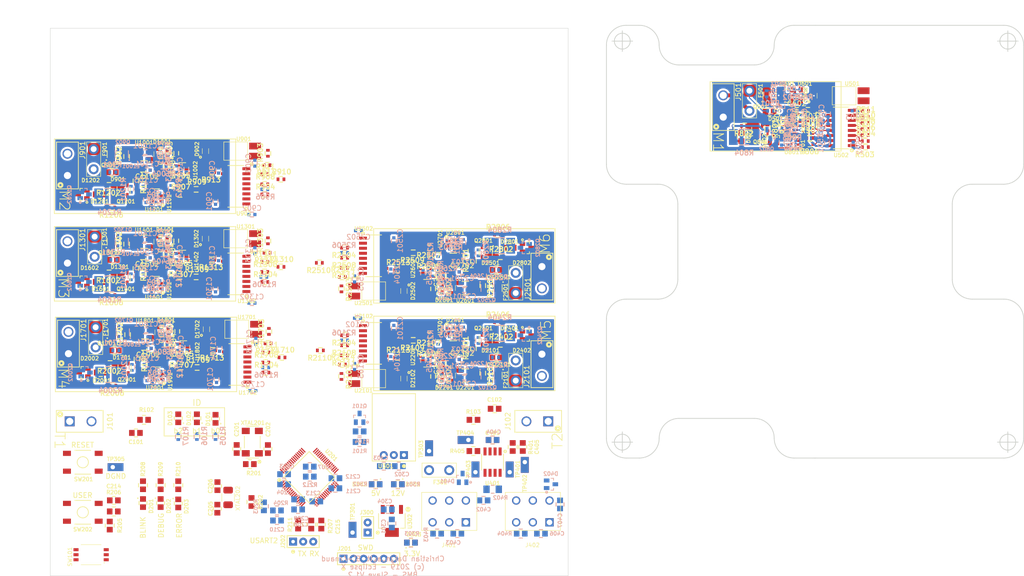
<source format=kicad_pcb>
(kicad_pcb (version 20171130) (host pcbnew "(5.1.4)-1")
  (layers (0 F.Cu signal) (31 B.Cu signal) (34 B.Paste user hide) (35 F.Paste user hide) (36 B.SilkS user hide) (37 F.SilkS user hide) (38 B.Mask user hide) (39 F.Mask user hide) (44 Edge.Cuts user))
  (net 0 "")
  (net 1 DGND)
  (net 2 "Net-(C201-Pad2)")
  (net 3 "Net-(C202-Pad1)")
  (net 4 VDD)
  (net 5 /VBat)
  (net 6 "Net-(C205-Pad2)")
  (net 7 "Net-(C206-Pad1)")
  (net 8 /NRST)
  (net 9 "Net-(C211-Pad2)")
  (net 10 /STM32F446/USER_BTN)
  (net 11 /STM32F446/PA3)
  (net 12 3.3V)
  (net 13 12V)
  (net 14 5V)
  (net 15 /CAN1/CAN_P)
  (net 16 /CAN1/CAN_N)
  (net 17 "Net-(C405-Pad2)")
  (net 18 "Net-(C503-Pad2)")
  (net 19 "Net-(C504-Pad2)")
  (net 20 "/Module 1/CELL_Voltage")
  (net 21 "/Module 1/+VREF")
  (net 22 "Net-(C703-Pad2)")
  (net 23 "Net-(D201-Pad1)")
  (net 24 /PA5)
  (net 25 "Net-(D202-Pad1)")
  (net 26 /PA6)
  (net 27 "Net-(D203-Pad1)")
  (net 28 /PA7)
  (net 29 "Net-(D301-Pad2)")
  (net 30 "Net-(D302-Pad2)")
  (net 31 "Net-(D303-Pad2)")
  (net 32 "Net-(D501-Pad1)")
  (net 33 "Net-(D502-Pad1)")
  (net 34 "Net-(D801-Pad1)")
  (net 35 "Net-(D801-Pad2)")
  (net 36 "Net-(D802-Pad1)")
  (net 37 CAN_PWR)
  (net 38 /STM32F446/SWCLK)
  (net 39 /STM32F446/SWDIO)
  (net 40 /STM32F446/SWO)
  (net 41 /STM32F446/USART2_TX)
  (net 42 /STM32F446/USART2_RX)
  (net 43 "/Module 1/CELL+")
  (net 44 "Net-(Q501-Pad4)")
  (net 45 "Net-(Q801-Pad3)")
  (net 46 "Net-(R201-Pad1)")
  (net 47 "Net-(R202-Pad1)")
  (net 48 "Net-(R203-Pad1)")
  (net 49 "Net-(R205-Pad1)")
  (net 50 /STM32F446/PA2)
  (net 51 "Net-(R503-Pad1)")
  (net 52 "Net-(R504-Pad1)")
  (net 53 "/Module 1/BALANCE_PWM")
  (net 54 "/Module 1/Voltage Reading/CS")
  (net 55 "/Module 1/CS")
  (net 56 "Net-(R506-Pad1)")
  (net 57 "/Module 1/Voltage Reading/SCLK")
  (net 58 "/Module 1/SCLK")
  (net 59 "Net-(R508-Pad1)")
  (net 60 "/Module 1/Voltage Reading/SDATA")
  (net 61 "/Module 1/SDATA")
  (net 62 "Net-(R510-Pad1)")
  (net 63 "Net-(R601-Pad1)")
  (net 64 "Net-(R803-Pad1)")
  (net 65 "Net-(R603-Pad1)")
  (net 66 "/Module 1/BVDD")
  (net 67 "/Module 2/BVDD")
  (net 68 "Net-(C903-Pad2)")
  (net 69 "Net-(C904-Pad2)")
  (net 70 "/Module 2/CELL_Voltage")
  (net 71 "/Module 2/+VREF")
  (net 72 "Net-(C1103-Pad2)")
  (net 73 "/Module 3/BVDD")
  (net 74 "Net-(C1303-Pad2)")
  (net 75 "Net-(C1304-Pad2)")
  (net 76 "/Module 3/CELL_Voltage")
  (net 77 "/Module 3/+VREF")
  (net 78 "Net-(C1503-Pad2)")
  (net 79 "Net-(D901-Pad1)")
  (net 80 "Net-(D902-Pad1)")
  (net 81 "Net-(D1201-Pad1)")
  (net 82 "Net-(D1201-Pad2)")
  (net 83 "Net-(D1202-Pad1)")
  (net 84 "Net-(D1301-Pad1)")
  (net 85 "Net-(D1302-Pad1)")
  (net 86 "Net-(D1601-Pad1)")
  (net 87 "Net-(D1601-Pad2)")
  (net 88 "Net-(D1602-Pad1)")
  (net 89 "/Module 2/CELL+")
  (net 90 "/Module 3/CELL+")
  (net 91 "Net-(Q901-Pad4)")
  (net 92 "Net-(Q1201-Pad3)")
  (net 93 "Net-(Q1301-Pad4)")
  (net 94 "Net-(Q1601-Pad3)")
  (net 95 "Net-(R903-Pad1)")
  (net 96 "Net-(R904-Pad1)")
  (net 97 "/Module 2/Voltage Reading/CS")
  (net 98 "/Module 2/CS")
  (net 99 "Net-(R906-Pad1)")
  (net 100 "/Module 2/Voltage Reading/SCLK")
  (net 101 "/Module 2/SCLK")
  (net 102 "Net-(R908-Pad1)")
  (net 103 "/Module 2/Voltage Reading/SDATA")
  (net 104 "/Module 2/SDATA")
  (net 105 "Net-(R910-Pad1)")
  (net 106 "Net-(R1001-Pad1)")
  (net 107 "Net-(R1003-Pad1)")
  (net 108 "Net-(R1203-Pad1)")
  (net 109 "/Module 2/BALANCE_PWM")
  (net 110 "Net-(R1303-Pad1)")
  (net 111 "Net-(R1304-Pad1)")
  (net 112 "/Module 3/Voltage Reading/CS")
  (net 113 "/Module 3/CS")
  (net 114 "Net-(R1306-Pad1)")
  (net 115 "/Module 3/Voltage Reading/SCLK")
  (net 116 "/Module 3/SCLK")
  (net 117 "Net-(R1308-Pad1)")
  (net 118 "/Module 3/Voltage Reading/SDATA")
  (net 119 "/Module 3/SDATA")
  (net 120 "Net-(R1310-Pad1)")
  (net 121 "Net-(R1401-Pad1)")
  (net 122 "Net-(R1403-Pad1)")
  (net 123 "Net-(R1603-Pad1)")
  (net 124 "/Module 3/BALANCE_PWM")
  (net 125 "/Module 1/CELL-")
  (net 126 "/Module 2/CELL-")
  (net 127 "/Module 3/CELL-")
  (net 128 "/Module 4/CELL-")
  (net 129 "/Module 4/BVDD")
  (net 130 "Net-(C1703-Pad2)")
  (net 131 "Net-(C1704-Pad2)")
  (net 132 "/Module 4/CELL_Voltage")
  (net 133 "/Module 4/+VREF")
  (net 134 "Net-(C1903-Pad2)")
  (net 135 "/Module 5/CELL-")
  (net 136 "/Module 5/BVDD")
  (net 137 "Net-(C2103-Pad2)")
  (net 138 "Net-(C2104-Pad2)")
  (net 139 "/Module 5/CELL_Voltage")
  (net 140 "/Module 5/+VREF")
  (net 141 "Net-(C2303-Pad2)")
  (net 142 "/Module 6/CELL-")
  (net 143 "/Module 6/BVDD")
  (net 144 "Net-(C2503-Pad2)")
  (net 145 "Net-(C2504-Pad2)")
  (net 146 "/Module 6/CELL_Voltage")
  (net 147 "/Module 6/+VREF")
  (net 148 "Net-(C2703-Pad2)")
  (net 149 "Net-(D1701-Pad1)")
  (net 150 "Net-(D1702-Pad1)")
  (net 151 "Net-(D2001-Pad1)")
  (net 152 "Net-(D2001-Pad2)")
  (net 153 "Net-(D2002-Pad1)")
  (net 154 "Net-(D2101-Pad1)")
  (net 155 "Net-(D2102-Pad1)")
  (net 156 "Net-(D2401-Pad1)")
  (net 157 "Net-(D2401-Pad2)")
  (net 158 "Net-(D2402-Pad1)")
  (net 159 "Net-(D2501-Pad1)")
  (net 160 "Net-(D2502-Pad1)")
  (net 161 "Net-(D2801-Pad1)")
  (net 162 "Net-(D2801-Pad2)")
  (net 163 "Net-(D2802-Pad1)")
  (net 164 "/Module 4/CELL+")
  (net 165 "/Module 5/CELL+")
  (net 166 "/Module 6/CELL+")
  (net 167 "Net-(Q1701-Pad4)")
  (net 168 "Net-(Q2001-Pad3)")
  (net 169 "Net-(Q2101-Pad4)")
  (net 170 "Net-(Q2401-Pad3)")
  (net 171 "Net-(Q2501-Pad4)")
  (net 172 "Net-(Q2801-Pad3)")
  (net 173 "Net-(R1703-Pad1)")
  (net 174 "Net-(R1704-Pad1)")
  (net 175 "/Module 4/Voltage Reading/CS")
  (net 176 "/Module 4/CS")
  (net 177 "Net-(R1706-Pad1)")
  (net 178 "/Module 4/Voltage Reading/SCLK")
  (net 179 "/Module 4/SCLK")
  (net 180 "Net-(R1708-Pad1)")
  (net 181 "/Module 4/Voltage Reading/SDATA")
  (net 182 "/Module 4/SDATA")
  (net 183 "Net-(R1710-Pad1)")
  (net 184 "Net-(R1801-Pad1)")
  (net 185 "Net-(R1803-Pad1)")
  (net 186 "Net-(R2003-Pad1)")
  (net 187 "/Module 4/BALANCE_PWM")
  (net 188 "Net-(R2103-Pad1)")
  (net 189 "Net-(R2104-Pad1)")
  (net 190 "/Module 5/Voltage Reading/CS")
  (net 191 "/Module 5/CS")
  (net 192 "Net-(R2106-Pad1)")
  (net 193 "/Module 5/Voltage Reading/SCLK")
  (net 194 "/Module 5/SCLK")
  (net 195 "Net-(R2108-Pad1)")
  (net 196 "/Module 5/Voltage Reading/SDATA")
  (net 197 "/Module 5/SDATA")
  (net 198 "Net-(R2110-Pad1)")
  (net 199 "Net-(R2201-Pad1)")
  (net 200 "Net-(R2203-Pad1)")
  (net 201 "Net-(R2403-Pad1)")
  (net 202 "/Module 5/BALANCE_PWM")
  (net 203 "Net-(R2503-Pad1)")
  (net 204 "Net-(R2504-Pad1)")
  (net 205 "/Module 6/Voltage Reading/CS")
  (net 206 "/Module 6/CS")
  (net 207 "Net-(R2506-Pad1)")
  (net 208 "/Module 6/Voltage Reading/SCLK")
  (net 209 "/Module 6/SCLK")
  (net 210 "Net-(R2508-Pad1)")
  (net 211 "/Module 6/Voltage Reading/SDATA")
  (net 212 "/Module 6/SDATA")
  (net 213 "Net-(R2510-Pad1)")
  (net 214 "Net-(R2601-Pad1)")
  (net 215 "Net-(R2603-Pad1)")
  (net 216 "Net-(R2803-Pad1)")
  (net 217 "/Module 6/BALANCE_PWM")
  (net 218 "/Module 1/Balancing/Drain_P_Mosfet")
  (net 219 "/Module 2/Balancing/Drain_P_Mosfet")
  (net 220 "/Module 3/Balancing/Drain_P_Mosfet")
  (net 221 "/Module 4/Balancing/Drain_P_Mosfet")
  (net 222 "/Module 5/Balancing/Drain_P_Mosfet")
  (net 223 "/Module 6/Balancing/Drain_P_Mosfet")
  (net 224 "/Module 1/Power Supply Front End/SW")
  (net 225 "/Module 2/Power Supply Front End/SW")
  (net 226 "/Module 3/Power Supply Front End/SW")
  (net 227 "/Module 4/Power Supply Front End/SW")
  (net 228 "/Module 5/Power Supply Front End/SW")
  (net 229 "/Module 6/Power Supply Front End/SW")
  (net 230 /CAN1/Shield1)
  (net 231 /CAN1/Shield2)
  (net 232 /PWR_ENABLE)
  (net 233 "Net-(Q101-Pad1)")
  (net 234 /BALANCING_PWM_1)
  (net 235 /CS_1)
  (net 236 /SCLK)
  (net 237 /MISO)
  (net 238 /DATA_ENABLE_1)
  (net 239 /BALANCING_PWM_2)
  (net 240 /CS_2)
  (net 241 /DATA_ENABLE_2)
  (net 242 /BALANCING_PWM_3)
  (net 243 /CS_3)
  (net 244 /DATA_ENABLE_3)
  (net 245 /BALANCING_PWM_4)
  (net 246 /CS_4)
  (net 247 /DATA_ENABLE_4)
  (net 248 /BALANCING_PWM_5)
  (net 249 /CS_5)
  (net 250 /DATA_ENABLE_5)
  (net 251 /BALANCING_PWM_6)
  (net 252 /CS_6)
  (net 253 /DATA_ENABLE_6)
  (net 254 "Net-(F501-Pad1)")
  (net 255 "Net-(F901-Pad1)")
  (net 256 "Net-(F1301-Pad1)")
  (net 257 "Net-(F1701-Pad1)")
  (net 258 "Net-(F2101-Pad1)")
  (net 259 "Net-(F2501-Pad1)")
  (net 260 /PWR_ENABLE_GPIO)
  (net 261 "Net-(R405-Pad2)")
  (net 262 /NTC_1_ADC)
  (net 263 /NTC_2_ADC)
  (net 264 /NTC_1_GPIO)
  (net 265 /NTC_2_GPIO)
  (net 266 /CAN2_TX)
  (net 267 /CAN2_RX)
  (net 268 "Net-(D101-Pad1)")
  (net 269 /ID_0)
  (net 270 "Net-(D102-Pad1)")
  (net 271 /ID_1)
  (net 272 "Net-(D103-Pad1)")
  (net 273 /ID_2)
  (net 274 "Net-(R212-Pad2)")
  (module Capacitors:C0603 (layer B.Cu) (at 134.366 78.976 270)
    (fp_text reference C2801 (at 0.75 1.6 90) (layer B.SilkS) (effects (font (size 1.27 1.27) (thickness 0.2032)) (justify mirror)))
    (fp_text value 885012206095)
    (pad 2 smd rect (at 1.5 0 270) (size 0.8 0.8) (layers B.Cu B.Paste B.Mask) (net 142 "/Module 6/CELL-"))
    (pad 1 smd rect (at 0 0 270) (size 0.8 0.8) (layers B.Cu B.Paste B.Mask) (net 146 "/Module 6/CELL_Voltage"))
  )
  (module Capacitors:C0603 (layer B.Cu) (at 133.586 83.058)
    (fp_text reference C2703 (at 0.75 1.6) (layer B.SilkS) (effects (font (size 1.27 1.27) (thickness 0.2032)) (justify mirror)))
    (fp_text value 885012206073)
    (pad 2 smd rect (at 1.5 0) (size 0.8 0.8) (layers B.Cu B.Paste B.Mask) (net 148 "Net-(C2703-Pad2)"))
    (pad 1 smd rect (at 0 0) (size 0.8 0.8) (layers B.Cu B.Paste B.Mask) (net 142 "/Module 6/CELL-"))
  )
  (module Capacitors:C0603 (layer F.Cu) (at 133.332 87.122)
    (fp_text reference C2702 (at 0.75 -1.6) (layer F.SilkS) (effects (font (size 1.27 1.27) (thickness 0.2032))))
    (fp_text value 885012206095)
    (pad 2 smd rect (at 1.5 0) (size 0.8 0.8) (layers F.Cu F.Paste F.Mask) (net 142 "/Module 6/CELL-"))
    (pad 1 smd rect (at 0 0) (size 0.8 0.8) (layers F.Cu F.Paste F.Mask) (net 147 "/Module 6/+VREF"))
  )
  (module Capacitors:C0603 (layer B.Cu) (at 133.332 87.122)
    (fp_text reference C2701 (at 0.75 1.6) (layer B.SilkS) (effects (font (size 1.27 1.27) (thickness 0.2032)) (justify mirror)))
    (fp_text value 885012106022)
    (pad 2 smd rect (at 1.5 0) (size 0.8 0.8) (layers B.Cu B.Paste B.Mask) (net 142 "/Module 6/CELL-"))
    (pad 1 smd rect (at 0 0) (size 0.8 0.8) (layers B.Cu B.Paste B.Mask) (net 147 "/Module 6/+VREF"))
  )
  (module Capacitors:C0603 (layer B.Cu) (at 124.206 88.156 90)
    (fp_text reference C2605 (at 0.75 1.6 90) (layer B.SilkS) (effects (font (size 1.27 1.27) (thickness 0.2032)) (justify mirror)))
    (fp_text value GRM188R61C106KAALD)
    (pad 2 smd rect (at 1.5 0 90) (size 0.8 0.8) (layers B.Cu B.Paste B.Mask) (net 143 "/Module 6/BVDD"))
    (pad 1 smd rect (at 0 0 90) (size 0.8 0.8) (layers B.Cu B.Paste B.Mask) (net 142 "/Module 6/CELL-"))
  )
  (module Capacitors:C0603 (layer F.Cu) (at 129.286 88.664 90)
    (fp_text reference C2604 (at 0.75 -1.6 90) (layer F.SilkS) (effects (font (size 1.27 1.27) (thickness 0.2032))))
    (fp_text value GRM188R61C106KAALD)
    (pad 2 smd rect (at 1.5 0 90) (size 0.8 0.8) (layers F.Cu F.Paste F.Mask) (net 147 "/Module 6/+VREF"))
    (pad 1 smd rect (at 0 0 90) (size 0.8 0.8) (layers F.Cu F.Paste F.Mask) (net 142 "/Module 6/CELL-"))
  )
  (module Capacitors:C0603 (layer F.Cu) (at 126.746 90.66 270)
    (fp_text reference C2603 (at 0.75 -1.6 90) (layer F.SilkS) (effects (font (size 1.27 1.27) (thickness 0.2032))))
    (fp_text value GRM188R61C106KAALD)
    (pad 2 smd rect (at 1.5 0 270) (size 0.8 0.8) (layers F.Cu F.Paste F.Mask) (net 143 "/Module 6/BVDD"))
    (pad 1 smd rect (at 0 0 270) (size 0.8 0.8) (layers F.Cu F.Paste F.Mask) (net 142 "/Module 6/CELL-"))
  )
  (module Capacitors:C0603 (layer F.Cu) (at 129.032 90.66 270)
    (fp_text reference C2602 (at 0.75 -1.6 90) (layer F.SilkS) (effects (font (size 1.27 1.27) (thickness 0.2032))))
    (fp_text value GRM188R61C106KAALD)
    (pad 2 smd rect (at 1.5 0 270) (size 0.8 0.8) (layers F.Cu F.Paste F.Mask) (net 143 "/Module 6/BVDD"))
    (pad 1 smd rect (at 0 0 270) (size 0.8 0.8) (layers F.Cu F.Paste F.Mask) (net 142 "/Module 6/CELL-"))
  )
  (module Capacitors:C0603 (layer B.Cu) (at 133.84 91.694)
    (fp_text reference C2601 (at 0.75 1.6) (layer B.SilkS) (effects (font (size 1.27 1.27) (thickness 0.2032)) (justify mirror)))
    (fp_text value GRM188R61C106KAALD)
    (pad 2 smd rect (at 1.5 0) (size 0.8 0.8) (layers B.Cu B.Paste B.Mask) (net 146 "/Module 6/CELL_Voltage"))
    (pad 1 smd rect (at 0 0) (size 0.8 0.8) (layers B.Cu B.Paste B.Mask) (net 142 "/Module 6/CELL-"))
  )
  (module Capacitors:C0603 (layer B.Cu) (at 116.078 87.902 90)
    (fp_text reference C2504 (at 0.75 1.6 90) (layer B.SilkS) (effects (font (size 1.27 1.27) (thickness 0.2032)) (justify mirror)))
    (fp_text value 885012206095)
    (pad 2 smd rect (at 1.5 0 90) (size 0.8 0.8) (layers B.Cu B.Paste B.Mask) (net 145 "Net-(C2504-Pad2)"))
    (pad 1 smd rect (at 0 0 90) (size 0.8 0.8) (layers B.Cu B.Paste B.Mask) (net 142 "/Module 6/CELL-"))
  )
  (module Capacitors:C0603 (layer B.Cu) (at 106.934 89.662 90)
    (fp_text reference C2503 (at 0.75 1.6 90) (layer B.SilkS) (effects (font (size 1.27 1.27) (thickness 0.2032)) (justify mirror)))
    (fp_text value 885012206077)
    (pad 2 smd rect (at 1.5 0 90) (size 0.8 0.8) (layers B.Cu B.Paste B.Mask) (net 144 "Net-(C2503-Pad2)"))
    (pad 1 smd rect (at 0 0 90) (size 0.8 0.8) (layers B.Cu B.Paste B.Mask) (net 1 DGND))
  )
  (module Capacitors:C0603 (layer B.Cu) (at 107.188 76.708)
    (fp_text reference C2502 (at 0.75 1.6) (layer B.SilkS) (effects (font (size 1.27 1.27) (thickness 0.2032)) (justify mirror)))
    (fp_text value 885012206095)
    (pad 2 smd rect (at 1.5 0) (size 0.8 0.8) (layers B.Cu B.Paste B.Mask) (net 1 DGND))
    (pad 1 smd rect (at 0 0) (size 0.8 0.8) (layers B.Cu B.Paste B.Mask) (net 4 VDD))
  )
  (module Capacitors:C0603 (layer B.Cu) (at 116.84 80.028 90)
    (fp_text reference C2501 (at 0.75 1.6 90) (layer B.SilkS) (effects (font (size 1.27 1.27) (thickness 0.2032)) (justify mirror)))
    (fp_text value 885012206095)
    (pad 2 smd rect (at 1.5 0 90) (size 0.8 0.8) (layers B.Cu B.Paste B.Mask) (net 143 "/Module 6/BVDD"))
    (pad 1 smd rect (at 0 0 90) (size 0.8 0.8) (layers B.Cu B.Paste B.Mask) (net 142 "/Module 6/CELL-"))
  )
  (module Capacitors:C0603 (layer B.Cu) (at 134.366 101.074 270)
    (fp_text reference C2401 (at 0.75 1.6 90) (layer B.SilkS) (effects (font (size 1.27 1.27) (thickness 0.2032)) (justify mirror)))
    (fp_text value 885012206095)
    (pad 2 smd rect (at 1.5 0 270) (size 0.8 0.8) (layers B.Cu B.Paste B.Mask) (net 135 "/Module 5/CELL-"))
    (pad 1 smd rect (at 0 0 270) (size 0.8 0.8) (layers B.Cu B.Paste B.Mask) (net 139 "/Module 5/CELL_Voltage"))
  )
  (module Capacitors:C0603 (layer B.Cu) (at 133.586 105.156)
    (fp_text reference C2303 (at 0.75 1.6) (layer B.SilkS) (effects (font (size 1.27 1.27) (thickness 0.2032)) (justify mirror)))
    (fp_text value 885012206073)
    (pad 2 smd rect (at 1.5 0) (size 0.8 0.8) (layers B.Cu B.Paste B.Mask) (net 141 "Net-(C2303-Pad2)"))
    (pad 1 smd rect (at 0 0) (size 0.8 0.8) (layers B.Cu B.Paste B.Mask) (net 135 "/Module 5/CELL-"))
  )
  (module Capacitors:C0603 (layer F.Cu) (at 133.332 109.22)
    (fp_text reference C2302 (at 0.75 -1.6) (layer F.SilkS) (effects (font (size 1.27 1.27) (thickness 0.2032))))
    (fp_text value 885012206095)
    (pad 2 smd rect (at 1.5 0) (size 0.8 0.8) (layers F.Cu F.Paste F.Mask) (net 135 "/Module 5/CELL-"))
    (pad 1 smd rect (at 0 0) (size 0.8 0.8) (layers F.Cu F.Paste F.Mask) (net 140 "/Module 5/+VREF"))
  )
  (module Capacitors:C0603 (layer B.Cu) (at 133.332 109.22)
    (fp_text reference C2301 (at 0.75 1.6) (layer B.SilkS) (effects (font (size 1.27 1.27) (thickness 0.2032)) (justify mirror)))
    (fp_text value 885012106022)
    (pad 2 smd rect (at 1.5 0) (size 0.8 0.8) (layers B.Cu B.Paste B.Mask) (net 135 "/Module 5/CELL-"))
    (pad 1 smd rect (at 0 0) (size 0.8 0.8) (layers B.Cu B.Paste B.Mask) (net 140 "/Module 5/+VREF"))
  )
  (module Capacitors:C0603 (layer B.Cu) (at 124.206 110.254 90)
    (fp_text reference C2205 (at 0.75 1.6 90) (layer B.SilkS) (effects (font (size 1.27 1.27) (thickness 0.2032)) (justify mirror)))
    (fp_text value GRM188R61C106KAALD)
    (pad 2 smd rect (at 1.5 0 90) (size 0.8 0.8) (layers B.Cu B.Paste B.Mask) (net 136 "/Module 5/BVDD"))
    (pad 1 smd rect (at 0 0 90) (size 0.8 0.8) (layers B.Cu B.Paste B.Mask) (net 135 "/Module 5/CELL-"))
  )
  (module Capacitors:C0603 (layer F.Cu) (at 129.286 110.762 90)
    (fp_text reference C2204 (at 0.75 -1.6 90) (layer F.SilkS) (effects (font (size 1.27 1.27) (thickness 0.2032))))
    (fp_text value GRM188R61C106KAALD)
    (pad 2 smd rect (at 1.5 0 90) (size 0.8 0.8) (layers F.Cu F.Paste F.Mask) (net 140 "/Module 5/+VREF"))
    (pad 1 smd rect (at 0 0 90) (size 0.8 0.8) (layers F.Cu F.Paste F.Mask) (net 135 "/Module 5/CELL-"))
  )
  (module Capacitors:C0603 (layer F.Cu) (at 126.746 112.758 270)
    (fp_text reference C2203 (at 0.75 -1.6 90) (layer F.SilkS) (effects (font (size 1.27 1.27) (thickness 0.2032))))
    (fp_text value GRM188R61C106KAALD)
    (pad 2 smd rect (at 1.5 0 270) (size 0.8 0.8) (layers F.Cu F.Paste F.Mask) (net 136 "/Module 5/BVDD"))
    (pad 1 smd rect (at 0 0 270) (size 0.8 0.8) (layers F.Cu F.Paste F.Mask) (net 135 "/Module 5/CELL-"))
  )
  (module Capacitors:C0603 (layer F.Cu) (at 129.032 112.758 270)
    (fp_text reference C2202 (at 0.75 -1.6 90) (layer F.SilkS) (effects (font (size 1.27 1.27) (thickness 0.2032))))
    (fp_text value GRM188R61C106KAALD)
    (pad 2 smd rect (at 1.5 0 270) (size 0.8 0.8) (layers F.Cu F.Paste F.Mask) (net 136 "/Module 5/BVDD"))
    (pad 1 smd rect (at 0 0 270) (size 0.8 0.8) (layers F.Cu F.Paste F.Mask) (net 135 "/Module 5/CELL-"))
  )
  (module Capacitors:C0603 (layer B.Cu) (at 133.84 113.792)
    (fp_text reference C2201 (at 0.75 1.6) (layer B.SilkS) (effects (font (size 1.27 1.27) (thickness 0.2032)) (justify mirror)))
    (fp_text value GRM188R61C106KAALD)
    (pad 2 smd rect (at 1.5 0) (size 0.8 0.8) (layers B.Cu B.Paste B.Mask) (net 139 "/Module 5/CELL_Voltage"))
    (pad 1 smd rect (at 0 0) (size 0.8 0.8) (layers B.Cu B.Paste B.Mask) (net 135 "/Module 5/CELL-"))
  )
  (module Capacitors:C0603 (layer B.Cu) (at 116.078 110 90)
    (fp_text reference C2104 (at 0.75 1.6 90) (layer B.SilkS) (effects (font (size 1.27 1.27) (thickness 0.2032)) (justify mirror)))
    (fp_text value 885012206095)
    (pad 2 smd rect (at 1.5 0 90) (size 0.8 0.8) (layers B.Cu B.Paste B.Mask) (net 138 "Net-(C2104-Pad2)"))
    (pad 1 smd rect (at 0 0 90) (size 0.8 0.8) (layers B.Cu B.Paste B.Mask) (net 135 "/Module 5/CELL-"))
  )
  (module Capacitors:C0603 (layer B.Cu) (at 106.934 111.76 90)
    (fp_text reference C2103 (at 0.75 1.6 90) (layer B.SilkS) (effects (font (size 1.27 1.27) (thickness 0.2032)) (justify mirror)))
    (fp_text value 885012206077)
    (pad 2 smd rect (at 1.5 0 90) (size 0.8 0.8) (layers B.Cu B.Paste B.Mask) (net 137 "Net-(C2103-Pad2)"))
    (pad 1 smd rect (at 0 0 90) (size 0.8 0.8) (layers B.Cu B.Paste B.Mask) (net 1 DGND))
  )
  (module Capacitors:C0603 (layer B.Cu) (at 106.934 98.806)
    (fp_text reference C2102 (at 0.75 1.6) (layer B.SilkS) (effects (font (size 1.27 1.27) (thickness 0.2032)) (justify mirror)))
    (fp_text value 885012206095)
    (pad 2 smd rect (at 1.5 0) (size 0.8 0.8) (layers B.Cu B.Paste B.Mask) (net 1 DGND))
    (pad 1 smd rect (at 0 0) (size 0.8 0.8) (layers B.Cu B.Paste B.Mask) (net 4 VDD))
  )
  (module Capacitors:C0603 (layer B.Cu) (at 116.84 102.126 90)
    (fp_text reference C2101 (at 0.75 1.6 90) (layer B.SilkS) (effects (font (size 1.27 1.27) (thickness 0.2032)) (justify mirror)))
    (fp_text value 885012206095)
    (pad 2 smd rect (at 1.5 0 90) (size 0.8 0.8) (layers B.Cu B.Paste B.Mask) (net 136 "/Module 5/BVDD"))
    (pad 1 smd rect (at 0 0 90) (size 0.8 0.8) (layers B.Cu B.Paste B.Mask) (net 135 "/Module 5/CELL-"))
  )
  (module Capacitors:C0603 (layer B.Cu) (at 54.61 114.572 90)
    (fp_text reference C2001 (at 0.75 1.6 90) (layer B.SilkS) (effects (font (size 1.27 1.27) (thickness 0.2032)) (justify mirror)))
    (fp_text value 885012206095)
    (pad 2 smd rect (at 1.5 0 90) (size 0.8 0.8) (layers B.Cu B.Paste B.Mask) (net 128 "/Module 4/CELL-"))
    (pad 1 smd rect (at 0 0 90) (size 0.8 0.8) (layers B.Cu B.Paste B.Mask) (net 132 "/Module 4/CELL_Voltage"))
  )
  (module Capacitors:C0603 (layer B.Cu) (at 55.39 110.49 180)
    (fp_text reference C1903 (at 0.75 1.6) (layer B.SilkS) (effects (font (size 1.27 1.27) (thickness 0.2032)) (justify mirror)))
    (fp_text value 885012206073)
    (pad 2 smd rect (at 1.5 0 180) (size 0.8 0.8) (layers B.Cu B.Paste B.Mask) (net 134 "Net-(C1903-Pad2)"))
    (pad 1 smd rect (at 0 0 180) (size 0.8 0.8) (layers B.Cu B.Paste B.Mask) (net 128 "/Module 4/CELL-"))
  )
  (module Capacitors:C0603 (layer F.Cu) (at 55.644 106.426 180)
    (fp_text reference C1902 (at 0.75 -1.6) (layer F.SilkS) (effects (font (size 1.27 1.27) (thickness 0.2032))))
    (fp_text value 885012206095)
    (pad 2 smd rect (at 1.5 0 180) (size 0.8 0.8) (layers F.Cu F.Paste F.Mask) (net 128 "/Module 4/CELL-"))
    (pad 1 smd rect (at 0 0 180) (size 0.8 0.8) (layers F.Cu F.Paste F.Mask) (net 133 "/Module 4/+VREF"))
  )
  (module Capacitors:C0603 (layer B.Cu) (at 55.644 106.426 180)
    (fp_text reference C1901 (at 0.75 1.6) (layer B.SilkS) (effects (font (size 1.27 1.27) (thickness 0.2032)) (justify mirror)))
    (fp_text value 885012106022)
    (pad 2 smd rect (at 1.5 0 180) (size 0.8 0.8) (layers B.Cu B.Paste B.Mask) (net 128 "/Module 4/CELL-"))
    (pad 1 smd rect (at 0 0 180) (size 0.8 0.8) (layers B.Cu B.Paste B.Mask) (net 133 "/Module 4/+VREF"))
  )
  (module Capacitors:C0603 (layer B.Cu) (at 64.77 105.392 270)
    (fp_text reference C1805 (at 0.75 1.6 90) (layer B.SilkS) (effects (font (size 1.27 1.27) (thickness 0.2032)) (justify mirror)))
    (fp_text value GRM188R61C106KAALD)
    (pad 2 smd rect (at 1.5 0 270) (size 0.8 0.8) (layers B.Cu B.Paste B.Mask) (net 129 "/Module 4/BVDD"))
    (pad 1 smd rect (at 0 0 270) (size 0.8 0.8) (layers B.Cu B.Paste B.Mask) (net 128 "/Module 4/CELL-"))
  )
  (module Capacitors:C0603 (layer F.Cu) (at 59.69 104.884 270)
    (fp_text reference C1804 (at 0.75 -1.6 90) (layer F.SilkS) (effects (font (size 1.27 1.27) (thickness 0.2032))))
    (fp_text value GRM188R61C106KAALD)
    (pad 2 smd rect (at 1.5 0 270) (size 0.8 0.8) (layers F.Cu F.Paste F.Mask) (net 133 "/Module 4/+VREF"))
    (pad 1 smd rect (at 0 0 270) (size 0.8 0.8) (layers F.Cu F.Paste F.Mask) (net 128 "/Module 4/CELL-"))
  )
  (module Capacitors:C0603 (layer F.Cu) (at 62.23 102.888 90)
    (fp_text reference C1803 (at 0.75 -1.6 90) (layer F.SilkS) (effects (font (size 1.27 1.27) (thickness 0.2032))))
    (fp_text value GRM188R61C106KAALD)
    (pad 2 smd rect (at 1.5 0 90) (size 0.8 0.8) (layers F.Cu F.Paste F.Mask) (net 129 "/Module 4/BVDD"))
    (pad 1 smd rect (at 0 0 90) (size 0.8 0.8) (layers F.Cu F.Paste F.Mask) (net 128 "/Module 4/CELL-"))
  )
  (module Capacitors:C0603 (layer F.Cu) (at 59.944 102.888 90)
    (fp_text reference C1802 (at 0.75 -1.6 90) (layer F.SilkS) (effects (font (size 1.27 1.27) (thickness 0.2032))))
    (fp_text value GRM188R61C106KAALD)
    (pad 2 smd rect (at 1.5 0 90) (size 0.8 0.8) (layers F.Cu F.Paste F.Mask) (net 129 "/Module 4/BVDD"))
    (pad 1 smd rect (at 0 0 90) (size 0.8 0.8) (layers F.Cu F.Paste F.Mask) (net 128 "/Module 4/CELL-"))
  )
  (module Capacitors:C0603 (layer B.Cu) (at 55.136 101.854 180)
    (fp_text reference C1801 (at 0.75 1.6) (layer B.SilkS) (effects (font (size 1.27 1.27) (thickness 0.2032)) (justify mirror)))
    (fp_text value GRM188R61C106KAALD)
    (pad 2 smd rect (at 1.5 0 180) (size 0.8 0.8) (layers B.Cu B.Paste B.Mask) (net 132 "/Module 4/CELL_Voltage"))
    (pad 1 smd rect (at 0 0 180) (size 0.8 0.8) (layers B.Cu B.Paste B.Mask) (net 128 "/Module 4/CELL-"))
  )
  (module Capacitors:C0603 (layer B.Cu) (at 72.898 105.646 270)
    (fp_text reference C1704 (at 0.75 1.6 90) (layer B.SilkS) (effects (font (size 1.27 1.27) (thickness 0.2032)) (justify mirror)))
    (fp_text value 885012206095)
    (pad 2 smd rect (at 1.5 0 270) (size 0.8 0.8) (layers B.Cu B.Paste B.Mask) (net 131 "Net-(C1704-Pad2)"))
    (pad 1 smd rect (at 0 0 270) (size 0.8 0.8) (layers B.Cu B.Paste B.Mask) (net 128 "/Module 4/CELL-"))
  )
  (module Capacitors:C0603 (layer B.Cu) (at 82.042 103.886 270)
    (fp_text reference C1703 (at 0.75 1.6 90) (layer B.SilkS) (effects (font (size 1.27 1.27) (thickness 0.2032)) (justify mirror)))
    (fp_text value 885012206077)
    (pad 2 smd rect (at 1.5 0 270) (size 0.8 0.8) (layers B.Cu B.Paste B.Mask) (net 130 "Net-(C1703-Pad2)"))
    (pad 1 smd rect (at 0 0 270) (size 0.8 0.8) (layers B.Cu B.Paste B.Mask) (net 1 DGND))
  )
  (module Capacitors:C0603 (layer B.Cu) (at 82.042 117.094 180)
    (fp_text reference C1702 (at 0.75 1.6) (layer B.SilkS) (effects (font (size 1.27 1.27) (thickness 0.2032)) (justify mirror)))
    (fp_text value 885012206095)
    (pad 2 smd rect (at 1.5 0 180) (size 0.8 0.8) (layers B.Cu B.Paste B.Mask) (net 1 DGND))
    (pad 1 smd rect (at 0 0 180) (size 0.8 0.8) (layers B.Cu B.Paste B.Mask) (net 4 VDD))
  )
  (module Capacitors:C0603 (layer B.Cu) (at 72.136 113.52 270)
    (fp_text reference C1701 (at 0.75 1.6 90) (layer B.SilkS) (effects (font (size 1.27 1.27) (thickness 0.2032)) (justify mirror)))
    (fp_text value 885012206095)
    (pad 2 smd rect (at 1.5 0 270) (size 0.8 0.8) (layers B.Cu B.Paste B.Mask) (net 129 "/Module 4/BVDD"))
    (pad 1 smd rect (at 0 0 270) (size 0.8 0.8) (layers B.Cu B.Paste B.Mask) (net 128 "/Module 4/CELL-"))
  )
  (module Capacitors:C0603 (layer B.Cu) (at 54.356 91.712 90)
    (fp_text reference C1601 (at 0.75 1.6 90) (layer B.SilkS) (effects (font (size 1.27 1.27) (thickness 0.2032)) (justify mirror)))
    (fp_text value 885012206095)
    (pad 2 smd rect (at 1.5 0 90) (size 0.8 0.8) (layers B.Cu B.Paste B.Mask) (net 127 "/Module 3/CELL-"))
    (pad 1 smd rect (at 0 0 90) (size 0.8 0.8) (layers B.Cu B.Paste B.Mask) (net 76 "/Module 3/CELL_Voltage"))
  )
  (module Capacitors:C0603 (layer B.Cu) (at 55.136 87.63 180)
    (fp_text reference C1503 (at 0.75 1.6) (layer B.SilkS) (effects (font (size 1.27 1.27) (thickness 0.2032)) (justify mirror)))
    (fp_text value 885012206073)
    (pad 2 smd rect (at 1.5 0 180) (size 0.8 0.8) (layers B.Cu B.Paste B.Mask) (net 78 "Net-(C1503-Pad2)"))
    (pad 1 smd rect (at 0 0 180) (size 0.8 0.8) (layers B.Cu B.Paste B.Mask) (net 127 "/Module 3/CELL-"))
  )
  (module Capacitors:C0603 (layer F.Cu) (at 55.39 83.566 180)
    (fp_text reference C1502 (at 0.75 -1.6) (layer F.SilkS) (effects (font (size 1.27 1.27) (thickness 0.2032))))
    (fp_text value 885012206095)
    (pad 2 smd rect (at 1.5 0 180) (size 0.8 0.8) (layers F.Cu F.Paste F.Mask) (net 127 "/Module 3/CELL-"))
    (pad 1 smd rect (at 0 0 180) (size 0.8 0.8) (layers F.Cu F.Paste F.Mask) (net 77 "/Module 3/+VREF"))
  )
  (module Capacitors:C0603 (layer B.Cu) (at 55.39 83.566 180)
    (fp_text reference C1501 (at 0.75 1.6) (layer B.SilkS) (effects (font (size 1.27 1.27) (thickness 0.2032)) (justify mirror)))
    (fp_text value 885012106022)
    (pad 2 smd rect (at 1.5 0 180) (size 0.8 0.8) (layers B.Cu B.Paste B.Mask) (net 127 "/Module 3/CELL-"))
    (pad 1 smd rect (at 0 0 180) (size 0.8 0.8) (layers B.Cu B.Paste B.Mask) (net 77 "/Module 3/+VREF"))
  )
  (module Capacitors:C0603 (layer B.Cu) (at 64.516 82.532 270)
    (fp_text reference C1405 (at 0.75 1.6 90) (layer B.SilkS) (effects (font (size 1.27 1.27) (thickness 0.2032)) (justify mirror)))
    (fp_text value GRM188R61C106KAALD)
    (pad 2 smd rect (at 1.5 0 270) (size 0.8 0.8) (layers B.Cu B.Paste B.Mask) (net 73 "/Module 3/BVDD"))
    (pad 1 smd rect (at 0 0 270) (size 0.8 0.8) (layers B.Cu B.Paste B.Mask) (net 127 "/Module 3/CELL-"))
  )
  (module Capacitors:C0603 (layer F.Cu) (at 59.436 82.024 270)
    (fp_text reference C1404 (at 0.75 -1.6 90) (layer F.SilkS) (effects (font (size 1.27 1.27) (thickness 0.2032))))
    (fp_text value GRM188R61C106KAALD)
    (pad 2 smd rect (at 1.5 0 270) (size 0.8 0.8) (layers F.Cu F.Paste F.Mask) (net 77 "/Module 3/+VREF"))
    (pad 1 smd rect (at 0 0 270) (size 0.8 0.8) (layers F.Cu F.Paste F.Mask) (net 127 "/Module 3/CELL-"))
  )
  (module Capacitors:C0603 (layer F.Cu) (at 61.976 80.028 90)
    (fp_text reference C1403 (at 0.75 -1.6 90) (layer F.SilkS) (effects (font (size 1.27 1.27) (thickness 0.2032))))
    (fp_text value GRM188R61C106KAALD)
    (pad 2 smd rect (at 1.5 0 90) (size 0.8 0.8) (layers F.Cu F.Paste F.Mask) (net 73 "/Module 3/BVDD"))
    (pad 1 smd rect (at 0 0 90) (size 0.8 0.8) (layers F.Cu F.Paste F.Mask) (net 127 "/Module 3/CELL-"))
  )
  (module Capacitors:C0603 (layer F.Cu) (at 59.69 80.028 90)
    (fp_text reference C1402 (at 0.75 -1.6 90) (layer F.SilkS) (effects (font (size 1.27 1.27) (thickness 0.2032))))
    (fp_text value GRM188R61C106KAALD)
    (pad 2 smd rect (at 1.5 0 90) (size 0.8 0.8) (layers F.Cu F.Paste F.Mask) (net 73 "/Module 3/BVDD"))
    (pad 1 smd rect (at 0 0 90) (size 0.8 0.8) (layers F.Cu F.Paste F.Mask) (net 127 "/Module 3/CELL-"))
  )
  (module Capacitors:C0603 (layer B.Cu) (at 54.882 78.994 180)
    (fp_text reference C1401 (at 0.75 1.6) (layer B.SilkS) (effects (font (size 1.27 1.27) (thickness 0.2032)) (justify mirror)))
    (fp_text value GRM188R61C106KAALD)
    (pad 2 smd rect (at 1.5 0 180) (size 0.8 0.8) (layers B.Cu B.Paste B.Mask) (net 76 "/Module 3/CELL_Voltage"))
    (pad 1 smd rect (at 0 0 180) (size 0.8 0.8) (layers B.Cu B.Paste B.Mask) (net 127 "/Module 3/CELL-"))
  )
  (module Capacitors:C0603 (layer B.Cu) (at 72.644 82.786 270)
    (fp_text reference C1304 (at 0.75 1.6 90) (layer B.SilkS) (effects (font (size 1.27 1.27) (thickness 0.2032)) (justify mirror)))
    (fp_text value 885012206095)
    (pad 2 smd rect (at 1.5 0 270) (size 0.8 0.8) (layers B.Cu B.Paste B.Mask) (net 75 "Net-(C1304-Pad2)"))
    (pad 1 smd rect (at 0 0 270) (size 0.8 0.8) (layers B.Cu B.Paste B.Mask) (net 127 "/Module 3/CELL-"))
  )
  (module Capacitors:C0603 (layer B.Cu) (at 81.788 81.026 270)
    (fp_text reference C1303 (at 0.75 1.6 90) (layer B.SilkS) (effects (font (size 1.27 1.27) (thickness 0.2032)) (justify mirror)))
    (fp_text value 885012206077)
    (pad 2 smd rect (at 1.5 0 270) (size 0.8 0.8) (layers B.Cu B.Paste B.Mask) (net 74 "Net-(C1303-Pad2)"))
    (pad 1 smd rect (at 0 0 270) (size 0.8 0.8) (layers B.Cu B.Paste B.Mask) (net 1 DGND))
  )
  (module Capacitors:C0603 (layer B.Cu) (at 81.806 94.996 180)
    (fp_text reference C1302 (at 0.75 1.6) (layer B.SilkS) (effects (font (size 1.27 1.27) (thickness 0.2032)) (justify mirror)))
    (fp_text value 885012206095)
    (pad 2 smd rect (at 1.5 0 180) (size 0.8 0.8) (layers B.Cu B.Paste B.Mask) (net 1 DGND))
    (pad 1 smd rect (at 0 0 180) (size 0.8 0.8) (layers B.Cu B.Paste B.Mask) (net 4 VDD))
  )
  (module Capacitors:C0603 (layer B.Cu) (at 71.882 90.66 270)
    (fp_text reference C1301 (at 0.75 1.6 90) (layer B.SilkS) (effects (font (size 1.27 1.27) (thickness 0.2032)) (justify mirror)))
    (fp_text value 885012206095)
    (pad 2 smd rect (at 1.5 0 270) (size 0.8 0.8) (layers B.Cu B.Paste B.Mask) (net 73 "/Module 3/BVDD"))
    (pad 1 smd rect (at 0 0 270) (size 0.8 0.8) (layers B.Cu B.Paste B.Mask) (net 127 "/Module 3/CELL-"))
  )
  (module Capacitors:C0603 (layer B.Cu) (at 54.356 69.614 90)
    (fp_text reference C1201 (at 0.75 1.6 90) (layer B.SilkS) (effects (font (size 1.27 1.27) (thickness 0.2032)) (justify mirror)))
    (fp_text value 885012206095)
    (pad 2 smd rect (at 1.5 0 90) (size 0.8 0.8) (layers B.Cu B.Paste B.Mask) (net 126 "/Module 2/CELL-"))
    (pad 1 smd rect (at 0 0 90) (size 0.8 0.8) (layers B.Cu B.Paste B.Mask) (net 70 "/Module 2/CELL_Voltage"))
  )
  (module Capacitors:C0603 (layer B.Cu) (at 55.136 65.532 180)
    (fp_text reference C1103 (at 0.75 1.6) (layer B.SilkS) (effects (font (size 1.27 1.27) (thickness 0.2032)) (justify mirror)))
    (fp_text value 885012206073)
    (pad 2 smd rect (at 1.5 0 180) (size 0.8 0.8) (layers B.Cu B.Paste B.Mask) (net 72 "Net-(C1103-Pad2)"))
    (pad 1 smd rect (at 0 0 180) (size 0.8 0.8) (layers B.Cu B.Paste B.Mask) (net 126 "/Module 2/CELL-"))
  )
  (module Capacitors:C0603 (layer F.Cu) (at 55.39 61.468 180)
    (fp_text reference C1102 (at 0.75 -1.6) (layer F.SilkS) (effects (font (size 1.27 1.27) (thickness 0.2032))))
    (fp_text value 885012206095)
    (pad 2 smd rect (at 1.5 0 180) (size 0.8 0.8) (layers F.Cu F.Paste F.Mask) (net 126 "/Module 2/CELL-"))
    (pad 1 smd rect (at 0 0 180) (size 0.8 0.8) (layers F.Cu F.Paste F.Mask) (net 71 "/Module 2/+VREF"))
  )
  (module Capacitors:C0603 (layer B.Cu) (at 55.39 61.468 180)
    (fp_text reference C1101 (at 0.75 1.6) (layer B.SilkS) (effects (font (size 1.27 1.27) (thickness 0.2032)) (justify mirror)))
    (fp_text value 885012106022)
    (pad 2 smd rect (at 1.5 0 180) (size 0.8 0.8) (layers B.Cu B.Paste B.Mask) (net 126 "/Module 2/CELL-"))
    (pad 1 smd rect (at 0 0 180) (size 0.8 0.8) (layers B.Cu B.Paste B.Mask) (net 71 "/Module 2/+VREF"))
  )
  (module Capacitors:C0603 (layer B.Cu) (at 64.516 60.434 270)
    (fp_text reference C1005 (at 0.75 1.6 90) (layer B.SilkS) (effects (font (size 1.27 1.27) (thickness 0.2032)) (justify mirror)))
    (fp_text value GRM188R61C106KAALD)
    (pad 2 smd rect (at 1.5 0 270) (size 0.8 0.8) (layers B.Cu B.Paste B.Mask) (net 67 "/Module 2/BVDD"))
    (pad 1 smd rect (at 0 0 270) (size 0.8 0.8) (layers B.Cu B.Paste B.Mask) (net 126 "/Module 2/CELL-"))
  )
  (module Capacitors:C0603 (layer F.Cu) (at 59.436 59.926 270)
    (fp_text reference C1004 (at 0.75 -1.6 90) (layer F.SilkS) (effects (font (size 1.27 1.27) (thickness 0.2032))))
    (fp_text value GRM188R61C106KAALD)
    (pad 2 smd rect (at 1.5 0 270) (size 0.8 0.8) (layers F.Cu F.Paste F.Mask) (net 71 "/Module 2/+VREF"))
    (pad 1 smd rect (at 0 0 270) (size 0.8 0.8) (layers F.Cu F.Paste F.Mask) (net 126 "/Module 2/CELL-"))
  )
  (module Capacitors:C0603 (layer F.Cu) (at 61.976 57.93 90)
    (fp_text reference C1003 (at 0.75 -1.6 90) (layer F.SilkS) (effects (font (size 1.27 1.27) (thickness 0.2032))))
    (fp_text value GRM188R61C106KAALD)
    (pad 2 smd rect (at 1.5 0 90) (size 0.8 0.8) (layers F.Cu F.Paste F.Mask) (net 67 "/Module 2/BVDD"))
    (pad 1 smd rect (at 0 0 90) (size 0.8 0.8) (layers F.Cu F.Paste F.Mask) (net 126 "/Module 2/CELL-"))
  )
  (module Capacitors:C0603 (layer F.Cu) (at 59.69 57.93 90)
    (fp_text reference C1002 (at 0.75 -1.6 90) (layer F.SilkS) (effects (font (size 1.27 1.27) (thickness 0.2032))))
    (fp_text value GRM188R61C106KAALD)
    (pad 2 smd rect (at 1.5 0 90) (size 0.8 0.8) (layers F.Cu F.Paste F.Mask) (net 67 "/Module 2/BVDD"))
    (pad 1 smd rect (at 0 0 90) (size 0.8 0.8) (layers F.Cu F.Paste F.Mask) (net 126 "/Module 2/CELL-"))
  )
  (module Capacitors:C0603 (layer B.Cu) (at 54.882 56.896 180)
    (fp_text reference C1001 (at 0.75 1.6) (layer B.SilkS) (effects (font (size 1.27 1.27) (thickness 0.2032)) (justify mirror)))
    (fp_text value GRM188R61C106KAALD)
    (pad 2 smd rect (at 1.5 0 180) (size 0.8 0.8) (layers B.Cu B.Paste B.Mask) (net 70 "/Module 2/CELL_Voltage"))
    (pad 1 smd rect (at 0 0 180) (size 0.8 0.8) (layers B.Cu B.Paste B.Mask) (net 126 "/Module 2/CELL-"))
  )
  (module Capacitors:C0603 (layer B.Cu) (at 72.644 60.688 270)
    (fp_text reference C904 (at 0.75 1.6 90) (layer B.SilkS) (effects (font (size 1.27 1.27) (thickness 0.2032)) (justify mirror)))
    (fp_text value 885012206095)
    (pad 2 smd rect (at 1.5 0 270) (size 0.8 0.8) (layers B.Cu B.Paste B.Mask) (net 69 "Net-(C904-Pad2)"))
    (pad 1 smd rect (at 0 0 270) (size 0.8 0.8) (layers B.Cu B.Paste B.Mask) (net 126 "/Module 2/CELL-"))
  )
  (module Capacitors:C0603 (layer B.Cu) (at 81.788 58.928 270)
    (fp_text reference C903 (at 0.75 1.6 90) (layer B.SilkS) (effects (font (size 1.27 1.27) (thickness 0.2032)) (justify mirror)))
    (fp_text value 885012206077)
    (pad 2 smd rect (at 1.5 0 270) (size 0.8 0.8) (layers B.Cu B.Paste B.Mask) (net 68 "Net-(C903-Pad2)"))
    (pad 1 smd rect (at 0 0 270) (size 0.8 0.8) (layers B.Cu B.Paste B.Mask) (net 1 DGND))
  )
  (module Capacitors:C0603 (layer B.Cu) (at 81.806 72.644 180)
    (fp_text reference C902 (at 0.75 1.6) (layer B.SilkS) (effects (font (size 1.27 1.27) (thickness 0.2032)) (justify mirror)))
    (fp_text value 885012206095)
    (pad 2 smd rect (at 1.5 0 180) (size 0.8 0.8) (layers B.Cu B.Paste B.Mask) (net 1 DGND))
    (pad 1 smd rect (at 0 0 180) (size 0.8 0.8) (layers B.Cu B.Paste B.Mask) (net 4 VDD))
  )
  (module Capacitors:C0603 (layer B.Cu) (at 71.882 68.562 270)
    (fp_text reference C901 (at 0.75 1.6 90) (layer B.SilkS) (effects (font (size 1.27 1.27) (thickness 0.2032)) (justify mirror)))
    (fp_text value 885012206095)
    (pad 2 smd rect (at 1.5 0 270) (size 0.8 0.8) (layers B.Cu B.Paste B.Mask) (net 67 "/Module 2/BVDD"))
    (pad 1 smd rect (at 0 0 270) (size 0.8 0.8) (layers B.Cu B.Paste B.Mask) (net 126 "/Module 2/CELL-"))
  )
  (module Capacitors:C0603 (layer B.Cu) (at 214.63 55.136 90)
    (fp_text reference C801 (at 0.75 1.6 90) (layer B.SilkS) (effects (font (size 1.27 1.27) (thickness 0.2032)) (justify mirror)))
    (fp_text value 885012206095)
    (pad 1 smd rect (at 0 0 90) (size 0.8 0.8) (layers B.Cu B.Paste B.Mask) (net 20 "/Module 1/CELL_Voltage"))
    (pad 2 smd rect (at 1.5 0 90) (size 0.8 0.8) (layers B.Cu B.Paste B.Mask) (net 125 "/Module 1/CELL-"))
  )
  (module Capacitors:C0603 (layer B.Cu) (at 214.63 52.324 90)
    (fp_text reference C703 (at 0.75 1.6 90) (layer B.SilkS) (effects (font (size 1.27 1.27) (thickness 0.2032)) (justify mirror)))
    (fp_text value 885012206073)
    (pad 1 smd rect (at 0 0 90) (size 0.8 0.8) (layers B.Cu B.Paste B.Mask) (net 125 "/Module 1/CELL-"))
    (pad 2 smd rect (at 1.5 0 90) (size 0.8 0.8) (layers B.Cu B.Paste B.Mask) (net 22 "Net-(C703-Pad2)"))
  )
  (module Capacitors:C0603 (layer F.Cu) (at 215.138 49.022 90)
    (fp_text reference C702 (at 0.75 -1.6 90) (layer F.SilkS) (effects (font (size 1.27 1.27) (thickness 0.2032))))
    (fp_text value 885012206095)
    (pad 1 smd rect (at 0 0 90) (size 0.8 0.8) (layers F.Cu F.Paste F.Mask) (net 21 "/Module 1/+VREF"))
    (pad 2 smd rect (at 1.5 0 90) (size 0.8 0.8) (layers F.Cu F.Paste F.Mask) (net 125 "/Module 1/CELL-"))
  )
  (module Capacitors:C0603 (layer B.Cu) (at 215.138 49.022 90)
    (fp_text reference C701 (at 0.75 1.6 90) (layer B.SilkS) (effects (font (size 1.27 1.27) (thickness 0.2032)) (justify mirror)))
    (fp_text value 885012106022)
    (pad 1 smd rect (at 0 0 90) (size 0.8 0.8) (layers B.Cu B.Paste B.Mask) (net 21 "/Module 1/+VREF"))
    (pad 2 smd rect (at 1.5 0 90) (size 0.8 0.8) (layers B.Cu B.Paste B.Mask) (net 125 "/Module 1/CELL-"))
  )
  (module Capacitors:C0603 (layer B.Cu) (at 221.996 47.498 270)
    (fp_text reference C605 (at 0.75 1.6 90) (layer B.SilkS) (effects (font (size 1.27 1.27) (thickness 0.2032)) (justify mirror)))
    (fp_text value GRM188R61C106KAALD)
    (pad 2 smd rect (at 1.5 0 270) (size 0.8 0.8) (layers B.Cu B.Paste B.Mask) (net 66 "/Module 1/BVDD"))
    (pad 1 smd rect (at 0 0 270) (size 0.8 0.8) (layers B.Cu B.Paste B.Mask) (net 125 "/Module 1/CELL-"))
  )
  (module Capacitors:C0603 (layer F.Cu) (at 216.662 47.48 270)
    (fp_text reference C604 (at 0.75 -1.6 90) (layer F.SilkS) (effects (font (size 1.27 1.27) (thickness 0.2032))))
    (fp_text value GRM188R61C106KAALD)
    (pad 1 smd rect (at 0 0 270) (size 0.8 0.8) (layers F.Cu F.Paste F.Mask) (net 125 "/Module 1/CELL-"))
    (pad 2 smd rect (at 1.5 0 270) (size 0.8 0.8) (layers F.Cu F.Paste F.Mask) (net 21 "/Module 1/+VREF"))
  )
  (module Capacitors:C0603 (layer F.Cu) (at 221.996 46.228 180)
    (fp_text reference C603 (at 0.75 -1.6) (layer F.SilkS) (effects (font (size 1.27 1.27) (thickness 0.2032))))
    (fp_text value GRM188R61C106KAALD)
    (pad 1 smd rect (at 0 0 180) (size 0.8 0.8) (layers F.Cu F.Paste F.Mask) (net 125 "/Module 1/CELL-"))
    (pad 2 smd rect (at 1.5 0 180) (size 0.8 0.8) (layers F.Cu F.Paste F.Mask) (net 66 "/Module 1/BVDD"))
  )
  (module Capacitors:C0603 (layer F.Cu) (at 217.678 46.228)
    (fp_text reference C602 (at 0.75 -1.6) (layer F.SilkS) (effects (font (size 1.27 1.27) (thickness 0.2032))))
    (fp_text value GRM188R61C106KAALD)
    (pad 1 smd rect (at 0 0) (size 0.8 0.8) (layers F.Cu F.Paste F.Mask) (net 125 "/Module 1/CELL-"))
    (pad 2 smd rect (at 1.5 0) (size 0.8 0.8) (layers F.Cu F.Paste F.Mask) (net 66 "/Module 1/BVDD"))
  )
  (module Capacitors:C0603 (layer B.Cu) (at 217.932 42.418 180)
    (fp_text reference C601 (at 0.75 1.6) (layer B.SilkS) (effects (font (size 1.27 1.27) (thickness 0.2032)) (justify mirror)))
    (fp_text value GRM188R61C106KAALD)
    (pad 1 smd rect (at 0 0 180) (size 0.8 0.8) (layers B.Cu B.Paste B.Mask) (net 125 "/Module 1/CELL-"))
    (pad 2 smd rect (at 1.5 0 180) (size 0.8 0.8) (layers B.Cu B.Paste B.Mask) (net 20 "/Module 1/CELL_Voltage"))
  )
  (module Capacitors:C0603 (layer B.Cu) (at 226.314 46.482 270)
    (fp_text reference C504 (at 0.75 1.6 90) (layer B.SilkS) (effects (font (size 1.27 1.27) (thickness 0.2032)) (justify mirror)))
    (fp_text value 885012206095)
    (pad 1 smd rect (at 0 0 270) (size 0.8 0.8) (layers B.Cu B.Paste B.Mask) (net 125 "/Module 1/CELL-"))
    (pad 2 smd rect (at 1.5 0 270) (size 0.8 0.8) (layers B.Cu B.Paste B.Mask) (net 19 "Net-(C504-Pad2)"))
  )
  (module Capacitors:C0603 (layer B.Cu) (at 232.41 46.482)
    (fp_text reference C503 (at 0.75 1.6) (layer B.SilkS) (effects (font (size 1.27 1.27) (thickness 0.2032)) (justify mirror)))
    (fp_text value 885012206077)
    (pad 1 smd rect (at 0 0) (size 0.8 0.8) (layers B.Cu B.Paste B.Mask) (net 1 DGND))
    (pad 2 smd rect (at 1.5 0) (size 0.8 0.8) (layers B.Cu B.Paste B.Mask) (net 18 "Net-(C503-Pad2)"))
  )
  (module Capacitors:C0603 (layer B.Cu) (at 232.664 55.88 90)
    (fp_text reference C502 (at 0.75 1.6 90) (layer B.SilkS) (effects (font (size 1.27 1.27) (thickness 0.2032)) (justify mirror)))
    (fp_text value 885012206095)
    (pad 1 smd rect (at 0 0 90) (size 0.8 0.8) (layers B.Cu B.Paste B.Mask) (net 4 VDD))
    (pad 2 smd rect (at 1.5 0 90) (size 0.8 0.8) (layers B.Cu B.Paste B.Mask) (net 1 DGND))
  )
  (module Capacitors:C0603 (layer B.Cu) (at 226.06 53.848 270)
    (fp_text reference C501 (at 0.75 1.6 90) (layer B.SilkS) (effects (font (size 1.27 1.27) (thickness 0.2032)) (justify mirror)))
    (fp_text value 885012206095)
    (pad 1 smd rect (at 0 0 270) (size 0.8 0.8) (layers B.Cu B.Paste B.Mask) (net 125 "/Module 1/CELL-"))
    (pad 2 smd rect (at 1.5 0 270) (size 0.8 0.8) (layers B.Cu B.Paste B.Mask) (net 66 "/Module 1/BVDD"))
  )
  (module Resistors:R0603 (layer F.Cu) (at 142.222 77.724)
    (fp_text reference R2806 (at 0.9 -1.9) (layer F.SilkS) (effects (font (size 1.27 1.27) (thickness 0.254))))
    (fp_text value RC0603JR-076K8L)
    (pad 1 smd rect (at 0 0) (size 0.7 0.9) (layers F.Cu F.Paste F.Mask) (net 217 "/Module 6/BALANCE_PWM"))
    (pad 2 smd rect (at 1.5 0) (size 0.7 0.9) (layers F.Cu F.Paste F.Mask) (net 163 "Net-(D2802-Pad1)"))
  )
  (module Resistors:R0603 (layer B.Cu) (at 132.352 81.28 180)
    (fp_text reference R2805 (at 0.9 1.9) (layer B.SilkS) (effects (font (size 1.27 1.27) (thickness 0.254)) (justify mirror)))
    (fp_text value RC0603JR-07100KL)
    (pad 1 smd rect (at 0 0 180) (size 0.7 0.9) (layers B.Cu B.Paste B.Mask) (net 142 "/Module 6/CELL-"))
    (pad 2 smd rect (at 1.5 0 180) (size 0.7 0.9) (layers B.Cu B.Paste B.Mask) (net 216 "Net-(R2803-Pad1)"))
  )
  (module Resistors:R0603 (layer B.Cu) (at 130.302 78.994)
    (fp_text reference R2803 (at 0.9 1.9) (layer B.SilkS) (effects (font (size 1.27 1.27) (thickness 0.254)) (justify mirror)))
    (fp_text value RC0603JR-07560KL)
    (pad 1 smd rect (at 0 0) (size 0.7 0.9) (layers B.Cu B.Paste B.Mask) (net 216 "Net-(R2803-Pad1)"))
    (pad 2 smd rect (at 1.5 0) (size 0.7 0.9) (layers B.Cu B.Paste B.Mask) (net 146 "/Module 6/CELL_Voltage"))
  )
  (module Resistors:R0603 (layer F.Cu) (at 142.984 83.312)
    (fp_text reference R2802 (at 0.9 -1.9) (layer F.SilkS) (effects (font (size 1.27 1.27) (thickness 0.254))))
    (fp_text value RC0603JR-071KL)
    (pad 1 smd rect (at 0 0) (size 0.7 0.9) (layers F.Cu F.Paste F.Mask) (net 223 "/Module 6/Balancing/Drain_P_Mosfet"))
    (pad 2 smd rect (at 1.5 0) (size 0.7 0.9) (layers F.Cu F.Paste F.Mask) (net 162 "Net-(D2801-Pad2)"))
  )
  (module Resistors:R0603 (layer B.Cu) (at 138.176 83.076 90)
    (fp_text reference R2801 (at 0.9 1.9 90) (layer B.SilkS) (effects (font (size 1.27 1.27) (thickness 0.254)) (justify mirror)))
    (fp_text value RC0603JR-07470KL)
    (pad 1 smd rect (at 0 0 90) (size 0.7 0.9) (layers B.Cu B.Paste B.Mask) (net 146 "/Module 6/CELL_Voltage"))
    (pad 2 smd rect (at 1.5 0 90) (size 0.7 0.9) (layers B.Cu B.Paste B.Mask) (net 172 "Net-(Q2801-Pad3)"))
  )
  (module Resistors:R0603 (layer F.Cu) (at 136.906 85.108 90)
    (fp_text reference R2701 (at 0.9 -1.9 90) (layer F.SilkS) (effects (font (size 1.27 1.27) (thickness 0.254))))
    (fp_text value RC0603FR-07100RL)
    (pad 1 smd rect (at 0 0 90) (size 0.7 0.9) (layers F.Cu F.Paste F.Mask) (net 146 "/Module 6/CELL_Voltage"))
    (pad 2 smd rect (at 1.5 0 90) (size 0.7 0.9) (layers F.Cu F.Paste F.Mask) (net 148 "Net-(C2703-Pad2)"))
  )
  (module Resistors:R0603 (layer B.Cu) (at 130.81 88.138 180)
    (fp_text reference R2604 (at 0.9 1.9) (layer B.SilkS) (effects (font (size 1.27 1.27) (thickness 0.254)) (justify mirror)))
    (fp_text value RC0603FR-0712K1L)
    (pad 1 smd rect (at 0 0 180) (size 0.7 0.9) (layers B.Cu B.Paste B.Mask) (net 142 "/Module 6/CELL-"))
    (pad 2 smd rect (at 1.5 0 180) (size 0.7 0.9) (layers B.Cu B.Paste B.Mask) (net 215 "Net-(R2603-Pad1)"))
  )
  (module Resistors:R0603 (layer B.Cu) (at 126.746 88.156 90)
    (fp_text reference R2603 (at 0.9 1.9 90) (layer B.SilkS) (effects (font (size 1.27 1.27) (thickness 0.254)) (justify mirror)))
    (fp_text value RC0603JR-074K7L)
    (pad 1 smd rect (at 0 0 90) (size 0.7 0.9) (layers B.Cu B.Paste B.Mask) (net 215 "Net-(R2603-Pad1)"))
    (pad 2 smd rect (at 1.5 0 90) (size 0.7 0.9) (layers B.Cu B.Paste B.Mask) (net 147 "/Module 6/+VREF"))
  )
  (module Resistors:R0603 (layer B.Cu) (at 130.81 90.424 270)
    (fp_text reference R2602 (at 0.9 1.9 90) (layer B.SilkS) (effects (font (size 1.27 1.27) (thickness 0.254)) (justify mirror)))
    (fp_text value RC0603FR-07324KL)
    (pad 1 smd rect (at 0 0 270) (size 0.7 0.9) (layers B.Cu B.Paste B.Mask) (net 142 "/Module 6/CELL-"))
    (pad 2 smd rect (at 1.5 0 270) (size 0.7 0.9) (layers B.Cu B.Paste B.Mask) (net 214 "Net-(R2601-Pad1)"))
  )
  (module Resistors:R0603 (layer B.Cu) (at 128.778 92.474 90)
    (fp_text reference R2601 (at 0.9 1.9 90) (layer B.SilkS) (effects (font (size 1.27 1.27) (thickness 0.254)) (justify mirror)))
    (fp_text value RC0603JR-071ML)
    (pad 1 smd rect (at 0 0 90) (size 0.7 0.9) (layers B.Cu B.Paste B.Mask) (net 214 "Net-(R2601-Pad1)"))
    (pad 2 smd rect (at 1.5 0 90) (size 0.7 0.9) (layers B.Cu B.Paste B.Mask) (net 143 "/Module 6/BVDD"))
  )
  (module Resistors:R0603 (layer F.Cu) (at 103.106 88.392)
    (fp_text reference R2514 (at 0.9 -1.9) (layer F.SilkS) (effects (font (size 1.27 1.27) (thickness 0.254))))
    (fp_text value RC0603JR-07470KL)
    (pad 1 smd rect (at 0 0) (size 0.7 0.9) (layers F.Cu F.Paste F.Mask) (net 1 DGND))
    (pad 2 smd rect (at 1.5 0) (size 0.7 0.9) (layers F.Cu F.Paste F.Mask) (net 144 "Net-(C2503-Pad2)"))
  )
  (module Resistors:R0603 (layer F.Cu) (at 117.076 86.614)
    (fp_text reference R2513 (at 0.9 -1.9) (layer F.SilkS) (effects (font (size 1.27 1.27) (thickness 0.254))))
    (fp_text value RC0603JR-074K7L)
    (pad 1 smd rect (at 0 0) (size 0.7 0.9) (layers F.Cu F.Paste F.Mask) (net 145 "Net-(C2504-Pad2)"))
    (pad 2 smd rect (at 1.5 0) (size 0.7 0.9) (layers F.Cu F.Paste F.Mask) (net 143 "/Module 6/BVDD"))
  )
  (module Resistors:R0603 (layer B.Cu) (at 128.016 81.77 270)
    (fp_text reference R2512 (at 0.9 1.9 90) (layer B.SilkS) (effects (font (size 1.27 1.27) (thickness 0.254)) (justify mirror)))
    (fp_text value RC0603JR-074K7L)
    (pad 1 smd rect (at 0 0 270) (size 0.7 0.9) (layers B.Cu B.Paste B.Mask) (net 142 "/Module 6/CELL-"))
    (pad 2 smd rect (at 1.5 0 270) (size 0.7 0.9) (layers B.Cu B.Paste B.Mask) (net 211 "/Module 6/Voltage Reading/SDATA"))
  )
  (module Resistors:R0603 (layer F.Cu) (at 105.156 86.106 180)
    (fp_text reference R2511 (at 0.9 -1.9) (layer F.SilkS) (effects (font (size 1.27 1.27) (thickness 0.254))))
    (fp_text value RC0603JR-074K7L)
    (pad 1 smd rect (at 0 0 180) (size 0.7 0.9) (layers F.Cu F.Paste F.Mask) (net 144 "Net-(C2503-Pad2)"))
    (pad 2 smd rect (at 1.5 0 180) (size 0.7 0.9) (layers F.Cu F.Paste F.Mask) (net 253 /DATA_ENABLE_6))
  )
  (module Resistors:R0603 (layer F.Cu) (at 98.806 84.836 180)
    (fp_text reference R2510 (at 0.9 -1.9) (layer F.SilkS) (effects (font (size 1.27 1.27) (thickness 0.254))))
    (fp_text value RC0603JR-074K7L)
    (pad 2 smd rect (at 1.5 0 180) (size 0.7 0.9) (layers F.Cu F.Paste F.Mask) (net 237 /MISO))
    (pad 1 smd rect (at 0 0 180) (size 0.7 0.9) (layers F.Cu F.Paste F.Mask) (net 213 "Net-(R2510-Pad1)"))
  )
  (module Resistors:R0603 (layer F.Cu) (at 122.428 82.296 180)
    (fp_text reference R2509 (at 0.9 -1.9) (layer F.SilkS) (effects (font (size 1.27 1.27) (thickness 0.254))))
    (fp_text value RC0603FR-07100RL)
    (pad 1 smd rect (at 0 0 180) (size 0.7 0.9) (layers F.Cu F.Paste F.Mask) (net 211 "/Module 6/Voltage Reading/SDATA"))
    (pad 2 smd rect (at 1.5 0 180) (size 0.7 0.9) (layers F.Cu F.Paste F.Mask) (net 212 "/Module 6/SDATA"))
  )
  (module Resistors:R0603 (layer F.Cu) (at 105.174 83.566 180)
    (fp_text reference R2508 (at 0.9 -1.9) (layer F.SilkS) (effects (font (size 1.27 1.27) (thickness 0.254))))
    (fp_text value RC0603FR-07100RL)
    (pad 1 smd rect (at 0 0 180) (size 0.7 0.9) (layers F.Cu F.Paste F.Mask) (net 210 "Net-(R2508-Pad1)"))
    (pad 2 smd rect (at 1.5 0 180) (size 0.7 0.9) (layers F.Cu F.Paste F.Mask) (net 236 /SCLK))
  )
  (module Resistors:R0603 (layer F.Cu) (at 126.51 81.026 180)
    (fp_text reference R2507 (at 0.9 -1.9) (layer F.SilkS) (effects (font (size 1.27 1.27) (thickness 0.254))))
    (fp_text value RC0603FR-07100RL)
    (pad 1 smd rect (at 0 0 180) (size 0.7 0.9) (layers F.Cu F.Paste F.Mask) (net 208 "/Module 6/Voltage Reading/SCLK"))
    (pad 2 smd rect (at 1.5 0 180) (size 0.7 0.9) (layers F.Cu F.Paste F.Mask) (net 209 "/Module 6/SCLK"))
  )
  (module Resistors:R0603 (layer B.Cu) (at 105.174 82.296 180)
    (fp_text reference R2506 (at 0.9 1.9) (layer B.SilkS) (effects (font (size 1.27 1.27) (thickness 0.254)) (justify mirror)))
    (fp_text value RC0603FR-07100RL)
    (pad 1 smd rect (at 0 0 180) (size 0.7 0.9) (layers B.Cu B.Paste B.Mask) (net 207 "Net-(R2506-Pad1)"))
    (pad 2 smd rect (at 1.5 0 180) (size 0.7 0.9) (layers B.Cu B.Paste B.Mask) (net 252 /CS_6))
  )
  (module Resistors:R0603 (layer F.Cu) (at 126.51 83.82 180)
    (fp_text reference R2505 (at 0.9 -1.9) (layer F.SilkS) (effects (font (size 1.27 1.27) (thickness 0.254))))
    (fp_text value RC0603FR-07100RL)
    (pad 1 smd rect (at 0 0 180) (size 0.7 0.9) (layers F.Cu F.Paste F.Mask) (net 205 "/Module 6/Voltage Reading/CS"))
    (pad 2 smd rect (at 1.5 0 180) (size 0.7 0.9) (layers F.Cu F.Paste F.Mask) (net 206 "/Module 6/CS"))
  )
  (module Resistors:R0603 (layer F.Cu) (at 105.156 81.026 180)
    (fp_text reference R2504 (at 0.9 -1.9) (layer F.SilkS) (effects (font (size 1.27 1.27) (thickness 0.254))))
    (fp_text value RC0603FR-07100RL)
    (pad 1 smd rect (at 0 0 180) (size 0.7 0.9) (layers F.Cu F.Paste F.Mask) (net 204 "Net-(R2504-Pad1)"))
    (pad 2 smd rect (at 1.5 0 180) (size 0.7 0.9) (layers F.Cu F.Paste F.Mask) (net 251 /BALANCING_PWM_6))
  )
  (module Resistors:R0603 (layer F.Cu) (at 103.632 90.66 270)
    (fp_text reference R2503 (at 0.9 -1.9 90) (layer F.SilkS) (effects (font (size 1.27 1.27) (thickness 0.254))))
    (fp_text value RC0603JR-07330RL)
    (pad 1 smd rect (at 0 0 270) (size 0.7 0.9) (layers F.Cu F.Paste F.Mask) (net 203 "Net-(R2503-Pad1)"))
    (pad 2 smd rect (at 1.5 0 270) (size 0.7 0.9) (layers F.Cu F.Paste F.Mask) (net 4 VDD))
  )
  (module Resistors:R0603 (layer F.Cu) (at 139.264641 89.883987 270)
    (fp_text reference R2502 (at 0.9 -1.9 90) (layer F.SilkS) (effects (font (size 1.27 1.27) (thickness 0.254))))
    (fp_text value RC0603JR-07470KL)
    (pad 1 smd rect (at 0 0 270) (size 0.7 0.9) (layers F.Cu F.Paste F.Mask) (net 160 "Net-(D2502-Pad1)"))
    (pad 2 smd rect (at 1.5 0 270) (size 0.7 0.9) (layers F.Cu F.Paste F.Mask) (net 171 "Net-(Q2501-Pad4)"))
  )
  (module Resistors:R0603 (layer B.Cu) (at 141.732 86.614)
    (fp_text reference R2501 (at 0.9 1.9) (layer B.SilkS) (effects (font (size 1.27 1.27) (thickness 0.254)) (justify mirror)))
    (fp_text value RC0603JR-071KL)
    (pad 1 smd rect (at 0 0) (size 0.7 0.9) (layers B.Cu B.Paste B.Mask) (net 159 "Net-(D2501-Pad1)"))
    (pad 2 smd rect (at 1.5 0) (size 0.7 0.9) (layers B.Cu B.Paste B.Mask) (net 166 "/Module 6/CELL+"))
  )
  (module Resistors:R0603 (layer F.Cu) (at 142.222 99.822)
    (fp_text reference R2406 (at 0.9 -1.9) (layer F.SilkS) (effects (font (size 1.27 1.27) (thickness 0.254))))
    (fp_text value RC0603JR-076K8L)
    (pad 1 smd rect (at 0 0) (size 0.7 0.9) (layers F.Cu F.Paste F.Mask) (net 202 "/Module 5/BALANCE_PWM"))
    (pad 2 smd rect (at 1.5 0) (size 0.7 0.9) (layers F.Cu F.Paste F.Mask) (net 158 "Net-(D2402-Pad1)"))
  )
  (module Resistors:R0603 (layer B.Cu) (at 132.352 103.378 180)
    (fp_text reference R2405 (at 0.9 1.9) (layer B.SilkS) (effects (font (size 1.27 1.27) (thickness 0.254)) (justify mirror)))
    (fp_text value RC0603JR-07100KL)
    (pad 1 smd rect (at 0 0 180) (size 0.7 0.9) (layers B.Cu B.Paste B.Mask) (net 135 "/Module 5/CELL-"))
    (pad 2 smd rect (at 1.5 0 180) (size 0.7 0.9) (layers B.Cu B.Paste B.Mask) (net 201 "Net-(R2403-Pad1)"))
  )
  (module Resistors:R0603 (layer B.Cu) (at 130.302 101.092)
    (fp_text reference R2403 (at 0.9 1.9) (layer B.SilkS) (effects (font (size 1.27 1.27) (thickness 0.254)) (justify mirror)))
    (fp_text value RC0603JR-07560KL)
    (pad 1 smd rect (at 0 0) (size 0.7 0.9) (layers B.Cu B.Paste B.Mask) (net 201 "Net-(R2403-Pad1)"))
    (pad 2 smd rect (at 1.5 0) (size 0.7 0.9) (layers B.Cu B.Paste B.Mask) (net 139 "/Module 5/CELL_Voltage"))
  )
  (module Resistors:R0603 (layer F.Cu) (at 142.984 105.41)
    (fp_text reference R2402 (at 0.9 -1.9) (layer F.SilkS) (effects (font (size 1.27 1.27) (thickness 0.254))))
    (fp_text value RC0603JR-071KL)
    (pad 1 smd rect (at 0 0) (size 0.7 0.9) (layers F.Cu F.Paste F.Mask) (net 222 "/Module 5/Balancing/Drain_P_Mosfet"))
    (pad 2 smd rect (at 1.5 0) (size 0.7 0.9) (layers F.Cu F.Paste F.Mask) (net 157 "Net-(D2401-Pad2)"))
  )
  (module Resistors:R0603 (layer B.Cu) (at 138.176 105.174 90)
    (fp_text reference R2401 (at 0.9 1.9 90) (layer B.SilkS) (effects (font (size 1.27 1.27) (thickness 0.254)) (justify mirror)))
    (fp_text value RC0603JR-07470KL)
    (pad 1 smd rect (at 0 0 90) (size 0.7 0.9) (layers B.Cu B.Paste B.Mask) (net 139 "/Module 5/CELL_Voltage"))
    (pad 2 smd rect (at 1.5 0 90) (size 0.7 0.9) (layers B.Cu B.Paste B.Mask) (net 170 "Net-(Q2401-Pad3)"))
  )
  (module Resistors:R0603 (layer F.Cu) (at 136.906 107.206 90)
    (fp_text reference R2301 (at 0.9 -1.9 90) (layer F.SilkS) (effects (font (size 1.27 1.27) (thickness 0.254))))
    (fp_text value RC0603FR-07100RL)
    (pad 1 smd rect (at 0 0 90) (size 0.7 0.9) (layers F.Cu F.Paste F.Mask) (net 139 "/Module 5/CELL_Voltage"))
    (pad 2 smd rect (at 1.5 0 90) (size 0.7 0.9) (layers F.Cu F.Paste F.Mask) (net 141 "Net-(C2303-Pad2)"))
  )
  (module Resistors:R0603 (layer B.Cu) (at 130.81 110.236 180)
    (fp_text reference R2204 (at 0.9 1.9) (layer B.SilkS) (effects (font (size 1.27 1.27) (thickness 0.254)) (justify mirror)))
    (fp_text value RC0603FR-0712K1L)
    (pad 1 smd rect (at 0 0 180) (size 0.7 0.9) (layers B.Cu B.Paste B.Mask) (net 135 "/Module 5/CELL-"))
    (pad 2 smd rect (at 1.5 0 180) (size 0.7 0.9) (layers B.Cu B.Paste B.Mask) (net 200 "Net-(R2203-Pad1)"))
  )
  (module Resistors:R0603 (layer B.Cu) (at 126.746 110.254 90)
    (fp_text reference R2203 (at 0.9 1.9 90) (layer B.SilkS) (effects (font (size 1.27 1.27) (thickness 0.254)) (justify mirror)))
    (fp_text value RC0603JR-074K7L)
    (pad 1 smd rect (at 0 0 90) (size 0.7 0.9) (layers B.Cu B.Paste B.Mask) (net 200 "Net-(R2203-Pad1)"))
    (pad 2 smd rect (at 1.5 0 90) (size 0.7 0.9) (layers B.Cu B.Paste B.Mask) (net 140 "/Module 5/+VREF"))
  )
  (module Resistors:R0603 (layer B.Cu) (at 130.81 112.522 270)
    (fp_text reference R2202 (at 0.9 1.9 90) (layer B.SilkS) (effects (font (size 1.27 1.27) (thickness 0.254)) (justify mirror)))
    (fp_text value RC0603FR-07324KL)
    (pad 1 smd rect (at 0 0 270) (size 0.7 0.9) (layers B.Cu B.Paste B.Mask) (net 135 "/Module 5/CELL-"))
    (pad 2 smd rect (at 1.5 0 270) (size 0.7 0.9) (layers B.Cu B.Paste B.Mask) (net 199 "Net-(R2201-Pad1)"))
  )
  (module Resistors:R0603 (layer B.Cu) (at 128.778 114.572 90)
    (fp_text reference R2201 (at 0.9 1.9 90) (layer B.SilkS) (effects (font (size 1.27 1.27) (thickness 0.254)) (justify mirror)))
    (fp_text value RC0603JR-071ML)
    (pad 1 smd rect (at 0 0 90) (size 0.7 0.9) (layers B.Cu B.Paste B.Mask) (net 199 "Net-(R2201-Pad1)"))
    (pad 2 smd rect (at 1.5 0 90) (size 0.7 0.9) (layers B.Cu B.Paste B.Mask) (net 136 "/Module 5/BVDD"))
  )
  (module Resistors:R0603 (layer F.Cu) (at 103.106 110.49)
    (fp_text reference R2114 (at 0.9 -1.9) (layer F.SilkS) (effects (font (size 1.27 1.27) (thickness 0.254))))
    (fp_text value RC0603JR-07470KL)
    (pad 1 smd rect (at 0 0) (size 0.7 0.9) (layers F.Cu F.Paste F.Mask) (net 1 DGND))
    (pad 2 smd rect (at 1.5 0) (size 0.7 0.9) (layers F.Cu F.Paste F.Mask) (net 137 "Net-(C2103-Pad2)"))
  )
  (module Resistors:R0603 (layer F.Cu) (at 117.076 108.712)
    (fp_text reference R2113 (at 0.9 -1.9) (layer F.SilkS) (effects (font (size 1.27 1.27) (thickness 0.254))))
    (fp_text value RC0603JR-074K7L)
    (pad 1 smd rect (at 0 0) (size 0.7 0.9) (layers F.Cu F.Paste F.Mask) (net 138 "Net-(C2104-Pad2)"))
    (pad 2 smd rect (at 1.5 0) (size 0.7 0.9) (layers F.Cu F.Paste F.Mask) (net 136 "/Module 5/BVDD"))
  )
  (module Resistors:R0603 (layer B.Cu) (at 128.016 103.868 270)
    (fp_text reference R2112 (at 0.9 1.9 90) (layer B.SilkS) (effects (font (size 1.27 1.27) (thickness 0.254)) (justify mirror)))
    (fp_text value RC0603JR-074K7L)
    (pad 1 smd rect (at 0 0 270) (size 0.7 0.9) (layers B.Cu B.Paste B.Mask) (net 135 "/Module 5/CELL-"))
    (pad 2 smd rect (at 1.5 0 270) (size 0.7 0.9) (layers B.Cu B.Paste B.Mask) (net 196 "/Module 5/Voltage Reading/SDATA"))
  )
  (module Resistors:R0603 (layer F.Cu) (at 105.156 108.204 180)
    (fp_text reference R2111 (at 0.9 -1.9) (layer F.SilkS) (effects (font (size 1.27 1.27) (thickness 0.254))))
    (fp_text value RC0603JR-074K7L)
    (pad 1 smd rect (at 0 0 180) (size 0.7 0.9) (layers F.Cu F.Paste F.Mask) (net 137 "Net-(C2103-Pad2)"))
    (pad 2 smd rect (at 1.5 0 180) (size 0.7 0.9) (layers F.Cu F.Paste F.Mask) (net 250 /DATA_ENABLE_5))
  )
  (module Resistors:R0603 (layer F.Cu) (at 99.06 106.934 180)
    (fp_text reference R2110 (at 0.9 -1.9) (layer F.SilkS) (effects (font (size 1.27 1.27) (thickness 0.254))))
    (fp_text value RC0603JR-074K7L)
    (pad 2 smd rect (at 1.5 0 180) (size 0.7 0.9) (layers F.Cu F.Paste F.Mask) (net 237 /MISO))
    (pad 1 smd rect (at 0 0 180) (size 0.7 0.9) (layers F.Cu F.Paste F.Mask) (net 198 "Net-(R2110-Pad1)"))
  )
  (module Resistors:R0603 (layer F.Cu) (at 122.428 104.394 180)
    (fp_text reference R2109 (at 0.9 -1.9) (layer F.SilkS) (effects (font (size 1.27 1.27) (thickness 0.254))))
    (fp_text value RC0603FR-07100RL)
    (pad 1 smd rect (at 0 0 180) (size 0.7 0.9) (layers F.Cu F.Paste F.Mask) (net 196 "/Module 5/Voltage Reading/SDATA"))
    (pad 2 smd rect (at 1.5 0 180) (size 0.7 0.9) (layers F.Cu F.Paste F.Mask) (net 197 "/Module 5/SDATA"))
  )
  (module Resistors:R0603 (layer F.Cu) (at 105.174 105.664 180)
    (fp_text reference R2108 (at 0.9 -1.9) (layer F.SilkS) (effects (font (size 1.27 1.27) (thickness 0.254))))
    (fp_text value RC0603FR-07100RL)
    (pad 1 smd rect (at 0 0 180) (size 0.7 0.9) (layers F.Cu F.Paste F.Mask) (net 195 "Net-(R2108-Pad1)"))
    (pad 2 smd rect (at 1.5 0 180) (size 0.7 0.9) (layers F.Cu F.Paste F.Mask) (net 236 /SCLK))
  )
  (module Resistors:R0603 (layer F.Cu) (at 126.51 103.124 180)
    (fp_text reference R2107 (at 0.9 -1.9) (layer F.SilkS) (effects (font (size 1.27 1.27) (thickness 0.254))))
    (fp_text value RC0603FR-07100RL)
    (pad 1 smd rect (at 0 0 180) (size 0.7 0.9) (layers F.Cu F.Paste F.Mask) (net 193 "/Module 5/Voltage Reading/SCLK"))
    (pad 2 smd rect (at 1.5 0 180) (size 0.7 0.9) (layers F.Cu F.Paste F.Mask) (net 194 "/Module 5/SCLK"))
  )
  (module Resistors:R0603 (layer B.Cu) (at 105.174 104.394 180)
    (fp_text reference R2106 (at 0.9 1.9) (layer B.SilkS) (effects (font (size 1.27 1.27) (thickness 0.254)) (justify mirror)))
    (fp_text value RC0603FR-07100RL)
    (pad 1 smd rect (at 0 0 180) (size 0.7 0.9) (layers B.Cu B.Paste B.Mask) (net 192 "Net-(R2106-Pad1)"))
    (pad 2 smd rect (at 1.5 0 180) (size 0.7 0.9) (layers B.Cu B.Paste B.Mask) (net 249 /CS_5))
  )
  (module Resistors:R0603 (layer F.Cu) (at 126.51 105.918 180)
    (fp_text reference R2105 (at 0.9 -1.9) (layer F.SilkS) (effects (font (size 1.27 1.27) (thickness 0.254))))
    (fp_text value RC0603FR-07100RL)
    (pad 1 smd rect (at 0 0 180) (size 0.7 0.9) (layers F.Cu F.Paste F.Mask) (net 190 "/Module 5/Voltage Reading/CS"))
    (pad 2 smd rect (at 1.5 0 180) (size 0.7 0.9) (layers F.Cu F.Paste F.Mask) (net 191 "/Module 5/CS"))
  )
  (module Resistors:R0603 (layer F.Cu) (at 105.156 103.124 180)
    (fp_text reference R2104 (at 0.9 -1.9) (layer F.SilkS) (effects (font (size 1.27 1.27) (thickness 0.254))))
    (fp_text value RC0603FR-07100RL)
    (pad 1 smd rect (at 0 0 180) (size 0.7 0.9) (layers F.Cu F.Paste F.Mask) (net 189 "Net-(R2104-Pad1)"))
    (pad 2 smd rect (at 1.5 0 180) (size 0.7 0.9) (layers F.Cu F.Paste F.Mask) (net 248 /BALANCING_PWM_5))
  )
  (module Resistors:R0603 (layer F.Cu) (at 103.632 112.758 270)
    (fp_text reference R2103 (at 0.9 -1.9 90) (layer F.SilkS) (effects (font (size 1.27 1.27) (thickness 0.254))))
    (fp_text value RC0603JR-07330RL)
    (pad 1 smd rect (at 0 0 270) (size 0.7 0.9) (layers F.Cu F.Paste F.Mask) (net 188 "Net-(R2103-Pad1)"))
    (pad 2 smd rect (at 1.5 0 270) (size 0.7 0.9) (layers F.Cu F.Paste F.Mask) (net 4 VDD))
  )
  (module Resistors:R0603 (layer F.Cu) (at 139.264641 111.981987 270)
    (fp_text reference R2102 (at 0.9 -1.9 90) (layer F.SilkS) (effects (font (size 1.27 1.27) (thickness 0.254))))
    (fp_text value RC0603JR-07470KL)
    (pad 1 smd rect (at 0 0 270) (size 0.7 0.9) (layers F.Cu F.Paste F.Mask) (net 155 "Net-(D2102-Pad1)"))
    (pad 2 smd rect (at 1.5 0 270) (size 0.7 0.9) (layers F.Cu F.Paste F.Mask) (net 169 "Net-(Q2101-Pad4)"))
  )
  (module Resistors:R0603 (layer B.Cu) (at 141.714 108.712)
    (fp_text reference R2101 (at 0.9 1.9) (layer B.SilkS) (effects (font (size 1.27 1.27) (thickness 0.254)) (justify mirror)))
    (fp_text value RC0603JR-071KL)
    (pad 1 smd rect (at 0 0) (size 0.7 0.9) (layers B.Cu B.Paste B.Mask) (net 154 "Net-(D2101-Pad1)"))
    (pad 2 smd rect (at 1.5 0) (size 0.7 0.9) (layers B.Cu B.Paste B.Mask) (net 165 "/Module 5/CELL+"))
  )
  (module Resistors:R0603 (layer F.Cu) (at 46.754 115.824 180)
    (fp_text reference R2006 (at 0.9 -1.9) (layer F.SilkS) (effects (font (size 1.27 1.27) (thickness 0.254))))
    (fp_text value RC0603JR-076K8L)
    (pad 1 smd rect (at 0 0 180) (size 0.7 0.9) (layers F.Cu F.Paste F.Mask) (net 187 "/Module 4/BALANCE_PWM"))
    (pad 2 smd rect (at 1.5 0 180) (size 0.7 0.9) (layers F.Cu F.Paste F.Mask) (net 153 "Net-(D2002-Pad1)"))
  )
  (module Resistors:R0603 (layer B.Cu) (at 56.624 112.268)
    (fp_text reference R2005 (at 0.9 1.9) (layer B.SilkS) (effects (font (size 1.27 1.27) (thickness 0.254)) (justify mirror)))
    (fp_text value RC0603JR-07100KL)
    (pad 1 smd rect (at 0 0) (size 0.7 0.9) (layers B.Cu B.Paste B.Mask) (net 128 "/Module 4/CELL-"))
    (pad 2 smd rect (at 1.5 0) (size 0.7 0.9) (layers B.Cu B.Paste B.Mask) (net 186 "Net-(R2003-Pad1)"))
  )
  (module Resistors:R0603 (layer B.Cu) (at 58.674 114.554 180)
    (fp_text reference R2003 (at 0.9 1.9) (layer B.SilkS) (effects (font (size 1.27 1.27) (thickness 0.254)) (justify mirror)))
    (fp_text value RC0603JR-07560KL)
    (pad 1 smd rect (at 0 0 180) (size 0.7 0.9) (layers B.Cu B.Paste B.Mask) (net 186 "Net-(R2003-Pad1)"))
    (pad 2 smd rect (at 1.5 0 180) (size 0.7 0.9) (layers B.Cu B.Paste B.Mask) (net 132 "/Module 4/CELL_Voltage"))
  )
  (module Resistors:R0603 (layer F.Cu) (at 45.992 110.236 180)
    (fp_text reference R2002 (at 0.9 -1.9) (layer F.SilkS) (effects (font (size 1.27 1.27) (thickness 0.254))))
    (fp_text value RC0603JR-071KL)
    (pad 1 smd rect (at 0 0 180) (size 0.7 0.9) (layers F.Cu F.Paste F.Mask) (net 221 "/Module 4/Balancing/Drain_P_Mosfet"))
    (pad 2 smd rect (at 1.5 0 180) (size 0.7 0.9) (layers F.Cu F.Paste F.Mask) (net 152 "Net-(D2001-Pad2)"))
  )
  (module Resistors:R0603 (layer B.Cu) (at 50.8 110.472 270)
    (fp_text reference R2001 (at 0.9 1.9 90) (layer B.SilkS) (effects (font (size 1.27 1.27) (thickness 0.254)) (justify mirror)))
    (fp_text value RC0603JR-07470KL)
    (pad 1 smd rect (at 0 0 270) (size 0.7 0.9) (layers B.Cu B.Paste B.Mask) (net 132 "/Module 4/CELL_Voltage"))
    (pad 2 smd rect (at 1.5 0 270) (size 0.7 0.9) (layers B.Cu B.Paste B.Mask) (net 168 "Net-(Q2001-Pad3)"))
  )
  (module Resistors:R0603 (layer F.Cu) (at 52.07 108.44 270)
    (fp_text reference R1901 (at 0.9 -1.9 90) (layer F.SilkS) (effects (font (size 1.27 1.27) (thickness 0.254))))
    (fp_text value RC0603FR-07100RL)
    (pad 1 smd rect (at 0 0 270) (size 0.7 0.9) (layers F.Cu F.Paste F.Mask) (net 132 "/Module 4/CELL_Voltage"))
    (pad 2 smd rect (at 1.5 0 270) (size 0.7 0.9) (layers F.Cu F.Paste F.Mask) (net 134 "Net-(C1903-Pad2)"))
  )
  (module Resistors:R0603 (layer B.Cu) (at 58.166 105.41)
    (fp_text reference R1804 (at 0.9 1.9) (layer B.SilkS) (effects (font (size 1.27 1.27) (thickness 0.254)) (justify mirror)))
    (fp_text value RC0603FR-0712K1L)
    (pad 1 smd rect (at 0 0) (size 0.7 0.9) (layers B.Cu B.Paste B.Mask) (net 128 "/Module 4/CELL-"))
    (pad 2 smd rect (at 1.5 0) (size 0.7 0.9) (layers B.Cu B.Paste B.Mask) (net 185 "Net-(R1803-Pad1)"))
  )
  (module Resistors:R0603 (layer B.Cu) (at 62.23 105.392 270)
    (fp_text reference R1803 (at 0.9 1.9 90) (layer B.SilkS) (effects (font (size 1.27 1.27) (thickness 0.254)) (justify mirror)))
    (fp_text value RC0603JR-074K7L)
    (pad 1 smd rect (at 0 0 270) (size 0.7 0.9) (layers B.Cu B.Paste B.Mask) (net 185 "Net-(R1803-Pad1)"))
    (pad 2 smd rect (at 1.5 0 270) (size 0.7 0.9) (layers B.Cu B.Paste B.Mask) (net 133 "/Module 4/+VREF"))
  )
  (module Resistors:R0603 (layer B.Cu) (at 58.166 103.124 90)
    (fp_text reference R1802 (at 0.9 1.9 90) (layer B.SilkS) (effects (font (size 1.27 1.27) (thickness 0.254)) (justify mirror)))
    (fp_text value RC0603FR-07324KL)
    (pad 1 smd rect (at 0 0 90) (size 0.7 0.9) (layers B.Cu B.Paste B.Mask) (net 128 "/Module 4/CELL-"))
    (pad 2 smd rect (at 1.5 0 90) (size 0.7 0.9) (layers B.Cu B.Paste B.Mask) (net 184 "Net-(R1801-Pad1)"))
  )
  (module Resistors:R0603 (layer B.Cu) (at 60.198 101.074 270)
    (fp_text reference R1801 (at 0.9 1.9 90) (layer B.SilkS) (effects (font (size 1.27 1.27) (thickness 0.254)) (justify mirror)))
    (fp_text value RC0603JR-071ML)
    (pad 1 smd rect (at 0 0 270) (size 0.7 0.9) (layers B.Cu B.Paste B.Mask) (net 184 "Net-(R1801-Pad1)"))
    (pad 2 smd rect (at 1.5 0 270) (size 0.7 0.9) (layers B.Cu B.Paste B.Mask) (net 129 "/Module 4/BVDD"))
  )
  (module Resistors:R0603 (layer F.Cu) (at 85.87 105.156 180)
    (fp_text reference R1714 (at 0.9 -1.9) (layer F.SilkS) (effects (font (size 1.27 1.27) (thickness 0.254))))
    (fp_text value RC0603JR-07470KL)
    (pad 1 smd rect (at 0 0 180) (size 0.7 0.9) (layers F.Cu F.Paste F.Mask) (net 1 DGND))
    (pad 2 smd rect (at 1.5 0 180) (size 0.7 0.9) (layers F.Cu F.Paste F.Mask) (net 130 "Net-(C1703-Pad2)"))
  )
  (module Resistors:R0603 (layer F.Cu) (at 71.9 106.934 180)
    (fp_text reference R1713 (at 0.9 -1.9) (layer F.SilkS) (effects (font (size 1.27 1.27) (thickness 0.254))))
    (fp_text value RC0603JR-074K7L)
    (pad 1 smd rect (at 0 0 180) (size 0.7 0.9) (layers F.Cu F.Paste F.Mask) (net 131 "Net-(C1704-Pad2)"))
    (pad 2 smd rect (at 1.5 0 180) (size 0.7 0.9) (layers F.Cu F.Paste F.Mask) (net 129 "/Module 4/BVDD"))
  )
  (module Resistors:R0603 (layer B.Cu) (at 60.96 111.778 90)
    (fp_text reference R1712 (at 0.9 1.9 90) (layer B.SilkS) (effects (font (size 1.27 1.27) (thickness 0.254)) (justify mirror)))
    (fp_text value RC0603JR-074K7L)
    (pad 1 smd rect (at 0 0 90) (size 0.7 0.9) (layers B.Cu B.Paste B.Mask) (net 128 "/Module 4/CELL-"))
    (pad 2 smd rect (at 1.5 0 90) (size 0.7 0.9) (layers B.Cu B.Paste B.Mask) (net 181 "/Module 4/Voltage Reading/SDATA"))
  )
  (module Resistors:R0603 (layer F.Cu) (at 83.82 107.442)
    (fp_text reference R1711 (at 0.9 -1.9) (layer F.SilkS) (effects (font (size 1.27 1.27) (thickness 0.254))))
    (fp_text value RC0603JR-074K7L)
    (pad 1 smd rect (at 0 0) (size 0.7 0.9) (layers F.Cu F.Paste F.Mask) (net 130 "Net-(C1703-Pad2)"))
    (pad 2 smd rect (at 1.5 0) (size 0.7 0.9) (layers F.Cu F.Paste F.Mask) (net 247 /DATA_ENABLE_4))
  )
  (module Resistors:R0603 (layer F.Cu) (at 87.884 108.712)
    (fp_text reference R1710 (at 0.9 -1.9) (layer F.SilkS) (effects (font (size 1.27 1.27) (thickness 0.254))))
    (fp_text value RC0603JR-074K7L)
    (pad 1 smd rect (at 0 0) (size 0.7 0.9) (layers F.Cu F.Paste F.Mask) (net 183 "Net-(R1710-Pad1)"))
    (pad 2 smd rect (at 1.5 0) (size 0.7 0.9) (layers F.Cu F.Paste F.Mask) (net 237 /MISO))
  )
  (module Resistors:R0603 (layer F.Cu) (at 66.548 111.252)
    (fp_text reference R1709 (at 0.9 -1.9) (layer F.SilkS) (effects (font (size 1.27 1.27) (thickness 0.254))))
    (fp_text value RC0603FR-07100RL)
    (pad 1 smd rect (at 0 0) (size 0.7 0.9) (layers F.Cu F.Paste F.Mask) (net 181 "/Module 4/Voltage Reading/SDATA"))
    (pad 2 smd rect (at 1.5 0) (size 0.7 0.9) (layers F.Cu F.Paste F.Mask) (net 182 "/Module 4/SDATA"))
  )
  (module Resistors:R0603 (layer F.Cu) (at 83.802 109.982)
    (fp_text reference R1708 (at 0.9 -1.9) (layer F.SilkS) (effects (font (size 1.27 1.27) (thickness 0.254))))
    (fp_text value RC0603FR-07100RL)
    (pad 1 smd rect (at 0 0) (size 0.7 0.9) (layers F.Cu F.Paste F.Mask) (net 180 "Net-(R1708-Pad1)"))
    (pad 2 smd rect (at 1.5 0) (size 0.7 0.9) (layers F.Cu F.Paste F.Mask) (net 236 /SCLK))
  )
  (module Resistors:R0603 (layer F.Cu) (at 62.466 112.522)
    (fp_text reference R1707 (at 0.9 -1.9) (layer F.SilkS) (effects (font (size 1.27 1.27) (thickness 0.254))))
    (fp_text value RC0603FR-07100RL)
    (pad 1 smd rect (at 0 0) (size 0.7 0.9) (layers F.Cu F.Paste F.Mask) (net 178 "/Module 4/Voltage Reading/SCLK"))
    (pad 2 smd rect (at 1.5 0) (size 0.7 0.9) (layers F.Cu F.Paste F.Mask) (net 179 "/Module 4/SCLK"))
  )
  (module Resistors:R0603 (layer B.Cu) (at 83.802 111.252)
    (fp_text reference R1706 (at 0.9 1.9) (layer B.SilkS) (effects (font (size 1.27 1.27) (thickness 0.254)) (justify mirror)))
    (fp_text value RC0603FR-07100RL)
    (pad 1 smd rect (at 0 0) (size 0.7 0.9) (layers B.Cu B.Paste B.Mask) (net 177 "Net-(R1706-Pad1)"))
    (pad 2 smd rect (at 1.5 0) (size 0.7 0.9) (layers B.Cu B.Paste B.Mask) (net 246 /CS_4))
  )
  (module Resistors:R0603 (layer F.Cu) (at 62.466 109.728)
    (fp_text reference R1705 (at 0.9 -1.9) (layer F.SilkS) (effects (font (size 1.27 1.27) (thickness 0.254))))
    (fp_text value RC0603FR-07100RL)
    (pad 1 smd rect (at 0 0) (size 0.7 0.9) (layers F.Cu F.Paste F.Mask) (net 175 "/Module 4/Voltage Reading/CS"))
    (pad 2 smd rect (at 1.5 0) (size 0.7 0.9) (layers F.Cu F.Paste F.Mask) (net 176 "/Module 4/CS"))
  )
  (module Resistors:R0603 (layer F.Cu) (at 83.82 112.522)
    (fp_text reference R1704 (at 0.9 -1.9) (layer F.SilkS) (effects (font (size 1.27 1.27) (thickness 0.254))))
    (fp_text value RC0603FR-07100RL)
    (pad 1 smd rect (at 0 0) (size 0.7 0.9) (layers F.Cu F.Paste F.Mask) (net 174 "Net-(R1704-Pad1)"))
    (pad 2 smd rect (at 1.5 0) (size 0.7 0.9) (layers F.Cu F.Paste F.Mask) (net 245 /BALANCING_PWM_4))
  )
  (module Resistors:R0603 (layer F.Cu) (at 85.344 102.888 90)
    (fp_text reference R1703 (at 0.9 -1.9 90) (layer F.SilkS) (effects (font (size 1.27 1.27) (thickness 0.254))))
    (fp_text value RC0603JR-07330RL)
    (pad 1 smd rect (at 0 0 90) (size 0.7 0.9) (layers F.Cu F.Paste F.Mask) (net 173 "Net-(R1703-Pad1)"))
    (pad 2 smd rect (at 1.5 0 90) (size 0.7 0.9) (layers F.Cu F.Paste F.Mask) (net 4 VDD))
  )
  (module Resistors:R0603 (layer F.Cu) (at 49.711359 103.664013 90)
    (fp_text reference R1702 (at 0.9 -1.9 90) (layer F.SilkS) (effects (font (size 1.27 1.27) (thickness 0.254))))
    (fp_text value RC0603JR-07470KL)
    (pad 1 smd rect (at 0 0 90) (size 0.7 0.9) (layers F.Cu F.Paste F.Mask) (net 150 "Net-(D1702-Pad1)"))
    (pad 2 smd rect (at 1.5 0 90) (size 0.7 0.9) (layers F.Cu F.Paste F.Mask) (net 167 "Net-(Q1701-Pad4)"))
  )
  (module Resistors:R0603 (layer B.Cu) (at 47.498 106.934 180)
    (fp_text reference R1701 (at 0.9 1.9) (layer B.SilkS) (effects (font (size 1.27 1.27) (thickness 0.254)) (justify mirror)))
    (fp_text value RC0603JR-071KL)
    (pad 1 smd rect (at 0 0 180) (size 0.7 0.9) (layers B.Cu B.Paste B.Mask) (net 149 "Net-(D1701-Pad1)"))
    (pad 2 smd rect (at 1.5 0 180) (size 0.7 0.9) (layers B.Cu B.Paste B.Mask) (net 164 "/Module 4/CELL+"))
  )
  (module Resistors:R0603 (layer F.Cu) (at 46.5 92.964 180)
    (fp_text reference R1606 (at 0.9 -1.9) (layer F.SilkS) (effects (font (size 1.27 1.27) (thickness 0.254))))
    (fp_text value RC0603JR-076K8L)
    (pad 1 smd rect (at 0 0 180) (size 0.7 0.9) (layers F.Cu F.Paste F.Mask) (net 124 "/Module 3/BALANCE_PWM"))
    (pad 2 smd rect (at 1.5 0 180) (size 0.7 0.9) (layers F.Cu F.Paste F.Mask) (net 88 "Net-(D1602-Pad1)"))
  )
  (module Resistors:R0603 (layer B.Cu) (at 56.37 89.408)
    (fp_text reference R1605 (at 0.9 1.9) (layer B.SilkS) (effects (font (size 1.27 1.27) (thickness 0.254)) (justify mirror)))
    (fp_text value RC0603JR-07100KL)
    (pad 1 smd rect (at 0 0) (size 0.7 0.9) (layers B.Cu B.Paste B.Mask) (net 127 "/Module 3/CELL-"))
    (pad 2 smd rect (at 1.5 0) (size 0.7 0.9) (layers B.Cu B.Paste B.Mask) (net 123 "Net-(R1603-Pad1)"))
  )
  (module Resistors:R0603 (layer B.Cu) (at 58.42 91.694 180)
    (fp_text reference R1603 (at 0.9 1.9) (layer B.SilkS) (effects (font (size 1.27 1.27) (thickness 0.254)) (justify mirror)))
    (fp_text value RC0603JR-07560KL)
    (pad 1 smd rect (at 0 0 180) (size 0.7 0.9) (layers B.Cu B.Paste B.Mask) (net 123 "Net-(R1603-Pad1)"))
    (pad 2 smd rect (at 1.5 0 180) (size 0.7 0.9) (layers B.Cu B.Paste B.Mask) (net 76 "/Module 3/CELL_Voltage"))
  )
  (module Resistors:R0603 (layer F.Cu) (at 45.738 87.376 180)
    (fp_text reference R1602 (at 0.9 -1.9) (layer F.SilkS) (effects (font (size 1.27 1.27) (thickness 0.254))))
    (fp_text value RC0603JR-071KL)
    (pad 1 smd rect (at 0 0 180) (size 0.7 0.9) (layers F.Cu F.Paste F.Mask) (net 220 "/Module 3/Balancing/Drain_P_Mosfet"))
    (pad 2 smd rect (at 1.5 0 180) (size 0.7 0.9) (layers F.Cu F.Paste F.Mask) (net 87 "Net-(D1601-Pad2)"))
  )
  (module Resistors:R0603 (layer B.Cu) (at 50.546 87.612 270)
    (fp_text reference R1601 (at 0.9 1.9 90) (layer B.SilkS) (effects (font (size 1.27 1.27) (thickness 0.254)) (justify mirror)))
    (fp_text value RC0603JR-07470KL)
    (pad 1 smd rect (at 0 0 270) (size 0.7 0.9) (layers B.Cu B.Paste B.Mask) (net 76 "/Module 3/CELL_Voltage"))
    (pad 2 smd rect (at 1.5 0 270) (size 0.7 0.9) (layers B.Cu B.Paste B.Mask) (net 94 "Net-(Q1601-Pad3)"))
  )
  (module Resistors:R0603 (layer F.Cu) (at 51.816 85.58 270)
    (fp_text reference R1501 (at 0.9 -1.9 90) (layer F.SilkS) (effects (font (size 1.27 1.27) (thickness 0.254))))
    (fp_text value RC0603FR-07100RL)
    (pad 1 smd rect (at 0 0 270) (size 0.7 0.9) (layers F.Cu F.Paste F.Mask) (net 76 "/Module 3/CELL_Voltage"))
    (pad 2 smd rect (at 1.5 0 270) (size 0.7 0.9) (layers F.Cu F.Paste F.Mask) (net 78 "Net-(C1503-Pad2)"))
  )
  (module Resistors:R0603 (layer B.Cu) (at 57.912 82.55)
    (fp_text reference R1404 (at 0.9 1.9) (layer B.SilkS) (effects (font (size 1.27 1.27) (thickness 0.254)) (justify mirror)))
    (fp_text value RC0603FR-0712K1L)
    (pad 1 smd rect (at 0 0) (size 0.7 0.9) (layers B.Cu B.Paste B.Mask) (net 127 "/Module 3/CELL-"))
    (pad 2 smd rect (at 1.5 0) (size 0.7 0.9) (layers B.Cu B.Paste B.Mask) (net 122 "Net-(R1403-Pad1)"))
  )
  (module Resistors:R0603 (layer B.Cu) (at 61.976 82.532 270)
    (fp_text reference R1403 (at 0.9 1.9 90) (layer B.SilkS) (effects (font (size 1.27 1.27) (thickness 0.254)) (justify mirror)))
    (fp_text value RC0603JR-074K7L)
    (pad 1 smd rect (at 0 0 270) (size 0.7 0.9) (layers B.Cu B.Paste B.Mask) (net 122 "Net-(R1403-Pad1)"))
    (pad 2 smd rect (at 1.5 0 270) (size 0.7 0.9) (layers B.Cu B.Paste B.Mask) (net 77 "/Module 3/+VREF"))
  )
  (module Resistors:R0603 (layer B.Cu) (at 57.912 80.264 90)
    (fp_text reference R1402 (at 0.9 1.9 90) (layer B.SilkS) (effects (font (size 1.27 1.27) (thickness 0.254)) (justify mirror)))
    (fp_text value RC0603FR-07324KL)
    (pad 1 smd rect (at 0 0 90) (size 0.7 0.9) (layers B.Cu B.Paste B.Mask) (net 127 "/Module 3/CELL-"))
    (pad 2 smd rect (at 1.5 0 90) (size 0.7 0.9) (layers B.Cu B.Paste B.Mask) (net 121 "Net-(R1401-Pad1)"))
  )
  (module Resistors:R0603 (layer B.Cu) (at 59.944 78.214 270)
    (fp_text reference R1401 (at 0.9 1.9 90) (layer B.SilkS) (effects (font (size 1.27 1.27) (thickness 0.254)) (justify mirror)))
    (fp_text value RC0603JR-071ML)
    (pad 1 smd rect (at 0 0 270) (size 0.7 0.9) (layers B.Cu B.Paste B.Mask) (net 121 "Net-(R1401-Pad1)"))
    (pad 2 smd rect (at 1.5 0 270) (size 0.7 0.9) (layers B.Cu B.Paste B.Mask) (net 73 "/Module 3/BVDD"))
  )
  (module Resistors:R0603 (layer F.Cu) (at 85.616 82.296 180)
    (fp_text reference R1314 (at 0.9 -1.9) (layer F.SilkS) (effects (font (size 1.27 1.27) (thickness 0.254))))
    (fp_text value RC0603JR-07470KL)
    (pad 1 smd rect (at 0 0 180) (size 0.7 0.9) (layers F.Cu F.Paste F.Mask) (net 1 DGND))
    (pad 2 smd rect (at 1.5 0 180) (size 0.7 0.9) (layers F.Cu F.Paste F.Mask) (net 74 "Net-(C1303-Pad2)"))
  )
  (module Resistors:R0603 (layer F.Cu) (at 71.646 84.074 180)
    (fp_text reference R1313 (at 0.9 -1.9) (layer F.SilkS) (effects (font (size 1.27 1.27) (thickness 0.254))))
    (fp_text value RC0603JR-074K7L)
    (pad 1 smd rect (at 0 0 180) (size 0.7 0.9) (layers F.Cu F.Paste F.Mask) (net 75 "Net-(C1304-Pad2)"))
    (pad 2 smd rect (at 1.5 0 180) (size 0.7 0.9) (layers F.Cu F.Paste F.Mask) (net 73 "/Module 3/BVDD"))
  )
  (module Resistors:R0603 (layer B.Cu) (at 60.706 88.918 90)
    (fp_text reference R1312 (at 0.9 1.9 90) (layer B.SilkS) (effects (font (size 1.27 1.27) (thickness 0.254)) (justify mirror)))
    (fp_text value RC0603JR-074K7L)
    (pad 1 smd rect (at 0 0 90) (size 0.7 0.9) (layers B.Cu B.Paste B.Mask) (net 127 "/Module 3/CELL-"))
    (pad 2 smd rect (at 1.5 0 90) (size 0.7 0.9) (layers B.Cu B.Paste B.Mask) (net 118 "/Module 3/Voltage Reading/SDATA"))
  )
  (module Resistors:R0603 (layer F.Cu) (at 83.566 84.582)
    (fp_text reference R1311 (at 0.9 -1.9) (layer F.SilkS) (effects (font (size 1.27 1.27) (thickness 0.254))))
    (fp_text value RC0603JR-074K7L)
    (pad 1 smd rect (at 0 0) (size 0.7 0.9) (layers F.Cu F.Paste F.Mask) (net 74 "Net-(C1303-Pad2)"))
    (pad 2 smd rect (at 1.5 0) (size 0.7 0.9) (layers F.Cu F.Paste F.Mask) (net 244 /DATA_ENABLE_3))
  )
  (module Resistors:R0603 (layer F.Cu) (at 87.63 85.852)
    (fp_text reference R1310 (at 0.9 -1.9) (layer F.SilkS) (effects (font (size 1.27 1.27) (thickness 0.254))))
    (fp_text value RC0603JR-074K7L)
    (pad 1 smd rect (at 0 0) (size 0.7 0.9) (layers F.Cu F.Paste F.Mask) (net 120 "Net-(R1310-Pad1)"))
    (pad 2 smd rect (at 1.5 0) (size 0.7 0.9) (layers F.Cu F.Paste F.Mask) (net 237 /MISO))
  )
  (module Resistors:R0603 (layer F.Cu) (at 66.294 88.392)
    (fp_text reference R1309 (at 0.9 -1.9) (layer F.SilkS) (effects (font (size 1.27 1.27) (thickness 0.254))))
    (fp_text value RC0603FR-07100RL)
    (pad 1 smd rect (at 0 0) (size 0.7 0.9) (layers F.Cu F.Paste F.Mask) (net 118 "/Module 3/Voltage Reading/SDATA"))
    (pad 2 smd rect (at 1.5 0) (size 0.7 0.9) (layers F.Cu F.Paste F.Mask) (net 119 "/Module 3/SDATA"))
  )
  (module Resistors:R0603 (layer F.Cu) (at 83.548 87.122)
    (fp_text reference R1308 (at 0.9 -1.9) (layer F.SilkS) (effects (font (size 1.27 1.27) (thickness 0.254))))
    (fp_text value RC0603FR-07100RL)
    (pad 1 smd rect (at 0 0) (size 0.7 0.9) (layers F.Cu F.Paste F.Mask) (net 117 "Net-(R1308-Pad1)"))
    (pad 2 smd rect (at 1.5 0) (size 0.7 0.9) (layers F.Cu F.Paste F.Mask) (net 236 /SCLK))
  )
  (module Resistors:R0603 (layer F.Cu) (at 62.212 89.662)
    (fp_text reference R1307 (at 0.9 -1.9) (layer F.SilkS) (effects (font (size 1.27 1.27) (thickness 0.254))))
    (fp_text value RC0603FR-07100RL)
    (pad 1 smd rect (at 0 0) (size 0.7 0.9) (layers F.Cu F.Paste F.Mask) (net 115 "/Module 3/Voltage Reading/SCLK"))
    (pad 2 smd rect (at 1.5 0) (size 0.7 0.9) (layers F.Cu F.Paste F.Mask) (net 116 "/Module 3/SCLK"))
  )
  (module Resistors:R0603 (layer B.Cu) (at 83.312 88.392)
    (fp_text reference R1306 (at 0.9 1.9) (layer B.SilkS) (effects (font (size 1.27 1.27) (thickness 0.254)) (justify mirror)))
    (fp_text value RC0603FR-07100RL)
    (pad 1 smd rect (at 0 0) (size 0.7 0.9) (layers B.Cu B.Paste B.Mask) (net 114 "Net-(R1306-Pad1)"))
    (pad 2 smd rect (at 1.5 0) (size 0.7 0.9) (layers B.Cu B.Paste B.Mask) (net 243 /CS_3))
  )
  (module Resistors:R0603 (layer F.Cu) (at 62.212 86.868)
    (fp_text reference R1305 (at 0.9 -1.9) (layer F.SilkS) (effects (font (size 1.27 1.27) (thickness 0.254))))
    (fp_text value RC0603FR-07100RL)
    (pad 1 smd rect (at 0 0) (size 0.7 0.9) (layers F.Cu F.Paste F.Mask) (net 112 "/Module 3/Voltage Reading/CS"))
    (pad 2 smd rect (at 1.5 0) (size 0.7 0.9) (layers F.Cu F.Paste F.Mask) (net 113 "/Module 3/CS"))
  )
  (module Resistors:R0603 (layer F.Cu) (at 83.566 89.662)
    (fp_text reference R1304 (at 0.9 -1.9) (layer F.SilkS) (effects (font (size 1.27 1.27) (thickness 0.254))))
    (fp_text value RC0603FR-07100RL)
    (pad 1 smd rect (at 0 0) (size 0.7 0.9) (layers F.Cu F.Paste F.Mask) (net 111 "Net-(R1304-Pad1)"))
    (pad 2 smd rect (at 1.5 0) (size 0.7 0.9) (layers F.Cu F.Paste F.Mask) (net 242 /BALANCING_PWM_3))
  )
  (module Resistors:R0603 (layer F.Cu) (at 85.09 80.028 90)
    (fp_text reference R1303 (at 0.9 -1.9 90) (layer F.SilkS) (effects (font (size 1.27 1.27) (thickness 0.254))))
    (fp_text value RC0603JR-07330RL)
    (pad 1 smd rect (at 0 0 90) (size 0.7 0.9) (layers F.Cu F.Paste F.Mask) (net 110 "Net-(R1303-Pad1)"))
    (pad 2 smd rect (at 1.5 0 90) (size 0.7 0.9) (layers F.Cu F.Paste F.Mask) (net 4 VDD))
  )
  (module Resistors:R0603 (layer F.Cu) (at 49.457359 80.804013 90)
    (fp_text reference R1302 (at 0.9 -1.9 90) (layer F.SilkS) (effects (font (size 1.27 1.27) (thickness 0.254))))
    (fp_text value RC0603JR-07470KL)
    (pad 1 smd rect (at 0 0 90) (size 0.7 0.9) (layers F.Cu F.Paste F.Mask) (net 85 "Net-(D1302-Pad1)"))
    (pad 2 smd rect (at 1.5 0 90) (size 0.7 0.9) (layers F.Cu F.Paste F.Mask) (net 93 "Net-(Q1301-Pad4)"))
  )
  (module Resistors:R0603 (layer B.Cu) (at 46.99 84.074 180)
    (fp_text reference R1301 (at 0.9 1.9) (layer B.SilkS) (effects (font (size 1.27 1.27) (thickness 0.254)) (justify mirror)))
    (fp_text value RC0603JR-071KL)
    (pad 1 smd rect (at 0 0 180) (size 0.7 0.9) (layers B.Cu B.Paste B.Mask) (net 84 "Net-(D1301-Pad1)"))
    (pad 2 smd rect (at 1.5 0 180) (size 0.7 0.9) (layers B.Cu B.Paste B.Mask) (net 90 "/Module 3/CELL+"))
  )
  (module Resistors:R0603 (layer F.Cu) (at 46.5 70.866 180)
    (fp_text reference R1206 (at 0.9 -1.9) (layer F.SilkS) (effects (font (size 1.27 1.27) (thickness 0.254))))
    (fp_text value RC0603JR-076K8L)
    (pad 1 smd rect (at 0 0 180) (size 0.7 0.9) (layers F.Cu F.Paste F.Mask) (net 109 "/Module 2/BALANCE_PWM"))
    (pad 2 smd rect (at 1.5 0 180) (size 0.7 0.9) (layers F.Cu F.Paste F.Mask) (net 83 "Net-(D1202-Pad1)"))
  )
  (module Resistors:R0603 (layer B.Cu) (at 56.37 67.31)
    (fp_text reference R1205 (at 0.9 1.9) (layer B.SilkS) (effects (font (size 1.27 1.27) (thickness 0.254)) (justify mirror)))
    (fp_text value RC0603JR-07100KL)
    (pad 1 smd rect (at 0 0) (size 0.7 0.9) (layers B.Cu B.Paste B.Mask) (net 126 "/Module 2/CELL-"))
    (pad 2 smd rect (at 1.5 0) (size 0.7 0.9) (layers B.Cu B.Paste B.Mask) (net 108 "Net-(R1203-Pad1)"))
  )
  (module Resistors:R0603 (layer B.Cu) (at 58.42 69.596 180)
    (fp_text reference R1203 (at 0.9 1.9) (layer B.SilkS) (effects (font (size 1.27 1.27) (thickness 0.254)) (justify mirror)))
    (fp_text value RC0603JR-07560KL)
    (pad 1 smd rect (at 0 0 180) (size 0.7 0.9) (layers B.Cu B.Paste B.Mask) (net 108 "Net-(R1203-Pad1)"))
    (pad 2 smd rect (at 1.5 0 180) (size 0.7 0.9) (layers B.Cu B.Paste B.Mask) (net 70 "/Module 2/CELL_Voltage"))
  )
  (module Resistors:R0603 (layer F.Cu) (at 45.738 65.278 180)
    (fp_text reference R1202 (at 0.9 -1.9) (layer F.SilkS) (effects (font (size 1.27 1.27) (thickness 0.254))))
    (fp_text value RC0603JR-071KL)
    (pad 1 smd rect (at 0 0 180) (size 0.7 0.9) (layers F.Cu F.Paste F.Mask) (net 219 "/Module 2/Balancing/Drain_P_Mosfet"))
    (pad 2 smd rect (at 1.5 0 180) (size 0.7 0.9) (layers F.Cu F.Paste F.Mask) (net 82 "Net-(D1201-Pad2)"))
  )
  (module Resistors:R0603 (layer B.Cu) (at 50.546 65.514 270)
    (fp_text reference R1201 (at 0.9 1.9 90) (layer B.SilkS) (effects (font (size 1.27 1.27) (thickness 0.254)) (justify mirror)))
    (fp_text value RC0603JR-07470KL)
    (pad 1 smd rect (at 0 0 270) (size 0.7 0.9) (layers B.Cu B.Paste B.Mask) (net 70 "/Module 2/CELL_Voltage"))
    (pad 2 smd rect (at 1.5 0 270) (size 0.7 0.9) (layers B.Cu B.Paste B.Mask) (net 92 "Net-(Q1201-Pad3)"))
  )
  (module Resistors:R0603 (layer F.Cu) (at 51.816 63.482 270)
    (fp_text reference R1101 (at 0.9 -1.9 90) (layer F.SilkS) (effects (font (size 1.27 1.27) (thickness 0.254))))
    (fp_text value RC0603FR-07100RL)
    (pad 1 smd rect (at 0 0 270) (size 0.7 0.9) (layers F.Cu F.Paste F.Mask) (net 70 "/Module 2/CELL_Voltage"))
    (pad 2 smd rect (at 1.5 0 270) (size 0.7 0.9) (layers F.Cu F.Paste F.Mask) (net 72 "Net-(C1103-Pad2)"))
  )
  (module Resistors:R0603 (layer B.Cu) (at 57.912 60.452)
    (fp_text reference R1004 (at 0.9 1.9) (layer B.SilkS) (effects (font (size 1.27 1.27) (thickness 0.254)) (justify mirror)))
    (fp_text value RC0603FR-0712K1L)
    (pad 1 smd rect (at 0 0) (size 0.7 0.9) (layers B.Cu B.Paste B.Mask) (net 126 "/Module 2/CELL-"))
    (pad 2 smd rect (at 1.5 0) (size 0.7 0.9) (layers B.Cu B.Paste B.Mask) (net 107 "Net-(R1003-Pad1)"))
  )
  (module Resistors:R0603 (layer B.Cu) (at 61.976 60.434 270)
    (fp_text reference R1003 (at 0.9 1.9 90) (layer B.SilkS) (effects (font (size 1.27 1.27) (thickness 0.254)) (justify mirror)))
    (fp_text value RC0603JR-074K7L)
    (pad 1 smd rect (at 0 0 270) (size 0.7 0.9) (layers B.Cu B.Paste B.Mask) (net 107 "Net-(R1003-Pad1)"))
    (pad 2 smd rect (at 1.5 0 270) (size 0.7 0.9) (layers B.Cu B.Paste B.Mask) (net 71 "/Module 2/+VREF"))
  )
  (module Resistors:R0603 (layer B.Cu) (at 57.912 58.166 90)
    (fp_text reference R1002 (at 0.9 1.9 90) (layer B.SilkS) (effects (font (size 1.27 1.27) (thickness 0.254)) (justify mirror)))
    (fp_text value RC0603FR-07324KL)
    (pad 1 smd rect (at 0 0 90) (size 0.7 0.9) (layers B.Cu B.Paste B.Mask) (net 126 "/Module 2/CELL-"))
    (pad 2 smd rect (at 1.5 0 90) (size 0.7 0.9) (layers B.Cu B.Paste B.Mask) (net 106 "Net-(R1001-Pad1)"))
  )
  (module Resistors:R0603 (layer B.Cu) (at 59.944 56.116 270)
    (fp_text reference R1001 (at 0.9 1.9 90) (layer B.SilkS) (effects (font (size 1.27 1.27) (thickness 0.254)) (justify mirror)))
    (fp_text value RC0603JR-071ML)
    (pad 1 smd rect (at 0 0 270) (size 0.7 0.9) (layers B.Cu B.Paste B.Mask) (net 106 "Net-(R1001-Pad1)"))
    (pad 2 smd rect (at 1.5 0 270) (size 0.7 0.9) (layers B.Cu B.Paste B.Mask) (net 67 "/Module 2/BVDD"))
  )
  (module Resistors:R0603 (layer F.Cu) (at 85.616 60.198 180)
    (fp_text reference R914 (at 0.9 -1.9) (layer F.SilkS) (effects (font (size 1.27 1.27) (thickness 0.254))))
    (fp_text value RC0603JR-07470KL)
    (pad 1 smd rect (at 0 0 180) (size 0.7 0.9) (layers F.Cu F.Paste F.Mask) (net 1 DGND))
    (pad 2 smd rect (at 1.5 0 180) (size 0.7 0.9) (layers F.Cu F.Paste F.Mask) (net 68 "Net-(C903-Pad2)"))
  )
  (module Resistors:R0603 (layer F.Cu) (at 71.646 61.976 180)
    (fp_text reference R913 (at 0.9 -1.9) (layer F.SilkS) (effects (font (size 1.27 1.27) (thickness 0.254))))
    (fp_text value RC0603JR-074K7L)
    (pad 1 smd rect (at 0 0 180) (size 0.7 0.9) (layers F.Cu F.Paste F.Mask) (net 69 "Net-(C904-Pad2)"))
    (pad 2 smd rect (at 1.5 0 180) (size 0.7 0.9) (layers F.Cu F.Paste F.Mask) (net 67 "/Module 2/BVDD"))
  )
  (module Resistors:R0603 (layer B.Cu) (at 60.706 66.82 90)
    (fp_text reference R912 (at 0.9 1.9 90) (layer B.SilkS) (effects (font (size 1.27 1.27) (thickness 0.254)) (justify mirror)))
    (fp_text value RC0603JR-074K7L)
    (pad 1 smd rect (at 0 0 90) (size 0.7 0.9) (layers B.Cu B.Paste B.Mask) (net 126 "/Module 2/CELL-"))
    (pad 2 smd rect (at 1.5 0 90) (size 0.7 0.9) (layers B.Cu B.Paste B.Mask) (net 103 "/Module 2/Voltage Reading/SDATA"))
  )
  (module Resistors:R0603 (layer F.Cu) (at 83.566 62.484)
    (fp_text reference R911 (at 0.9 -1.9) (layer F.SilkS) (effects (font (size 1.27 1.27) (thickness 0.254))))
    (fp_text value RC0603JR-074K7L)
    (pad 1 smd rect (at 0 0) (size 0.7 0.9) (layers F.Cu F.Paste F.Mask) (net 68 "Net-(C903-Pad2)"))
    (pad 2 smd rect (at 1.5 0) (size 0.7 0.9) (layers F.Cu F.Paste F.Mask) (net 241 /DATA_ENABLE_2))
  )
  (module Resistors:R0603 (layer F.Cu) (at 87.63 63.754)
    (fp_text reference R910 (at 0.9 -1.9) (layer F.SilkS) (effects (font (size 1.27 1.27) (thickness 0.254))))
    (fp_text value RC0603JR-074K7L)
    (pad 1 smd rect (at 0 0) (size 0.7 0.9) (layers F.Cu F.Paste F.Mask) (net 105 "Net-(R910-Pad1)"))
    (pad 2 smd rect (at 1.5 0) (size 0.7 0.9) (layers F.Cu F.Paste F.Mask) (net 237 /MISO))
  )
  (module Resistors:R0603 (layer F.Cu) (at 66.294 66.294)
    (fp_text reference R909 (at 0.9 -1.9) (layer F.SilkS) (effects (font (size 1.27 1.27) (thickness 0.254))))
    (fp_text value RC0603FR-07100RL)
    (pad 1 smd rect (at 0 0) (size 0.7 0.9) (layers F.Cu F.Paste F.Mask) (net 103 "/Module 2/Voltage Reading/SDATA"))
    (pad 2 smd rect (at 1.5 0) (size 0.7 0.9) (layers F.Cu F.Paste F.Mask) (net 104 "/Module 2/SDATA"))
  )
  (module Resistors:R0603 (layer F.Cu) (at 83.548 65.024)
    (fp_text reference R908 (at 0.9 -1.9) (layer F.SilkS) (effects (font (size 1.27 1.27) (thickness 0.254))))
    (fp_text value RC0603FR-07100RL)
    (pad 1 smd rect (at 0 0) (size 0.7 0.9) (layers F.Cu F.Paste F.Mask) (net 102 "Net-(R908-Pad1)"))
    (pad 2 smd rect (at 1.5 0) (size 0.7 0.9) (layers F.Cu F.Paste F.Mask) (net 236 /SCLK))
  )
  (module Resistors:R0603 (layer F.Cu) (at 62.212 67.564)
    (fp_text reference R907 (at 0.9 -1.9) (layer F.SilkS) (effects (font (size 1.27 1.27) (thickness 0.254))))
    (fp_text value RC0603FR-07100RL)
    (pad 1 smd rect (at 0 0) (size 0.7 0.9) (layers F.Cu F.Paste F.Mask) (net 100 "/Module 2/Voltage Reading/SCLK"))
    (pad 2 smd rect (at 1.5 0) (size 0.7 0.9) (layers F.Cu F.Paste F.Mask) (net 101 "/Module 2/SCLK"))
  )
  (module Resistors:R0603 (layer B.Cu) (at 83.548 66.294)
    (fp_text reference R906 (at 0.9 1.9) (layer B.SilkS) (effects (font (size 1.27 1.27) (thickness 0.254)) (justify mirror)))
    (fp_text value RC0603FR-07100RL)
    (pad 1 smd rect (at 0 0) (size 0.7 0.9) (layers B.Cu B.Paste B.Mask) (net 99 "Net-(R906-Pad1)"))
    (pad 2 smd rect (at 1.5 0) (size 0.7 0.9) (layers B.Cu B.Paste B.Mask) (net 240 /CS_2))
  )
  (module Resistors:R0603 (layer F.Cu) (at 62.212 64.77)
    (fp_text reference R905 (at 0.9 -1.9) (layer F.SilkS) (effects (font (size 1.27 1.27) (thickness 0.254))))
    (fp_text value RC0603FR-07100RL)
    (pad 1 smd rect (at 0 0) (size 0.7 0.9) (layers F.Cu F.Paste F.Mask) (net 97 "/Module 2/Voltage Reading/CS"))
    (pad 2 smd rect (at 1.5 0) (size 0.7 0.9) (layers F.Cu F.Paste F.Mask) (net 98 "/Module 2/CS"))
  )
  (module Resistors:R0603 (layer F.Cu) (at 83.566 67.564)
    (fp_text reference R904 (at 0.9 -1.9) (layer F.SilkS) (effects (font (size 1.27 1.27) (thickness 0.254))))
    (fp_text value RC0603FR-07100RL)
    (pad 1 smd rect (at 0 0) (size 0.7 0.9) (layers F.Cu F.Paste F.Mask) (net 96 "Net-(R904-Pad1)"))
    (pad 2 smd rect (at 1.5 0) (size 0.7 0.9) (layers F.Cu F.Paste F.Mask) (net 239 /BALANCING_PWM_2))
  )
  (module Resistors:R0603 (layer F.Cu) (at 85.09 57.93 90)
    (fp_text reference R903 (at 0.9 -1.9 90) (layer F.SilkS) (effects (font (size 1.27 1.27) (thickness 0.254))))
    (fp_text value RC0603JR-07330RL)
    (pad 1 smd rect (at 0 0 90) (size 0.7 0.9) (layers F.Cu F.Paste F.Mask) (net 95 "Net-(R903-Pad1)"))
    (pad 2 smd rect (at 1.5 0 90) (size 0.7 0.9) (layers F.Cu F.Paste F.Mask) (net 4 VDD))
  )
  (module Resistors:R0603 (layer F.Cu) (at 49.457359 58.706013 90)
    (fp_text reference R902 (at 0.9 -1.9 90) (layer F.SilkS) (effects (font (size 1.27 1.27) (thickness 0.254))))
    (fp_text value RC0603JR-07470KL)
    (pad 1 smd rect (at 0 0 90) (size 0.7 0.9) (layers F.Cu F.Paste F.Mask) (net 80 "Net-(D902-Pad1)"))
    (pad 2 smd rect (at 1.5 0 90) (size 0.7 0.9) (layers F.Cu F.Paste F.Mask) (net 91 "Net-(Q901-Pad4)"))
  )
  (module Resistors:R0603 (layer B.Cu) (at 46.736 61.976 180)
    (fp_text reference R901 (at 0.9 1.9) (layer B.SilkS) (effects (font (size 1.27 1.27) (thickness 0.254)) (justify mirror)))
    (fp_text value RC0603JR-071KL)
    (pad 1 smd rect (at 0 0 180) (size 0.7 0.9) (layers B.Cu B.Paste B.Mask) (net 79 "Net-(D901-Pad1)"))
    (pad 2 smd rect (at 1.5 0 180) (size 0.7 0.9) (layers B.Cu B.Paste B.Mask) (net 89 "/Module 2/CELL+"))
  )
  (module Resistors:R0603 (layer F.Cu) (at 222.504 54.864 180)
    (fp_text reference R806 (at 0.9 -1.9) (layer F.SilkS) (effects (font (size 1.27 1.27) (thickness 0.254))))
    (fp_text value RC0603JR-076K8L)
    (pad 2 smd rect (at 1.5 0 180) (size 0.7 0.9) (layers F.Cu F.Paste F.Mask) (net 36 "Net-(D802-Pad1)"))
    (pad 1 smd rect (at 0 0 180) (size 0.7 0.9) (layers F.Cu F.Paste F.Mask) (net 53 "/Module 1/BALANCE_PWM"))
  )
  (module Resistors:R0603 (layer B.Cu) (at 216.662 53.848)
    (fp_text reference R805 (at 0.9 1.9) (layer B.SilkS) (effects (font (size 1.27 1.27) (thickness 0.254)) (justify mirror)))
    (fp_text value RC0603JR-07100KL)
    (pad 2 smd rect (at 1.5 0) (size 0.7 0.9) (layers B.Cu B.Paste B.Mask) (net 64 "Net-(R803-Pad1)"))
    (pad 1 smd rect (at 0 0) (size 0.7 0.9) (layers B.Cu B.Paste B.Mask) (net 125 "/Module 1/CELL-"))
  )
  (module Resistors:R0603 (layer B.Cu) (at 218.186 55.118 180)
    (fp_text reference R803 (at 0.9 1.9) (layer B.SilkS) (effects (font (size 1.27 1.27) (thickness 0.254)) (justify mirror)))
    (fp_text value RC0603JR-07560KL)
    (pad 2 smd rect (at 1.5 0 180) (size 0.7 0.9) (layers B.Cu B.Paste B.Mask) (net 20 "/Module 1/CELL_Voltage"))
    (pad 1 smd rect (at 0 0 180) (size 0.7 0.9) (layers B.Cu B.Paste B.Mask) (net 64 "Net-(R803-Pad1)"))
  )
  (module Resistors:R0603 (layer F.Cu) (at 205.994 50.292 180)
    (fp_text reference R802 (at 0.9 -1.9) (layer F.SilkS) (effects (font (size 1.27 1.27) (thickness 0.254))))
    (fp_text value RC0603JR-071KL)
    (pad 2 smd rect (at 1.5 0 180) (size 0.7 0.9) (layers F.Cu F.Paste F.Mask) (net 35 "Net-(D801-Pad2)"))
    (pad 1 smd rect (at 0 0 180) (size 0.7 0.9) (layers F.Cu F.Paste F.Mask) (net 218 "/Module 1/Balancing/Drain_P_Mosfet"))
  )
  (module Resistors:R0603 (layer F.Cu) (at 211.074 50.038 270)
    (fp_text reference R801 (at 0.9 -1.9 270) (layer F.SilkS) (effects (font (size 1.27 1.27) (thickness 0.254))))
    (fp_text value RC0603JR-07470KL)
    (pad 2 smd rect (at 1.5 0 270) (size 0.7 0.9) (layers F.Cu F.Paste F.Mask) (net 45 "Net-(Q801-Pad3)"))
    (pad 1 smd rect (at 0 0 270) (size 0.7 0.9) (layers F.Cu F.Paste F.Mask) (net 20 "/Module 1/CELL_Voltage"))
  )
  (module Resistors:R0603 (layer F.Cu) (at 213.106 49.022 270)
    (fp_text reference R701 (at 0.9 -1.9 90) (layer F.SilkS) (effects (font (size 1.27 1.27) (thickness 0.254))))
    (fp_text value RC0603FR-07100RL)
    (pad 2 smd rect (at 1.5 0 270) (size 0.7 0.9) (layers F.Cu F.Paste F.Mask) (net 22 "Net-(C703-Pad2)"))
    (pad 1 smd rect (at 0 0 270) (size 0.7 0.9) (layers F.Cu F.Paste F.Mask) (net 20 "/Module 1/CELL_Voltage"))
  )
  (module Resistors:R0603 (layer B.Cu) (at 219.456 45.974 270)
    (fp_text reference R604 (at 0.9 1.9 90) (layer B.SilkS) (effects (font (size 1.27 1.27) (thickness 0.254)) (justify mirror)))
    (fp_text value RC0603FR-0712K1L)
    (pad 1 smd rect (at 0 0 270) (size 0.7 0.9) (layers B.Cu B.Paste B.Mask) (net 125 "/Module 1/CELL-"))
    (pad 2 smd rect (at 1.5 0 270) (size 0.7 0.9) (layers B.Cu B.Paste B.Mask) (net 65 "Net-(R603-Pad1)"))
  )
  (module Resistors:R0603 (layer B.Cu) (at 219.456 48.768 270)
    (fp_text reference R603 (at 0.9 1.9 90) (layer B.SilkS) (effects (font (size 1.27 1.27) (thickness 0.254)) (justify mirror)))
    (fp_text value RC0603JR-074K7L)
    (pad 1 smd rect (at 0 0 270) (size 0.7 0.9) (layers B.Cu B.Paste B.Mask) (net 65 "Net-(R603-Pad1)"))
    (pad 2 smd rect (at 1.5 0 270) (size 0.7 0.9) (layers B.Cu B.Paste B.Mask) (net 21 "/Module 1/+VREF"))
  )
  (module Resistors:R0603 (layer B.Cu) (at 216.408 41.148)
    (fp_text reference R602 (at 0.9 1.9) (layer B.SilkS) (effects (font (size 1.27 1.27) (thickness 0.254)) (justify mirror)))
    (fp_text value RC0603FR-07324KL)
    (pad 2 smd rect (at 1.5 0) (size 0.7 0.9) (layers B.Cu B.Paste B.Mask) (net 63 "Net-(R601-Pad1)"))
    (pad 1 smd rect (at 0 0) (size 0.7 0.9) (layers B.Cu B.Paste B.Mask) (net 125 "/Module 1/CELL-"))
  )
  (module Resistors:R0603 (layer B.Cu) (at 219.202 41.148)
    (fp_text reference R601 (at 0.9 1.9) (layer B.SilkS) (effects (font (size 1.27 1.27) (thickness 0.254)) (justify mirror)))
    (fp_text value RC0603JR-071ML)
    (pad 2 smd rect (at 1.5 0) (size 0.7 0.9) (layers B.Cu B.Paste B.Mask) (net 66 "/Module 1/BVDD"))
    (pad 1 smd rect (at 0 0) (size 0.7 0.9) (layers B.Cu B.Paste B.Mask) (net 63 "Net-(R601-Pad1)"))
  )
  (module Resistors:R0603 (layer F.Cu) (at 236.474 46.482 180)
    (fp_text reference R514 (at 0.9 -1.9) (layer F.SilkS) (effects (font (size 1.27 1.27) (thickness 0.254))))
    (fp_text value RC0603JR-07470KL)
    (pad 2 smd rect (at 1.5 0 180) (size 0.7 0.9) (layers F.Cu F.Paste F.Mask) (net 18 "Net-(C503-Pad2)"))
    (pad 1 smd rect (at 0 0 180) (size 0.7 0.9) (layers F.Cu F.Paste F.Mask) (net 1 DGND))
  )
  (module Resistors:R0603 (layer B.Cu) (at 226.314 49.784 270)
    (fp_text reference R513 (at 0.9 1.9 270) (layer B.SilkS) (effects (font (size 1.27 1.27) (thickness 0.254)) (justify mirror)))
    (fp_text value RC0603JR-074K7L)
    (pad 1 smd rect (at 0 0 270) (size 0.7 0.9) (layers B.Cu B.Paste B.Mask) (net 19 "Net-(C504-Pad2)"))
    (pad 2 smd rect (at 1.5 0 270) (size 0.7 0.9) (layers B.Cu B.Paste B.Mask) (net 66 "/Module 1/BVDD"))
  )
  (module Resistors:R0603 (layer B.Cu) (at 217.932 49.784 270)
    (fp_text reference R512 (at 0.9 1.9 90) (layer B.SilkS) (effects (font (size 1.27 1.27) (thickness 0.254)) (justify mirror)))
    (fp_text value RC0603JR-074K7L)
    (pad 1 smd rect (at 0 0 270) (size 0.7 0.9) (layers B.Cu B.Paste B.Mask) (net 125 "/Module 1/CELL-"))
    (pad 2 smd rect (at 1.5 0 270) (size 0.7 0.9) (layers B.Cu B.Paste B.Mask) (net 60 "/Module 1/Voltage Reading/SDATA"))
  )
  (module Resistors:R0603 (layer F.Cu) (at 234.95 48.006)
    (fp_text reference R511 (at 0.9 -1.9) (layer F.SilkS) (effects (font (size 1.27 1.27) (thickness 0.254))))
    (fp_text value RC0603JR-074K7L)
    (pad 2 smd rect (at 1.5 0) (size 0.7 0.9) (layers F.Cu F.Paste F.Mask) (net 238 /DATA_ENABLE_1))
    (pad 1 smd rect (at 0 0) (size 0.7 0.9) (layers F.Cu F.Paste F.Mask) (net 18 "Net-(C503-Pad2)"))
  )
  (module Resistors:R0603 (layer F.Cu) (at 234.95 49.53)
    (fp_text reference R510 (at 0.9 -1.9) (layer F.SilkS) (effects (font (size 1.27 1.27) (thickness 0.254))))
    (fp_text value RC0603JR-074K7L)
    (pad 2 smd rect (at 1.5 0) (size 0.7 0.9) (layers F.Cu F.Paste F.Mask) (net 237 /MISO))
    (pad 1 smd rect (at 0 0) (size 0.7 0.9) (layers F.Cu F.Paste F.Mask) (net 62 "Net-(R510-Pad1)"))
  )
  (module Resistors:R0603 (layer F.Cu) (at 220.98 52.07)
    (fp_text reference R509 (at 0.9 -1.9) (layer F.SilkS) (effects (font (size 1.27 1.27) (thickness 0.254))))
    (fp_text value RC0603FR-07100RL)
    (pad 1 smd rect (at 0 0) (size 0.7 0.9) (layers F.Cu F.Paste F.Mask) (net 60 "/Module 1/Voltage Reading/SDATA"))
    (pad 2 smd rect (at 1.5 0) (size 0.7 0.9) (layers F.Cu F.Paste F.Mask) (net 61 "/Module 1/SDATA"))
  )
  (module Resistors:R0603 (layer F.Cu) (at 234.932 51.054)
    (fp_text reference R508 (at 0.9 -1.9) (layer F.SilkS) (effects (font (size 1.27 1.27) (thickness 0.254))))
    (fp_text value RC0603FR-07100RL)
    (pad 2 smd rect (at 1.5 0) (size 0.7 0.9) (layers F.Cu F.Paste F.Mask) (net 236 /SCLK))
    (pad 1 smd rect (at 0 0) (size 0.7 0.9) (layers F.Cu F.Paste F.Mask) (net 59 "Net-(R508-Pad1)"))
  )
  (module Resistors:R0603 (layer F.Cu) (at 220.98 53.34)
    (fp_text reference R507 (at 0.9 -1.9) (layer F.SilkS) (effects (font (size 1.27 1.27) (thickness 0.254))))
    (fp_text value RC0603FR-07100RL)
    (pad 1 smd rect (at 0 0) (size 0.7 0.9) (layers F.Cu F.Paste F.Mask) (net 57 "/Module 1/Voltage Reading/SCLK"))
    (pad 2 smd rect (at 1.5 0) (size 0.7 0.9) (layers F.Cu F.Paste F.Mask) (net 58 "/Module 1/SCLK"))
  )
  (module Resistors:R0603 (layer F.Cu) (at 234.932 52.578)
    (fp_text reference R506 (at 0.9 -1.9) (layer F.SilkS) (effects (font (size 1.27 1.27) (thickness 0.254))))
    (fp_text value RC0603FR-07100RL)
    (pad 2 smd rect (at 1.5 0) (size 0.7 0.9) (layers F.Cu F.Paste F.Mask) (net 235 /CS_1))
    (pad 1 smd rect (at 0 0) (size 0.7 0.9) (layers F.Cu F.Paste F.Mask) (net 56 "Net-(R506-Pad1)"))
  )
  (module Resistors:R0603 (layer F.Cu) (at 220.98 50.8)
    (fp_text reference R505 (at 0.9 -1.9) (layer F.SilkS) (effects (font (size 1.27 1.27) (thickness 0.254))))
    (fp_text value RC0603FR-07100RL)
    (pad 1 smd rect (at 0 0) (size 0.7 0.9) (layers F.Cu F.Paste F.Mask) (net 54 "/Module 1/Voltage Reading/CS"))
    (pad 2 smd rect (at 1.5 0) (size 0.7 0.9) (layers F.Cu F.Paste F.Mask) (net 55 "/Module 1/CS"))
  )
  (module Resistors:R0603 (layer F.Cu) (at 234.95 54.102)
    (fp_text reference R504 (at 0.9 -1.9) (layer F.SilkS) (effects (font (size 1.27 1.27) (thickness 0.254))))
    (fp_text value RC0603FR-07100RL)
    (pad 2 smd rect (at 1.5 0) (size 0.7 0.9) (layers F.Cu F.Paste F.Mask) (net 234 /BALANCING_PWM_1))
    (pad 1 smd rect (at 0 0) (size 0.7 0.9) (layers F.Cu F.Paste F.Mask) (net 52 "Net-(R504-Pad1)"))
  )
  (module Resistors:R0603 (layer F.Cu) (at 236.474 55.626 180)
    (fp_text reference R503 (at 0.9 -1.9) (layer F.SilkS) (effects (font (size 1.27 1.27) (thickness 0.254))))
    (fp_text value RC0603JR-07330RL)
    (pad 2 smd rect (at 1.5 0 180) (size 0.7 0.9) (layers F.Cu F.Paste F.Mask) (net 4 VDD))
    (pad 1 smd rect (at 0 0 180) (size 0.7 0.9) (layers F.Cu F.Paste F.Mask) (net 51 "Net-(R503-Pad1)"))
  )
  (module Resistors:R0603 (layer B.Cu) (at 210.82 42.926 90)
    (fp_text reference R502 (at 0.9 1.9 270) (layer B.SilkS) (effects (font (size 1.27 1.27) (thickness 0.254)) (justify mirror)))
    (fp_text value RC0603JR-07470KL)
    (pad 2 smd rect (at 1.5 0 90) (size 0.7 0.9) (layers B.Cu B.Paste B.Mask) (net 44 "Net-(Q501-Pad4)"))
    (pad 1 smd rect (at 0 0 90) (size 0.7 0.9) (layers B.Cu B.Paste B.Mask) (net 33 "Net-(D502-Pad1)"))
  )
  (module Resistors:R0603 (layer B.Cu) (at 212.598 46.482 180)
    (fp_text reference R501 (at 0.9 1.9) (layer B.SilkS) (effects (font (size 1.27 1.27) (thickness 0.254)) (justify mirror)))
    (fp_text value RC0603JR-071KL)
    (pad 2 smd rect (at 1.5 0 180) (size 0.7 0.9) (layers B.Cu B.Paste B.Mask) (net 43 "/Module 1/CELL+"))
    (pad 1 smd rect (at 0 0 180) (size 0.7 0.9) (layers B.Cu B.Paste B.Mask) (net 32 "Net-(D501-Pad1)"))
  )
  (module Resistors:R0603 (layer B.Cu) (at 62.484 129.431 90)
    (fp_text reference R107 (at 0.9 1.9 90) (layer B.SilkS) (effects (font (size 1.27 1.27) (thickness 0.254)) (justify mirror)))
    (fp_text value RC0603JR-07470RL)
    (pad 2 smd rect (at 1.5 0 90) (size 0.7 0.9) (layers B.Cu B.Paste B.Mask) (net 272 "Net-(D103-Pad1)"))
    (pad 1 smd rect (at 0 0 90) (size 0.7 0.9) (layers B.Cu B.Paste B.Mask) (net 1 DGND))
  )
  (module Resistors:R0603 (layer B.Cu) (at 67.183 129.413 90)
    (fp_text reference R106 (at 0.9 1.9 90) (layer B.SilkS) (effects (font (size 1.27 1.27) (thickness 0.254)) (justify mirror)))
    (fp_text value RC0603JR-07470RL)
    (pad 2 smd rect (at 1.5 0 90) (size 0.7 0.9) (layers B.Cu B.Paste B.Mask) (net 270 "Net-(D102-Pad1)"))
    (pad 1 smd rect (at 0 0 90) (size 0.7 0.9) (layers B.Cu B.Paste B.Mask) (net 1 DGND))
  )
  (module Resistors:R0603 (layer B.Cu) (at 71.882 129.413 90)
    (fp_text reference R105 (at 0.9 1.9 90) (layer B.SilkS) (effects (font (size 1.27 1.27) (thickness 0.254)) (justify mirror)))
    (fp_text value RC0603JR-07470RL)
    (pad 2 smd rect (at 1.5 0 90) (size 0.7 0.9) (layers B.Cu B.Paste B.Mask) (net 268 "Net-(D101-Pad1)"))
    (pad 1 smd rect (at 0 0 90) (size 0.7 0.9) (layers B.Cu B.Paste B.Mask) (net 1 DGND))
  )
  (module Resistors:R2512 (layer B.Cu) (at 146.304 80.518 180)
    (fp_text reference R2804 (at 2.74 3.99 180) (layer B.SilkS) (effects (font (size 1.27 1.27) (thickness 0.254)) (justify mirror)))
    (fp_text value 352210RJT hide)
    (pad 1 smd rect (at 0 0 180) (size 2.2 4) (layers B.Cu B.Paste B.Mask) (net 161 "Net-(D2801-Pad1)"))
    (pad 2 smd rect (at 5.4 0 180) (size 2.2 4) (layers B.Cu B.Paste B.Mask) (net 223 "/Module 6/Balancing/Drain_P_Mosfet"))
  )
  (module Resistors:R2512 (layer B.Cu) (at 146.304 102.616 180)
    (fp_text reference R2404 (at 2.74 3.99 180) (layer B.SilkS) (effects (font (size 1.27 1.27) (thickness 0.254)) (justify mirror)))
    (fp_text value 352210RJT hide)
    (pad 1 smd rect (at 0 0 180) (size 2.2 4) (layers B.Cu B.Paste B.Mask) (net 156 "Net-(D2401-Pad1)"))
    (pad 2 smd rect (at 5.4 0 180) (size 2.2 4) (layers B.Cu B.Paste B.Mask) (net 222 "/Module 5/Balancing/Drain_P_Mosfet"))
  )
  (module Resistors:R2512 (layer B.Cu) (at 42.672 113.03)
    (fp_text reference R2004 (at 2.74 3.99 180) (layer B.SilkS) (effects (font (size 1.27 1.27) (thickness 0.254)) (justify mirror)))
    (fp_text value 352210RJT hide)
    (pad 1 smd rect (at 0 0) (size 2.2 4) (layers B.Cu B.Paste B.Mask) (net 151 "Net-(D2001-Pad1)"))
    (pad 2 smd rect (at 5.4 0) (size 2.2 4) (layers B.Cu B.Paste B.Mask) (net 221 "/Module 4/Balancing/Drain_P_Mosfet"))
  )
  (module Resistors:R2512 (layer B.Cu) (at 42.418 90.17)
    (fp_text reference R1604 (at 2.74 3.99 180) (layer B.SilkS) (effects (font (size 1.27 1.27) (thickness 0.254)) (justify mirror)))
    (fp_text value 352210RJT hide)
    (pad 1 smd rect (at 0 0) (size 2.2 4) (layers B.Cu B.Paste B.Mask) (net 86 "Net-(D1601-Pad1)"))
    (pad 2 smd rect (at 5.4 0) (size 2.2 4) (layers B.Cu B.Paste B.Mask) (net 220 "/Module 3/Balancing/Drain_P_Mosfet"))
  )
  (module Resistors:R2512 (layer B.Cu) (at 42.418 68.072)
    (fp_text reference R1204 (at 2.74 3.99 180) (layer B.SilkS) (effects (font (size 1.27 1.27) (thickness 0.254)) (justify mirror)))
    (fp_text value 352210RJT hide)
    (pad 2 smd rect (at 5.4 0) (size 2.2 4) (layers B.Cu B.Paste B.Mask) (net 219 "/Module 2/Balancing/Drain_P_Mosfet"))
    (pad 1 smd rect (at 0 0) (size 2.2 4) (layers B.Cu B.Paste B.Mask) (net 81 "Net-(D1201-Pad1)"))
  )
  (module Resistors:R2512 (layer B.Cu) (at 202.438 53.086)
    (fp_text reference R804 (at 2.74 3.99 180) (layer B.SilkS) (effects (font (size 1.27 1.27) (thickness 0.254)) (justify mirror)))
    (fp_text value 352210RJT hide)
    (pad 2 smd rect (at 5.4 0) (size 2.2 4) (layers B.Cu B.Paste B.Mask) (net 218 "/Module 1/Balancing/Drain_P_Mosfet"))
    (pad 1 smd rect (at 0 0) (size 2.2 4) (layers B.Cu B.Paste B.Mask) (net 34 "Net-(D801-Pad1)"))
  )
  (module Connectors:64900621122 (layer F.Cu) (at 151.892 147.574 180)
    (fp_text reference J402 (at 0.1 -8.5) (layer F.SilkS))
    (fp_text value 64900621122)
    (pad 1 thru_hole rect (at -4.2 -2.75 180) (size 2.1 2.1) (drill 1.4) (layers *.Cu *.Mask) (net 1 DGND))
    (pad 2 thru_hole circle (at 0 -2.75 180) (size 2.1 2.1) (drill 1.4) (layers *.Cu *.Mask) (net 16 /CAN1/CAN_N))
    (pad 3 thru_hole circle (at 4.2 -2.75 180) (size 2.1 2.1) (drill 1.4) (layers *.Cu *.Mask) (net 231 /CAN1/Shield2))
    (pad 6 thru_hole circle (at 4.2 2.75 180) (size 2.1 2.1) (drill 1.4) (layers *.Cu *.Mask) (net 231 /CAN1/Shield2))
    (pad 5 thru_hole circle (at 0 2.75 180) (size 2.1 2.1) (drill 1.4) (layers *.Cu *.Mask) (net 37 CAN_PWR))
    (pad 4 thru_hole circle (at -4.2 2.75 180) (size 2.1 2.1) (drill 1.4) (layers *.Cu *.Mask) (net 15 /CAN1/CAN_P))
  )
  (module Connectors:64900621122 (layer F.Cu) (at 130.81 147.574 180)
    (fp_text reference J401 (at 0.1 -8.5) (layer F.SilkS))
    (fp_text value 64900621122)
    (pad 1 thru_hole rect (at -4.2 -2.75 180) (size 2.1 2.1) (drill 1.4) (layers *.Cu *.Mask) (net 1 DGND))
    (pad 2 thru_hole circle (at 0 -2.75 180) (size 2.1 2.1) (drill 1.4) (layers *.Cu *.Mask) (net 16 /CAN1/CAN_N))
    (pad 3 thru_hole circle (at 4.2 -2.75 180) (size 2.1 2.1) (drill 1.4) (layers *.Cu *.Mask) (net 230 /CAN1/Shield1))
    (pad 6 thru_hole circle (at 4.2 2.75 180) (size 2.1 2.1) (drill 1.4) (layers *.Cu *.Mask) (net 230 /CAN1/Shield1))
    (pad 5 thru_hole circle (at 0 2.75 180) (size 2.1 2.1) (drill 1.4) (layers *.Cu *.Mask) (net 37 CAN_PWR))
    (pad 4 thru_hole circle (at -4.2 2.75 180) (size 2.1 2.1) (drill 1.4) (layers *.Cu *.Mask) (net 15 /CAN1/CAN_P))
  )
  (module Switches:416131160803 (layer F.Cu) (at 40.513 158.496 90)
    (fp_text reference SW101 (at -0.508 -5.334 90) (layer F.SilkS))
    (fp_text value DIP_SW_3)
    (pad 6 smd rect (at -1.27 -3.81 180) (size 1.27 0.76) (layers F.Cu F.Paste F.Mask) (net 4 VDD))
    (pad 5 smd rect (at 0 -3.81 180) (size 1.27 0.76) (layers F.Cu F.Paste F.Mask) (net 4 VDD))
    (pad 4 smd rect (at 1.27 -3.81 180) (size 1.27 0.76) (layers F.Cu F.Paste F.Mask) (net 4 VDD))
    (pad 3 smd rect (at 1.27 3.81 180) (size 1.27 0.76) (layers F.Cu F.Paste F.Mask) (net 273 /ID_2))
    (pad 2 smd rect (at 0 3.81 180) (size 1.27 0.76) (layers F.Cu F.Paste F.Mask) (net 271 /ID_1))
    (pad 1 smd rect (at -1.27 3.81 180) (size 1.27 0.76) (layers F.Cu F.Paste F.Mask) (net 269 /ID_0))
  )
  (module Connectors:64900221122 (layer F.Cu) (at 154.178 78.486 180)
    (fp_text reference J2501 (at 3.556 -12.954 90) (layer F.SilkS) (effects (font (size 1.27 1.27) (thickness 0.2032))))
    (fp_text value 64900221122 hide)
    (pad 2 thru_hole circle (at 0 -12.8 180) (size 2.5 2.5) (drill 1.8) (layers *.Cu *.Mask) (net 259 "Net-(F2501-Pad1)"))
    (pad 1 thru_hole rect (at 0 -7.3 180) (size 2.5 2.5) (drill 1.8) (layers *.Cu *.Mask) (net 142 "/Module 6/CELL-"))
  )
  (module Connectors:64900221122 (layer F.Cu) (at 154.178 100.584 180)
    (fp_text reference J2101 (at 3.81 -12.954 90) (layer F.SilkS) (effects (font (size 1.27 1.27) (thickness 0.2032))))
    (fp_text value 64900221122 hide)
    (pad 2 thru_hole circle (at 0 -12.8 180) (size 2.5 2.5) (drill 1.8) (layers *.Cu *.Mask) (net 258 "Net-(F2101-Pad1)"))
    (pad 1 thru_hole rect (at 0 -7.3 180) (size 2.5 2.5) (drill 1.8) (layers *.Cu *.Mask) (net 135 "/Module 5/CELL-"))
  )
  (module Connectors:64900221122 (layer F.Cu) (at 34.798 115.062)
    (fp_text reference J1701 (at 3.81 -13.208 90) (layer F.SilkS) (effects (font (size 1.27 1.27) (thickness 0.2032))))
    (fp_text value 64900221122 hide)
    (pad 2 thru_hole circle (at 0 -12.8) (size 2.5 2.5) (drill 1.8) (layers *.Cu *.Mask) (net 257 "Net-(F1701-Pad1)"))
    (pad 1 thru_hole rect (at 0 -7.3) (size 2.5 2.5) (drill 1.8) (layers *.Cu *.Mask) (net 128 "/Module 4/CELL-"))
  )
  (module Connectors:64900221122 (layer F.Cu) (at 34.544 92.202)
    (fp_text reference J1301 (at 3.81 -13.208 90) (layer F.SilkS) (effects (font (size 1.27 1.27) (thickness 0.2032))))
    (fp_text value 64900221122 hide)
    (pad 2 thru_hole circle (at 0 -12.8) (size 2.5 2.5) (drill 1.8) (layers *.Cu *.Mask) (net 256 "Net-(F1301-Pad1)"))
    (pad 1 thru_hole rect (at 0 -7.3) (size 2.5 2.5) (drill 1.8) (layers *.Cu *.Mask) (net 127 "/Module 3/CELL-"))
  )
  (module Connectors:64900221122 (layer F.Cu) (at 34.544 70.104)
    (fp_text reference J901 (at 3.81 -13.716 90) (layer F.SilkS) (effects (font (size 1.27 1.27) (thickness 0.2032))))
    (fp_text value 64900221122 hide)
    (pad 1 thru_hole rect (at 0 -7.3) (size 2.5 2.5) (drill 1.8) (layers *.Cu *.Mask) (net 126 "/Module 2/CELL-"))
    (pad 2 thru_hole circle (at 0 -12.8) (size 2.5 2.5) (drill 1.8) (layers *.Cu *.Mask) (net 255 "Net-(F901-Pad1)"))
  )
  (module Connectors:64900221122 (layer F.Cu) (at 199.898 55.372)
    (fp_text reference J501 (at 3.81 -13.716 90) (layer F.SilkS) (effects (font (size 1.27 1.27) (thickness 0.2032))))
    (fp_text value 64900221122 hide)
    (pad 1 thru_hole rect (at 0 -7.3) (size 2.5 2.5) (drill 1.8) (layers *.Cu *.Mask) (net 125 "/Module 1/CELL-"))
    (pad 2 thru_hole circle (at 0 -12.8) (size 2.5 2.5) (drill 1.8) (layers *.Cu *.Mask) (net 254 "Net-(F501-Pad1)"))
  )
  (module Connectors:64900221122 (layer F.Cu) (at 163.068 124.841 90)
    (fp_text reference J102 (at 0 -17.4625 90) (layer F.SilkS) (effects (font (size 1.27 1.27) (thickness 0.2032))))
    (fp_text value 64900221122 hide)
    (pad 1 thru_hole rect (at 0 -7.3 90) (size 2.5 2.5) (drill 1.8) (layers *.Cu *.Mask) (net 1 DGND))
    (pad 2 thru_hole circle (at 0 -12.8 90) (size 2.5 2.5) (drill 1.8) (layers *.Cu *.Mask) (net 263 /NTC_2_ADC))
  )
  (module Connectors:64900221122 (layer F.Cu) (at 27.813 124.841 270)
    (fp_text reference J101 (at 0 -17.4625 90) (layer F.SilkS) (effects (font (size 1.27 1.27) (thickness 0.2032))))
    (fp_text value 64900221122 hide)
    (pad 1 thru_hole rect (at 0 -7.3 270) (size 2.5 2.5) (drill 1.8) (layers *.Cu *.Mask) (net 1 DGND))
    (pad 2 thru_hole circle (at 0 -12.8 270) (size 2.5 2.5) (drill 1.8) (layers *.Cu *.Mask) (net 262 /NTC_1_ADC))
  )
  (module IC:4-SMD (layer F.Cu) (at 230.378 42.672 90)
    (fp_text reference U501 (at 3.048 2.032 180) (layer F.SilkS) (effects (font (size 0.9652 0.9652) (thickness 0.2032))))
    (fp_text value LTV-816S hide)
    (pad 4 smd rect (at -1.27 -4.9 90) (size 1.7 3) (layers F.Cu F.Paste F.Mask) (net 33 "Net-(D502-Pad1)"))
    (pad 3 smd rect (at 1.27 -4.9 90) (size 1.7 3) (layers F.Cu F.Paste F.Mask) (net 125 "/Module 1/CELL-"))
    (pad 2 smd rect (at 1.27 4.9 90) (size 1.7 3) (layers F.Cu F.Paste F.Mask) (net 232 /PWR_ENABLE))
    (pad 1 smd rect (at -1.27 4.9 90) (size 1.7 3) (layers F.Cu F.Paste F.Mask) (net 51 "Net-(R503-Pad1)"))
  )
  (module IC:LQFP-64 (layer F.Cu) (at 95.504 138.938 315)
    (fp_text reference U201 (at 0 -7.874 315) (layer F.SilkS) (effects (font (size 0.9652 0.9652) (thickness 0.2032))))
    (fp_text value STM32F446RE hide)
    (pad 64 smd rect (at -5.9 3.749999 315) (size 1.5 0.3) (layers F.Cu F.Paste F.Mask) (net 4 VDD))
    (pad 63 smd rect (at -5.9 3.25 315) (size 1.5 0.3) (layers F.Cu F.Paste F.Mask) (net 1 DGND))
    (pad 62 smd rect (at -5.9 2.75 315) (size 1.5 0.3) (layers F.Cu F.Paste F.Mask) (net 245 /BALANCING_PWM_4))
    (pad 61 smd rect (at -5.9 2.25 315) (size 1.5 0.3) (layers F.Cu F.Paste F.Mask) (net 242 /BALANCING_PWM_3))
    (pad 60 smd rect (at -5.9 1.75 315) (size 1.5 0.3) (layers F.Cu F.Paste F.Mask) (net 274 "Net-(R212-Pad2)"))
    (pad 59 smd rect (at -5.9 1.249999 315) (size 1.5 0.3) (layers F.Cu F.Paste F.Mask) (net 239 /BALANCING_PWM_2))
    (pad 58 smd rect (at -5.9 0.75 315) (size 1.5 0.3) (layers F.Cu F.Paste F.Mask) (net 234 /BALANCING_PWM_1))
    (pad 57 smd rect (at -5.9 0.25 315) (size 1.5 0.3) (layers F.Cu F.Paste F.Mask) (net 267 /CAN2_RX))
    (pad 56 smd rect (at -5.9 -0.25 315) (size 1.5 0.3) (layers F.Cu F.Paste F.Mask) (net 240 /CS_2))
    (pad 55 smd rect (at -5.9 -0.75 315) (size 1.5 0.3) (layers F.Cu F.Paste F.Mask) (net 40 /STM32F446/SWO))
    (pad 54 smd rect (at -5.9 -1.249999 315) (size 1.5 0.3) (layers F.Cu F.Paste F.Mask) (net 241 /DATA_ENABLE_2))
    (pad 53 smd rect (at -5.9 -1.75 315) (size 1.5 0.3) (layers F.Cu F.Paste F.Mask) (net 235 /CS_1))
    (pad 52 smd rect (at -5.9 -2.25 315) (size 1.5 0.3) (layers F.Cu F.Paste F.Mask) (net 237 /MISO))
    (pad 51 smd rect (at -5.9 -2.75 315) (size 1.5 0.3) (layers F.Cu F.Paste F.Mask) (net 236 /SCLK))
    (pad 50 smd rect (at -5.9 -3.25 315) (size 1.5 0.3) (layers F.Cu F.Paste F.Mask) (net 238 /DATA_ENABLE_1))
    (pad 49 smd rect (at -5.9 -3.749999 315) (size 1.5 0.3) (layers F.Cu F.Paste F.Mask) (net 38 /STM32F446/SWCLK))
    (pad 32 smd rect (at 5.9 -3.749999 315) (size 1.5 0.3) (layers F.Cu F.Paste F.Mask) (net 4 VDD))
    (pad 31 smd rect (at 5.9 -3.25 315) (size 1.5 0.3) (layers F.Cu F.Paste F.Mask) (net 1 DGND))
    (pad 30 smd rect (at 5.9 -2.75 315) (size 1.5 0.3) (layers F.Cu F.Paste F.Mask) (net 9 "Net-(C211-Pad2)"))
    (pad 29 smd rect (at 5.9 -2.25 315) (size 1.5 0.3) (layers F.Cu F.Paste F.Mask) (net 252 /CS_6))
    (pad 28 smd rect (at 5.9 -1.75 315) (size 1.5 0.3) (layers F.Cu F.Paste F.Mask) (net 253 /DATA_ENABLE_6))
    (pad 27 smd rect (at 5.9 -1.249999 315) (size 1.5 0.3) (layers F.Cu F.Paste F.Mask) (net 249 /CS_5))
    (pad 26 smd rect (at 5.9 -0.75 315) (size 1.5 0.3) (layers F.Cu F.Paste F.Mask) (net 250 /DATA_ENABLE_5))
    (pad 25 smd rect (at 5.9 -0.25 315) (size 1.5 0.3) (layers F.Cu F.Paste F.Mask) (net 263 /NTC_2_ADC))
    (pad 24 smd rect (at 5.9 0.25 315) (size 1.5 0.3) (layers F.Cu F.Paste F.Mask) (net 265 /NTC_2_GPIO))
    (pad 23 smd rect (at 5.9 0.75 315) (size 1.5 0.3) (layers F.Cu F.Paste F.Mask) (net 28 /PA7))
    (pad 22 smd rect (at 5.9 1.249999 315) (size 1.5 0.3) (layers F.Cu F.Paste F.Mask) (net 26 /PA6))
    (pad 21 smd rect (at 5.9 1.75 315) (size 1.5 0.3) (layers F.Cu F.Paste F.Mask) (net 24 /PA5))
    (pad 20 smd rect (at 5.9 2.25 315) (size 1.5 0.3) (layers F.Cu F.Paste F.Mask))
    (pad 19 smd rect (at 5.9 2.75 315) (size 1.5 0.3) (layers F.Cu F.Paste F.Mask) (net 4 VDD))
    (pad 18 smd rect (at 5.9 3.25 315) (size 1.5 0.3) (layers F.Cu F.Paste F.Mask) (net 1 DGND))
    (pad 17 smd rect (at 5.9 3.749999 315) (size 1.5 0.3) (layers F.Cu F.Paste F.Mask) (net 11 /STM32F446/PA3))
    (pad 33 smd rect (at 3.749999 -5.9 315) (size 0.3 1.5) (layers F.Cu F.Paste F.Mask) (net 269 /ID_0))
    (pad 48 smd rect (at -3.749999 -5.9 315) (size 0.3 1.5) (layers F.Cu F.Paste F.Mask) (net 4 VDD))
    (pad 47 smd rect (at -3.25 -5.9 315) (size 0.3 1.5) (layers F.Cu F.Paste F.Mask) (net 1 DGND))
    (pad 46 smd rect (at -2.75 -5.9 315) (size 0.3 1.5) (layers F.Cu F.Paste F.Mask) (net 39 /STM32F446/SWDIO))
    (pad 45 smd rect (at -2.25 -5.9 315) (size 0.3 1.5) (layers F.Cu F.Paste F.Mask) (net 273 /ID_2))
    (pad 44 smd rect (at -1.75 -5.9 315) (size 0.3 1.5) (layers F.Cu F.Paste F.Mask) (net 271 /ID_1))
    (pad 43 smd rect (at -1.249999 -5.9 315) (size 0.3 1.5) (layers F.Cu F.Paste F.Mask))
    (pad 42 smd rect (at -0.75 -5.9 315) (size 0.3 1.5) (layers F.Cu F.Paste F.Mask))
    (pad 41 smd rect (at -0.25 -5.9 315) (size 0.3 1.5) (layers F.Cu F.Paste F.Mask) (net 260 /PWR_ENABLE_GPIO))
    (pad 40 smd rect (at 0.25 -5.9 315) (size 0.3 1.5) (layers F.Cu F.Paste F.Mask))
    (pad 39 smd rect (at 0.75 -5.9 315) (size 0.3 1.5) (layers F.Cu F.Paste F.Mask))
    (pad 38 smd rect (at 1.249999 -5.9 315) (size 0.3 1.5) (layers F.Cu F.Paste F.Mask) (net 251 /BALANCING_PWM_6))
    (pad 37 smd rect (at 1.75 -5.9 315) (size 0.3 1.5) (layers F.Cu F.Paste F.Mask) (net 248 /BALANCING_PWM_5))
    (pad 36 smd rect (at 2.25 -5.9 315) (size 0.3 1.5) (layers F.Cu F.Paste F.Mask))
    (pad 35 smd rect (at 2.75 -5.9 315) (size 0.3 1.5) (layers F.Cu F.Paste F.Mask))
    (pad 34 smd rect (at 3.25 -5.9 315) (size 0.3 1.5) (layers F.Cu F.Paste F.Mask) (net 266 /CAN2_TX))
    (pad 16 smd rect (at 3.749999 5.9 315) (size 0.3 1.5) (layers F.Cu F.Paste F.Mask) (net 50 /STM32F446/PA2))
    (pad 15 smd rect (at 3.25 5.9 315) (size 0.3 1.5) (layers F.Cu F.Paste F.Mask) (net 264 /NTC_1_GPIO))
    (pad 14 smd rect (at 2.75 5.9 315) (size 0.3 1.5) (layers F.Cu F.Paste F.Mask) (net 262 /NTC_1_ADC))
    (pad 13 smd rect (at 2.25 5.9 315) (size 0.3 1.5) (layers F.Cu F.Paste F.Mask) (net 4 VDD))
    (pad 12 smd rect (at 1.75 5.9 315) (size 0.3 1.5) (layers F.Cu F.Paste F.Mask) (net 1 DGND))
    (pad 11 smd rect (at 1.249999 5.9 315) (size 0.3 1.5) (layers F.Cu F.Paste F.Mask) (net 246 /CS_4))
    (pad 10 smd rect (at 0.75 5.9 315) (size 0.3 1.5) (layers F.Cu F.Paste F.Mask) (net 247 /DATA_ENABLE_4))
    (pad 9 smd rect (at 0.25 5.9 315) (size 0.3 1.5) (layers F.Cu F.Paste F.Mask) (net 243 /CS_3))
    (pad 8 smd rect (at -0.25 5.9 315) (size 0.3 1.5) (layers F.Cu F.Paste F.Mask) (net 244 /DATA_ENABLE_3))
    (pad 7 smd rect (at -0.75 5.9 315) (size 0.3 1.5) (layers F.Cu F.Paste F.Mask) (net 8 /NRST))
    (pad 6 smd rect (at -1.249999 5.9 315) (size 0.3 1.5) (layers F.Cu F.Paste F.Mask) (net 47 "Net-(R202-Pad1)"))
    (pad 5 smd rect (at -1.75 5.9 315) (size 0.3 1.5) (layers F.Cu F.Paste F.Mask) (net 7 "Net-(C206-Pad1)"))
    (pad 4 smd rect (at -2.25 5.9 315) (size 0.3 1.5) (layers F.Cu F.Paste F.Mask) (net 46 "Net-(R201-Pad1)"))
    (pad 3 smd rect (at -2.75 5.9 315) (size 0.3 1.5) (layers F.Cu F.Paste F.Mask) (net 3 "Net-(C202-Pad1)"))
    (pad 2 smd rect (at -3.25 5.9 315) (size 0.3 1.5) (layers F.Cu F.Paste F.Mask) (net 10 /STM32F446/USER_BTN))
    (pad 1 smd rect (at -3.749999 5.9 315) (size 0.3 1.5) (layers F.Cu F.Paste F.Mask) (net 5 /VBat))
  )
  (module IC:TSOT-23-6 (layer B.Cu) (at 140.468641 91.193987)
    (fp_text reference Q2502 (at -0.254 3.008) (layer B.SilkS) (effects (font (size 0.9652 0.9652) (thickness 0.2032)) (justify mirror)))
    (fp_text value CPH6347-TL-W hide)
    (pad 2 smd rect (at 0 -1.31) (size 0.62 1.22) (layers B.Cu B.Paste B.Mask) (net 146 "/Module 6/CELL_Voltage"))
    (pad 3 smd rect (at 0.95 -1.31) (size 0.62 1.22) (layers B.Cu B.Paste B.Mask) (net 160 "Net-(D2502-Pad1)"))
    (pad 1 smd rect (at -0.95 -1.31) (size 0.62 1.22) (layers B.Cu B.Paste B.Mask) (net 146 "/Module 6/CELL_Voltage"))
    (pad 6 smd rect (at -0.95 1.31) (size 0.62 1.22) (layers B.Cu B.Paste B.Mask) (net 146 "/Module 6/CELL_Voltage"))
    (pad 5 smd rect (at 0 1.31) (size 0.62 1.22) (layers B.Cu B.Paste B.Mask) (net 146 "/Module 6/CELL_Voltage"))
    (pad 4 smd rect (at 0.95 1.31) (size 0.62 1.22) (layers B.Cu B.Paste B.Mask) (net 171 "Net-(Q2501-Pad4)"))
  )
  (module Inductors:I0805 (layer B.Cu) (at 135.89 89.662 180)
    (fp_text reference L2601 (at -2.286 1.524 180) (layer B.SilkS) (effects (font (size 0.9652 0.9652) (thickness 0.2032)) (justify mirror)))
    (fp_text value MLZ2012N101LT000 hide)
    (pad 2 smd rect (at 2.05 0 180) (size 1.4 1.5) (layers B.Cu B.Paste B.Mask) (net 229 "/Module 6/Power Supply Front End/SW"))
    (pad 1 smd rect (at 0 0 180) (size 1.4 1.5) (layers B.Cu B.Paste B.Mask) (net 146 "/Module 6/CELL_Voltage"))
  )
  (module IC:SOT-23-3 (layer B.Cu) (at 149.86 81.026 270)
    (fp_text reference Q2802 (at 0.03 -3.302 270) (layer B.SilkS) (effects (font (size 0.9652 0.9652) (thickness 0.2032)) (justify mirror)))
    (fp_text value BSS806NH6327XTSA1 hide)
    (pad 1 smd rect (at -0.95 -1.1 270) (size 1 1.4) (layers B.Cu B.Paste B.Mask) (net 163 "Net-(D2802-Pad1)"))
    (pad 2 smd rect (at 0.95 -1.1 270) (size 1 1.4) (layers B.Cu B.Paste B.Mask) (net 142 "/Module 6/CELL-"))
    (pad 3 smd rect (at 0 1.1 270) (size 1 1.4) (layers B.Cu B.Paste B.Mask) (net 161 "Net-(D2801-Pad1)"))
  )
  (module IC:TSOT-23-6 (layer F.Cu) (at 142.500641 91.193987 180)
    (fp_text reference Q2501 (at -1.517359 2.801987) (layer F.SilkS) (effects (font (size 0.9652 0.9652) (thickness 0.2032))))
    (fp_text value CPH6347-TL-W hide)
    (pad 2 smd rect (at 0 1.31 180) (size 0.62 1.22) (layers F.Cu F.Paste F.Mask) (net 166 "/Module 6/CELL+"))
    (pad 3 smd rect (at 0.95 1.31 180) (size 0.62 1.22) (layers F.Cu F.Paste F.Mask) (net 160 "Net-(D2502-Pad1)"))
    (pad 1 smd rect (at -0.95 1.31 180) (size 0.62 1.22) (layers F.Cu F.Paste F.Mask) (net 166 "/Module 6/CELL+"))
    (pad 6 smd rect (at -0.95 -1.31 180) (size 0.62 1.22) (layers F.Cu F.Paste F.Mask) (net 166 "/Module 6/CELL+"))
    (pad 5 smd rect (at 0 -1.31 180) (size 0.62 1.22) (layers F.Cu F.Paste F.Mask) (net 166 "/Module 6/CELL+"))
    (pad 4 smd rect (at 0.95 -1.31 180) (size 0.62 1.22) (layers F.Cu F.Paste F.Mask) (net 171 "Net-(Q2501-Pad4)"))
  )
  (module Diodes:LED_0805_RED (layer F.Cu) (at 141.714 86.614)
    (fp_text reference D2501 (at -0.49 -1.778) (layer F.SilkS) (effects (font (size 0.9652 0.9652) (thickness 0.2032))))
    (fp_text value 150080RS75000 hide)
    (pad 2 smd rect (at 2.05 0) (size 1.4 1.5) (layers F.Cu F.Paste F.Mask) (net 142 "/Module 6/CELL-"))
    (pad 1 smd rect (at 0 0) (size 1.4 1.5) (layers F.Cu F.Paste F.Mask) (net 159 "Net-(D2501-Pad1)"))
  )
  (module IC:SOT-23-3 (layer F.Cu) (at 150.368 81.026 270)
    (fp_text reference D2802 (at 3.81 1.27) (layer F.SilkS) (effects (font (size 0.9652 0.9652) (thickness 0.2032))))
    (fp_text value MMBZ12VALT1G hide)
    (pad 3 smd rect (at 0 -1.1 270) (size 1 1.4) (layers F.Cu F.Paste F.Mask))
    (pad 2 smd rect (at 0.95 1.1 270) (size 1 1.4) (layers F.Cu F.Paste F.Mask) (net 142 "/Module 6/CELL-"))
    (pad 1 smd rect (at -0.95 1.1 270) (size 1 1.4) (layers F.Cu F.Paste F.Mask) (net 163 "Net-(D2802-Pad1)"))
  )
  (module IC:SOT-23-5 (layer F.Cu) (at 134.874 91.186 270)
    (fp_text reference U2601 (at 3.1496 0) (layer F.SilkS) (effects (font (size 0.9652 0.9652) (thickness 0.2032))))
    (fp_text value AP3015KTR-G1 hide)
    (pad 2 smd rect (at 0 1.35 270) (size 0.55 1.5) (layers F.Cu F.Paste F.Mask) (net 142 "/Module 6/CELL-"))
    (pad 3 smd rect (at 0.95 1.35 270) (size 0.55 1.5) (layers F.Cu F.Paste F.Mask) (net 214 "Net-(R2601-Pad1)"))
    (pad 1 smd rect (at -0.95 1.35 270) (size 0.55 1.5) (layers F.Cu F.Paste F.Mask) (net 229 "/Module 6/Power Supply Front End/SW"))
    (pad 5 smd rect (at -0.95 -1.35 270) (size 0.55 1.5) (layers F.Cu F.Paste F.Mask) (net 146 "/Module 6/CELL_Voltage"))
    (pad 4 smd rect (at 0.95 -1.35 270) (size 0.55 1.5) (layers F.Cu F.Paste F.Mask) (net 146 "/Module 6/CELL_Voltage"))
  )
  (module Diodes:SOD-323 (layer F.Cu) (at 131.572 91.186 90)
    (fp_text reference D2601 (at -3.048 -2.032 180) (layer F.SilkS) (effects (font (size 0.9652 0.9652) (thickness 0.2032))))
    (fp_text value NSR0530HT1G hide)
    (pad 2 smd rect (at 1.55 0 90) (size 1.5 1) (layers F.Cu F.Paste F.Mask) (net 229 "/Module 6/Power Supply Front End/SW"))
    (pad 1 smd rect (at -1.55 0 90) (size 1.5 1) (layers F.Cu F.Paste F.Mask) (net 143 "/Module 6/BVDD"))
  )
  (module IC:SC70-4 (layer F.Cu) (at 131.572 80.01 270)
    (fp_text reference U2801 (at -2.794 -0.762) (layer F.SilkS) (effects (font (size 0.9652 0.9652) (thickness 0.2032))))
    (fp_text value ADCMP350YKSZ-REEL7 hide)
    (pad 1 smd rect (at -0.65 1.1 270) (size 0.6 1) (layers F.Cu F.Paste F.Mask) (net 216 "Net-(R2803-Pad1)"))
    (pad 2 smd rect (at 0.5 1.1 270) (size 1 1) (layers F.Cu F.Paste F.Mask) (net 142 "/Module 6/CELL-"))
    (pad 4 smd rect (at -0.65 -1.1 270) (size 0.6 1) (layers F.Cu F.Paste F.Mask) (net 146 "/Module 6/CELL_Voltage"))
    (pad 3 smd rect (at 0.65 -1.1 270) (size 0.6 1) (layers F.Cu F.Paste F.Mask) (net 172 "Net-(Q2801-Pad3)"))
  )
  (module IC:SOT-23-6 (layer F.Cu) (at 131.826 84.074 90)
    (fp_text reference U2701 (at 5.334 -3.302 90) (layer F.SilkS) (effects (font (size 0.9652 0.9652) (thickness 0.2032))))
    (fp_text value ADC121S021CIMF/NOPB hide)
    (pad 2 smd rect (at 0 1.35 90) (size 0.55 1.5) (layers F.Cu F.Paste F.Mask) (net 142 "/Module 6/CELL-"))
    (pad 3 smd rect (at 0.95 1.35 90) (size 0.55 1.5) (layers F.Cu F.Paste F.Mask) (net 148 "Net-(C2703-Pad2)"))
    (pad 1 smd rect (at -0.95 1.35 90) (size 0.55 1.5) (layers F.Cu F.Paste F.Mask) (net 147 "/Module 6/+VREF"))
    (pad 6 smd rect (at -0.95 -1.35 90) (size 0.55 1.5) (layers F.Cu F.Paste F.Mask) (net 205 "/Module 6/Voltage Reading/CS"))
    (pad 5 smd rect (at 0 -1.35 90) (size 0.55 1.5) (layers F.Cu F.Paste F.Mask) (net 211 "/Module 6/Voltage Reading/SDATA"))
    (pad 4 smd rect (at 0.95 -1.35 90) (size 0.55 1.5) (layers F.Cu F.Paste F.Mask) (net 208 "/Module 6/Voltage Reading/SCLK"))
  )
  (module Diodes:SOD-323 (layer F.Cu) (at 119.38 91.948 270)
    (fp_text reference D2502 (at 0 -2.286 270) (layer F.SilkS) (effects (font (size 0.9652 0.9652) (thickness 0.2032))))
    (fp_text value NSR0530HT1G hide)
    (pad 2 smd rect (at 1.55 0 270) (size 1.5 1) (layers F.Cu F.Paste F.Mask) (net 142 "/Module 6/CELL-"))
    (pad 1 smd rect (at -1.55 0 270) (size 1.5 1) (layers F.Cu F.Paste F.Mask) (net 160 "Net-(D2502-Pad1)"))
  )
  (module IC:4-SMD (layer F.Cu) (at 111.76 91.948 270)
    (fp_text reference U2501 (at 3.048 2.54) (layer F.SilkS) (effects (font (size 0.9652 0.9652) (thickness 0.2032))))
    (fp_text value LTV-816S hide)
    (pad 4 smd rect (at -1.27 -4.9 270) (size 1.7 3) (layers F.Cu F.Paste F.Mask) (net 160 "Net-(D2502-Pad1)"))
    (pad 3 smd rect (at 1.27 -4.9 270) (size 1.7 3) (layers F.Cu F.Paste F.Mask) (net 142 "/Module 6/CELL-"))
    (pad 2 smd rect (at 1.27 4.9 270) (size 1.7 3) (layers F.Cu F.Paste F.Mask) (net 232 /PWR_ENABLE))
    (pad 1 smd rect (at -1.27 4.9 270) (size 1.7 3) (layers F.Cu F.Paste F.Mask) (net 203 "Net-(R2503-Pad1)"))
  )
  (module IC:SOT-23-5 (layer F.Cu) (at 125.222 87.376 270)
    (fp_text reference U2602 (at -1.016 3.556 270) (layer F.SilkS) (effects (font (size 0.9652 0.9652) (thickness 0.2032))))
    (fp_text value AP2202K-ADJTRG1 hide)
    (pad 2 smd rect (at 0 1.35 270) (size 0.55 1.5) (layers F.Cu F.Paste F.Mask) (net 142 "/Module 6/CELL-"))
    (pad 3 smd rect (at 0.95 1.35 270) (size 0.55 1.5) (layers F.Cu F.Paste F.Mask) (net 143 "/Module 6/BVDD"))
    (pad 1 smd rect (at -0.95 1.35 270) (size 0.55 1.5) (layers F.Cu F.Paste F.Mask) (net 143 "/Module 6/BVDD"))
    (pad 5 smd rect (at -0.95 -1.35 270) (size 0.55 1.5) (layers F.Cu F.Paste F.Mask) (net 147 "/Module 6/+VREF"))
    (pad 4 smd rect (at 0.95 -1.35 270) (size 0.55 1.5) (layers F.Cu F.Paste F.Mask) (net 215 "Net-(R2603-Pad1)"))
  )
  (module IC:SOIC-16 (layer F.Cu) (at 111.76 83.058 270)
    (fp_text reference U2502 (at -6.858 2.54) (layer F.SilkS) (effects (font (size 0.9652 0.9652) (thickness 0.2032))))
    (fp_text value SI8641AB-B-IS1 hide)
    (pad 1 smd rect (at -4.445 2.7 270) (size 0.75 2) (layers F.Cu F.Paste F.Mask) (net 4 VDD))
    (pad 2 smd rect (at -3.175 2.7 270) (size 0.75 2) (layers F.Cu F.Paste F.Mask) (net 1 DGND))
    (pad 3 smd rect (at -1.905 2.7 270) (size 0.75 2) (layers F.Cu F.Paste F.Mask) (net 204 "Net-(R2504-Pad1)"))
    (pad 4 smd rect (at -0.635 2.7 270) (size 0.75 2) (layers F.Cu F.Paste F.Mask) (net 207 "Net-(R2506-Pad1)"))
    (pad 8 smd rect (at 4.445 2.7 270) (size 0.75 2) (layers F.Cu F.Paste F.Mask) (net 1 DGND))
    (pad 7 smd rect (at 3.175 2.7 270) (size 0.75 2) (layers F.Cu F.Paste F.Mask) (net 144 "Net-(C2503-Pad2)"))
    (pad 6 smd rect (at 1.905 2.7 270) (size 0.75 2) (layers F.Cu F.Paste F.Mask) (net 213 "Net-(R2510-Pad1)"))
    (pad 5 smd rect (at 0.635 2.7 270) (size 0.75 2) (layers F.Cu F.Paste F.Mask) (net 210 "Net-(R2508-Pad1)"))
    (pad 9 smd rect (at 4.445 -2.7 270) (size 0.75 2) (layers F.Cu F.Paste F.Mask) (net 142 "/Module 6/CELL-"))
    (pad 10 smd rect (at 3.175 -2.7 270) (size 0.75 2) (layers F.Cu F.Paste F.Mask) (net 145 "Net-(C2504-Pad2)"))
    (pad 11 smd rect (at 1.905 -2.7 270) (size 0.75 2) (layers F.Cu F.Paste F.Mask) (net 212 "/Module 6/SDATA"))
    (pad 12 smd rect (at 0.635 -2.7 270) (size 0.75 2) (layers F.Cu F.Paste F.Mask) (net 209 "/Module 6/SCLK"))
    (pad 13 smd rect (at -0.635 -2.7 270) (size 0.75 2) (layers F.Cu F.Paste F.Mask) (net 206 "/Module 6/CS"))
    (pad 14 smd rect (at -1.905 -2.7 270) (size 0.75 2) (layers F.Cu F.Paste F.Mask) (net 217 "/Module 6/BALANCE_PWM"))
    (pad 15 smd rect (at -3.175 -2.7 270) (size 0.75 2) (layers F.Cu F.Paste F.Mask) (net 142 "/Module 6/CELL-"))
    (pad 16 smd rect (at -4.445 -2.7 270) (size 0.75 2) (layers F.Cu F.Paste F.Mask) (net 143 "/Module 6/BVDD"))
  )
  (module Diodes:LED_0805_GREEN (layer F.Cu) (at 147.066 81.026 180)
    (fp_text reference D2801 (at 1.016 1.524 180) (layer F.SilkS) (effects (font (size 0.9652 0.9652) (thickness 0.2032))))
    (fp_text value 150080VS75000 hide)
    (pad 2 smd rect (at 2.05 0 180) (size 1.4 1.5) (layers F.Cu F.Paste F.Mask) (net 162 "Net-(D2801-Pad2)"))
    (pad 1 smd rect (at 0 0 180) (size 1.4 1.5) (layers F.Cu F.Paste F.Mask) (net 161 "Net-(D2801-Pad1)"))
  )
  (module IC:TSOT-23-6 (layer F.Cu) (at 140.02 82.082 180)
    (fp_text reference Q2801 (at 0.574 2.834 180) (layer F.SilkS) (effects (font (size 0.9652 0.9652) (thickness 0.2032))))
    (fp_text value CPH6347-TL-W hide)
    (pad 2 smd rect (at 0 1.31 180) (size 0.62 1.22) (layers F.Cu F.Paste F.Mask) (net 223 "/Module 6/Balancing/Drain_P_Mosfet"))
    (pad 3 smd rect (at 0.95 1.31 180) (size 0.62 1.22) (layers F.Cu F.Paste F.Mask) (net 172 "Net-(Q2801-Pad3)"))
    (pad 1 smd rect (at -0.95 1.31 180) (size 0.62 1.22) (layers F.Cu F.Paste F.Mask) (net 223 "/Module 6/Balancing/Drain_P_Mosfet"))
    (pad 6 smd rect (at -0.95 -1.31 180) (size 0.62 1.22) (layers F.Cu F.Paste F.Mask) (net 223 "/Module 6/Balancing/Drain_P_Mosfet"))
    (pad 5 smd rect (at 0 -1.31 180) (size 0.62 1.22) (layers F.Cu F.Paste F.Mask) (net 223 "/Module 6/Balancing/Drain_P_Mosfet"))
    (pad 4 smd rect (at 0.95 -1.31 180) (size 0.62 1.22) (layers F.Cu F.Paste F.Mask) (net 146 "/Module 6/CELL_Voltage"))
  )
  (module Inductors:I0805 (layer B.Cu) (at 135.89 111.76 180)
    (fp_text reference L2201 (at -2.286 1.524 180) (layer B.SilkS) (effects (font (size 0.9652 0.9652) (thickness 0.2032)) (justify mirror)))
    (fp_text value MLZ2012N101LT000 hide)
    (pad 2 smd rect (at 2.05 0 180) (size 1.4 1.5) (layers B.Cu B.Paste B.Mask) (net 228 "/Module 5/Power Supply Front End/SW"))
    (pad 1 smd rect (at 0 0 180) (size 1.4 1.5) (layers B.Cu B.Paste B.Mask) (net 139 "/Module 5/CELL_Voltage"))
  )
  (module IC:SOT-23-3 (layer B.Cu) (at 149.86 103.124 270)
    (fp_text reference Q2402 (at 0.03 -3.81 270) (layer B.SilkS) (effects (font (size 0.9652 0.9652) (thickness 0.2032)) (justify mirror)))
    (fp_text value BSS806NH6327XTSA1 hide)
    (pad 1 smd rect (at -0.95 -1.1 270) (size 1 1.4) (layers B.Cu B.Paste B.Mask) (net 158 "Net-(D2402-Pad1)"))
    (pad 2 smd rect (at 0.95 -1.1 270) (size 1 1.4) (layers B.Cu B.Paste B.Mask) (net 135 "/Module 5/CELL-"))
    (pad 3 smd rect (at 0 1.1 270) (size 1 1.4) (layers B.Cu B.Paste B.Mask) (net 156 "Net-(D2401-Pad1)"))
  )
  (module IC:TSOT-23-6 (layer B.Cu) (at 140.468641 113.291987)
    (fp_text reference Q2102 (at -0.006641 3.008) (layer B.SilkS) (effects (font (size 0.9652 0.9652) (thickness 0.2032)) (justify mirror)))
    (fp_text value CPH6347-TL-W hide)
    (pad 2 smd rect (at 0 -1.31) (size 0.62 1.22) (layers B.Cu B.Paste B.Mask) (net 139 "/Module 5/CELL_Voltage"))
    (pad 3 smd rect (at 0.95 -1.31) (size 0.62 1.22) (layers B.Cu B.Paste B.Mask) (net 155 "Net-(D2102-Pad1)"))
    (pad 1 smd rect (at -0.95 -1.31) (size 0.62 1.22) (layers B.Cu B.Paste B.Mask) (net 139 "/Module 5/CELL_Voltage"))
    (pad 6 smd rect (at -0.95 1.31) (size 0.62 1.22) (layers B.Cu B.Paste B.Mask) (net 139 "/Module 5/CELL_Voltage"))
    (pad 5 smd rect (at 0 1.31) (size 0.62 1.22) (layers B.Cu B.Paste B.Mask) (net 139 "/Module 5/CELL_Voltage"))
    (pad 4 smd rect (at 0.95 1.31) (size 0.62 1.22) (layers B.Cu B.Paste B.Mask) (net 169 "Net-(Q2101-Pad4)"))
  )
  (module IC:SOT-23-5 (layer F.Cu) (at 134.874 113.284 270)
    (fp_text reference U2201 (at 3.048 0.0508) (layer F.SilkS) (effects (font (size 0.9652 0.9652) (thickness 0.2032))))
    (fp_text value AP3015KTR-G1 hide)
    (pad 2 smd rect (at 0 1.35 270) (size 0.55 1.5) (layers F.Cu F.Paste F.Mask) (net 135 "/Module 5/CELL-"))
    (pad 3 smd rect (at 0.95 1.35 270) (size 0.55 1.5) (layers F.Cu F.Paste F.Mask) (net 199 "Net-(R2201-Pad1)"))
    (pad 1 smd rect (at -0.95 1.35 270) (size 0.55 1.5) (layers F.Cu F.Paste F.Mask) (net 228 "/Module 5/Power Supply Front End/SW"))
    (pad 5 smd rect (at -0.95 -1.35 270) (size 0.55 1.5) (layers F.Cu F.Paste F.Mask) (net 139 "/Module 5/CELL_Voltage"))
    (pad 4 smd rect (at 0.95 -1.35 270) (size 0.55 1.5) (layers F.Cu F.Paste F.Mask) (net 139 "/Module 5/CELL_Voltage"))
  )
  (module Diodes:SOD-323 (layer F.Cu) (at 131.572 113.284 90)
    (fp_text reference D2201 (at -3.048 -2.032 180) (layer F.SilkS) (effects (font (size 0.9652 0.9652) (thickness 0.2032))))
    (fp_text value NSR0530HT1G hide)
    (pad 2 smd rect (at 1.55 0 90) (size 1.5 1) (layers F.Cu F.Paste F.Mask) (net 228 "/Module 5/Power Supply Front End/SW"))
    (pad 1 smd rect (at -1.55 0 90) (size 1.5 1) (layers F.Cu F.Paste F.Mask) (net 136 "/Module 5/BVDD"))
  )
  (module IC:SC70-4 (layer F.Cu) (at 131.572 102.108 270)
    (fp_text reference U2401 (at -2.794 -0.762) (layer F.SilkS) (effects (font (size 0.9652 0.9652) (thickness 0.2032))))
    (fp_text value ADCMP350YKSZ-REEL7 hide)
    (pad 1 smd rect (at -0.65 1.1 270) (size 0.6 1) (layers F.Cu F.Paste F.Mask) (net 201 "Net-(R2403-Pad1)"))
    (pad 2 smd rect (at 0.5 1.1 270) (size 1 1) (layers F.Cu F.Paste F.Mask) (net 135 "/Module 5/CELL-"))
    (pad 4 smd rect (at -0.65 -1.1 270) (size 0.6 1) (layers F.Cu F.Paste F.Mask) (net 139 "/Module 5/CELL_Voltage"))
    (pad 3 smd rect (at 0.65 -1.1 270) (size 0.6 1) (layers F.Cu F.Paste F.Mask) (net 170 "Net-(Q2401-Pad3)"))
  )
  (module IC:TSOT-23-6 (layer F.Cu) (at 142.500641 113.291987 180)
    (fp_text reference Q2101 (at -1.517359 2.801987) (layer F.SilkS) (effects (font (size 0.9652 0.9652) (thickness 0.2032))))
    (fp_text value CPH6347-TL-W hide)
    (pad 2 smd rect (at 0 1.31 180) (size 0.62 1.22) (layers F.Cu F.Paste F.Mask) (net 165 "/Module 5/CELL+"))
    (pad 3 smd rect (at 0.95 1.31 180) (size 0.62 1.22) (layers F.Cu F.Paste F.Mask) (net 155 "Net-(D2102-Pad1)"))
    (pad 1 smd rect (at -0.95 1.31 180) (size 0.62 1.22) (layers F.Cu F.Paste F.Mask) (net 165 "/Module 5/CELL+"))
    (pad 6 smd rect (at -0.95 -1.31 180) (size 0.62 1.22) (layers F.Cu F.Paste F.Mask) (net 165 "/Module 5/CELL+"))
    (pad 5 smd rect (at 0 -1.31 180) (size 0.62 1.22) (layers F.Cu F.Paste F.Mask) (net 165 "/Module 5/CELL+"))
    (pad 4 smd rect (at 0.95 -1.31 180) (size 0.62 1.22) (layers F.Cu F.Paste F.Mask) (net 169 "Net-(Q2101-Pad4)"))
  )
  (module Diodes:LED_0805_RED (layer F.Cu) (at 141.714 108.712)
    (fp_text reference D2101 (at -0.49 -1.778) (layer F.SilkS) (effects (font (size 0.9652 0.9652) (thickness 0.2032))))
    (fp_text value 150080RS75000 hide)
    (pad 2 smd rect (at 2.05 0) (size 1.4 1.5) (layers F.Cu F.Paste F.Mask) (net 135 "/Module 5/CELL-"))
    (pad 1 smd rect (at 0 0) (size 1.4 1.5) (layers F.Cu F.Paste F.Mask) (net 154 "Net-(D2101-Pad1)"))
  )
  (module IC:TSOT-23-6 (layer F.Cu) (at 140.02 104.18 180)
    (fp_text reference Q2401 (at 0.574 2.834 180) (layer F.SilkS) (effects (font (size 0.9652 0.9652) (thickness 0.2032))))
    (fp_text value CPH6347-TL-W hide)
    (pad 2 smd rect (at 0 1.31 180) (size 0.62 1.22) (layers F.Cu F.Paste F.Mask) (net 222 "/Module 5/Balancing/Drain_P_Mosfet"))
    (pad 3 smd rect (at 0.95 1.31 180) (size 0.62 1.22) (layers F.Cu F.Paste F.Mask) (net 170 "Net-(Q2401-Pad3)"))
    (pad 1 smd rect (at -0.95 1.31 180) (size 0.62 1.22) (layers F.Cu F.Paste F.Mask) (net 222 "/Module 5/Balancing/Drain_P_Mosfet"))
    (pad 6 smd rect (at -0.95 -1.31 180) (size 0.62 1.22) (layers F.Cu F.Paste F.Mask) (net 222 "/Module 5/Balancing/Drain_P_Mosfet"))
    (pad 5 smd rect (at 0 -1.31 180) (size 0.62 1.22) (layers F.Cu F.Paste F.Mask) (net 222 "/Module 5/Balancing/Drain_P_Mosfet"))
    (pad 4 smd rect (at 0.95 -1.31 180) (size 0.62 1.22) (layers F.Cu F.Paste F.Mask) (net 139 "/Module 5/CELL_Voltage"))
  )
  (module Diodes:LED_0805_GREEN (layer F.Cu) (at 147.066 103.124 180)
    (fp_text reference D2401 (at 1.016 1.778 180) (layer F.SilkS) (effects (font (size 0.9652 0.9652) (thickness 0.2032))))
    (fp_text value 150080VS75000 hide)
    (pad 2 smd rect (at 2.05 0 180) (size 1.4 1.5) (layers F.Cu F.Paste F.Mask) (net 157 "Net-(D2401-Pad2)"))
    (pad 1 smd rect (at 0 0 180) (size 1.4 1.5) (layers F.Cu F.Paste F.Mask) (net 156 "Net-(D2401-Pad1)"))
  )
  (module IC:SOT-23-3 (layer F.Cu) (at 150.368 103.124 270)
    (fp_text reference D2402 (at 3.81 1.27) (layer F.SilkS) (effects (font (size 0.9652 0.9652) (thickness 0.2032))))
    (fp_text value MMBZ12VALT1G hide)
    (pad 3 smd rect (at 0 -1.1 270) (size 1 1.4) (layers F.Cu F.Paste F.Mask))
    (pad 2 smd rect (at 0.95 1.1 270) (size 1 1.4) (layers F.Cu F.Paste F.Mask) (net 135 "/Module 5/CELL-"))
    (pad 1 smd rect (at -0.95 1.1 270) (size 1 1.4) (layers F.Cu F.Paste F.Mask) (net 158 "Net-(D2402-Pad1)"))
  )
  (module IC:SOT-23-6 (layer F.Cu) (at 131.826 106.172 90)
    (fp_text reference U2301 (at 5.334 -3.302 90) (layer F.SilkS) (effects (font (size 0.9652 0.9652) (thickness 0.2032))))
    (fp_text value ADC121S021CIMF/NOPB hide)
    (pad 2 smd rect (at 0 1.35 90) (size 0.55 1.5) (layers F.Cu F.Paste F.Mask) (net 135 "/Module 5/CELL-"))
    (pad 3 smd rect (at 0.95 1.35 90) (size 0.55 1.5) (layers F.Cu F.Paste F.Mask) (net 141 "Net-(C2303-Pad2)"))
    (pad 1 smd rect (at -0.95 1.35 90) (size 0.55 1.5) (layers F.Cu F.Paste F.Mask) (net 140 "/Module 5/+VREF"))
    (pad 6 smd rect (at -0.95 -1.35 90) (size 0.55 1.5) (layers F.Cu F.Paste F.Mask) (net 190 "/Module 5/Voltage Reading/CS"))
    (pad 5 smd rect (at 0 -1.35 90) (size 0.55 1.5) (layers F.Cu F.Paste F.Mask) (net 196 "/Module 5/Voltage Reading/SDATA"))
    (pad 4 smd rect (at 0.95 -1.35 90) (size 0.55 1.5) (layers F.Cu F.Paste F.Mask) (net 193 "/Module 5/Voltage Reading/SCLK"))
  )
  (module Diodes:SOD-323 (layer F.Cu) (at 119.38 114.046 270)
    (fp_text reference D2102 (at 0 -2.286 270) (layer F.SilkS) (effects (font (size 0.9652 0.9652) (thickness 0.2032))))
    (fp_text value NSR0530HT1G hide)
    (pad 2 smd rect (at 1.55 0 270) (size 1.5 1) (layers F.Cu F.Paste F.Mask) (net 135 "/Module 5/CELL-"))
    (pad 1 smd rect (at -1.55 0 270) (size 1.5 1) (layers F.Cu F.Paste F.Mask) (net 155 "Net-(D2102-Pad1)"))
  )
  (module IC:4-SMD (layer F.Cu) (at 111.76 114.046 270)
    (fp_text reference U2101 (at 3.048 2.54) (layer F.SilkS) (effects (font (size 0.9652 0.9652) (thickness 0.2032))))
    (fp_text value LTV-816S hide)
    (pad 4 smd rect (at -1.27 -4.9 270) (size 1.7 3) (layers F.Cu F.Paste F.Mask) (net 155 "Net-(D2102-Pad1)"))
    (pad 3 smd rect (at 1.27 -4.9 270) (size 1.7 3) (layers F.Cu F.Paste F.Mask) (net 135 "/Module 5/CELL-"))
    (pad 2 smd rect (at 1.27 4.9 270) (size 1.7 3) (layers F.Cu F.Paste F.Mask) (net 232 /PWR_ENABLE))
    (pad 1 smd rect (at -1.27 4.9 270) (size 1.7 3) (layers F.Cu F.Paste F.Mask) (net 188 "Net-(R2103-Pad1)"))
  )
  (module IC:SOIC-16 (layer F.Cu) (at 111.76 105.156 270)
    (fp_text reference U2102 (at -6.858 2.54) (layer F.SilkS) (effects (font (size 0.9652 0.9652) (thickness 0.2032))))
    (fp_text value SI8641AB-B-IS1 hide)
    (pad 1 smd rect (at -4.445 2.7 270) (size 0.75 2) (layers F.Cu F.Paste F.Mask) (net 4 VDD))
    (pad 2 smd rect (at -3.175 2.7 270) (size 0.75 2) (layers F.Cu F.Paste F.Mask) (net 1 DGND))
    (pad 3 smd rect (at -1.905 2.7 270) (size 0.75 2) (layers F.Cu F.Paste F.Mask) (net 189 "Net-(R2104-Pad1)"))
    (pad 4 smd rect (at -0.635 2.7 270) (size 0.75 2) (layers F.Cu F.Paste F.Mask) (net 192 "Net-(R2106-Pad1)"))
    (pad 8 smd rect (at 4.445 2.7 270) (size 0.75 2) (layers F.Cu F.Paste F.Mask) (net 1 DGND))
    (pad 7 smd rect (at 3.175 2.7 270) (size 0.75 2) (layers F.Cu F.Paste F.Mask) (net 137 "Net-(C2103-Pad2)"))
    (pad 6 smd rect (at 1.905 2.7 270) (size 0.75 2) (layers F.Cu F.Paste F.Mask) (net 198 "Net-(R2110-Pad1)"))
    (pad 5 smd rect (at 0.635 2.7 270) (size 0.75 2) (layers F.Cu F.Paste F.Mask) (net 195 "Net-(R2108-Pad1)"))
    (pad 9 smd rect (at 4.445 -2.7 270) (size 0.75 2) (layers F.Cu F.Paste F.Mask) (net 135 "/Module 5/CELL-"))
    (pad 10 smd rect (at 3.175 -2.7 270) (size 0.75 2) (layers F.Cu F.Paste F.Mask) (net 138 "Net-(C2104-Pad2)"))
    (pad 11 smd rect (at 1.905 -2.7 270) (size 0.75 2) (layers F.Cu F.Paste F.Mask) (net 197 "/Module 5/SDATA"))
    (pad 12 smd rect (at 0.635 -2.7 270) (size 0.75 2) (layers F.Cu F.Paste F.Mask) (net 194 "/Module 5/SCLK"))
    (pad 13 smd rect (at -0.635 -2.7 270) (size 0.75 2) (layers F.Cu F.Paste F.Mask) (net 191 "/Module 5/CS"))
    (pad 14 smd rect (at -1.905 -2.7 270) (size 0.75 2) (layers F.Cu F.Paste F.Mask) (net 202 "/Module 5/BALANCE_PWM"))
    (pad 15 smd rect (at -3.175 -2.7 270) (size 0.75 2) (layers F.Cu F.Paste F.Mask) (net 135 "/Module 5/CELL-"))
    (pad 16 smd rect (at -4.445 -2.7 270) (size 0.75 2) (layers F.Cu F.Paste F.Mask) (net 136 "/Module 5/BVDD"))
  )
  (module IC:SOT-23-5 (layer F.Cu) (at 125.222 109.474 270)
    (fp_text reference U2202 (at -1.016 3.556 270) (layer F.SilkS) (effects (font (size 0.9652 0.9652) (thickness 0.2032))))
    (fp_text value AP2202K-ADJTRG1 hide)
    (pad 2 smd rect (at 0 1.35 270) (size 0.55 1.5) (layers F.Cu F.Paste F.Mask) (net 135 "/Module 5/CELL-"))
    (pad 3 smd rect (at 0.95 1.35 270) (size 0.55 1.5) (layers F.Cu F.Paste F.Mask) (net 136 "/Module 5/BVDD"))
    (pad 1 smd rect (at -0.95 1.35 270) (size 0.55 1.5) (layers F.Cu F.Paste F.Mask) (net 136 "/Module 5/BVDD"))
    (pad 5 smd rect (at -0.95 -1.35 270) (size 0.55 1.5) (layers F.Cu F.Paste F.Mask) (net 140 "/Module 5/+VREF"))
    (pad 4 smd rect (at 0.95 -1.35 270) (size 0.55 1.5) (layers F.Cu F.Paste F.Mask) (net 200 "Net-(R2203-Pad1)"))
  )
  (module Inductors:I0805 (layer B.Cu) (at 53.086 103.886)
    (fp_text reference L1801 (at -2.286 1.524) (layer B.SilkS) (effects (font (size 0.9652 0.9652) (thickness 0.2032)) (justify mirror)))
    (fp_text value MLZ2012N101LT000 hide)
    (pad 2 smd rect (at 2.05 0) (size 1.4 1.5) (layers B.Cu B.Paste B.Mask) (net 227 "/Module 4/Power Supply Front End/SW"))
    (pad 1 smd rect (at 0 0) (size 1.4 1.5) (layers B.Cu B.Paste B.Mask) (net 132 "/Module 4/CELL_Voltage"))
  )
  (module IC:TSOT-23-6 (layer B.Cu) (at 48.507359 102.354013 180)
    (fp_text reference Q1702 (at -0.254 3.008 180) (layer B.SilkS) (effects (font (size 0.9652 0.9652) (thickness 0.2032)) (justify mirror)))
    (fp_text value CPH6347-TL-W hide)
    (pad 2 smd rect (at 0 -1.31 180) (size 0.62 1.22) (layers B.Cu B.Paste B.Mask) (net 132 "/Module 4/CELL_Voltage"))
    (pad 3 smd rect (at 0.95 -1.31 180) (size 0.62 1.22) (layers B.Cu B.Paste B.Mask) (net 150 "Net-(D1702-Pad1)"))
    (pad 1 smd rect (at -0.95 -1.31 180) (size 0.62 1.22) (layers B.Cu B.Paste B.Mask) (net 132 "/Module 4/CELL_Voltage"))
    (pad 6 smd rect (at -0.95 1.31 180) (size 0.62 1.22) (layers B.Cu B.Paste B.Mask) (net 132 "/Module 4/CELL_Voltage"))
    (pad 5 smd rect (at 0 1.31 180) (size 0.62 1.22) (layers B.Cu B.Paste B.Mask) (net 132 "/Module 4/CELL_Voltage"))
    (pad 4 smd rect (at 0.95 1.31 180) (size 0.62 1.22) (layers B.Cu B.Paste B.Mask) (net 167 "Net-(Q1701-Pad4)"))
  )
  (module IC:SOT-23-3 (layer B.Cu) (at 39.116 112.522 90)
    (fp_text reference Q2002 (at 0.03 -3.81 90) (layer B.SilkS) (effects (font (size 0.9652 0.9652) (thickness 0.2032)) (justify mirror)))
    (fp_text value BSS806NH6327XTSA1 hide)
    (pad 1 smd rect (at -0.95 -1.1 90) (size 1 1.4) (layers B.Cu B.Paste B.Mask) (net 153 "Net-(D2002-Pad1)"))
    (pad 2 smd rect (at 0.95 -1.1 90) (size 1 1.4) (layers B.Cu B.Paste B.Mask) (net 128 "/Module 4/CELL-"))
    (pad 3 smd rect (at 0 1.1 90) (size 1 1.4) (layers B.Cu B.Paste B.Mask) (net 151 "Net-(D2001-Pad1)"))
  )
  (module Diodes:LED_0805_RED (layer F.Cu) (at 47.516 106.934 180)
    (fp_text reference D1701 (at -0.744 -1.778 180) (layer F.SilkS) (effects (font (size 0.9652 0.9652) (thickness 0.2032))))
    (fp_text value 150080RS75000 hide)
    (pad 2 smd rect (at 2.05 0 180) (size 1.4 1.5) (layers F.Cu F.Paste F.Mask) (net 128 "/Module 4/CELL-"))
    (pad 1 smd rect (at 0 0 180) (size 1.4 1.5) (layers F.Cu F.Paste F.Mask) (net 149 "Net-(D1701-Pad1)"))
  )
  (module Diodes:LED_0805_GREEN (layer F.Cu) (at 41.91 112.522)
    (fp_text reference D2001 (at 1.27 2.032) (layer F.SilkS) (effects (font (size 0.9652 0.9652) (thickness 0.2032))))
    (fp_text value 150080VS75000 hide)
    (pad 2 smd rect (at 2.05 0) (size 1.4 1.5) (layers F.Cu F.Paste F.Mask) (net 152 "Net-(D2001-Pad2)"))
    (pad 1 smd rect (at 0 0) (size 1.4 1.5) (layers F.Cu F.Paste F.Mask) (net 151 "Net-(D2001-Pad1)"))
  )
  (module IC:SOT-23-3 (layer F.Cu) (at 38.608 112.522 90)
    (fp_text reference D2002 (at 3.556 1.524 180) (layer F.SilkS) (effects (font (size 0.9652 0.9652) (thickness 0.2032))))
    (fp_text value MMBZ12VALT1G hide)
    (pad 3 smd rect (at 0 -1.1 90) (size 1 1.4) (layers F.Cu F.Paste F.Mask))
    (pad 2 smd rect (at 0.95 1.1 90) (size 1 1.4) (layers F.Cu F.Paste F.Mask) (net 128 "/Module 4/CELL-"))
    (pad 1 smd rect (at -0.95 1.1 90) (size 1 1.4) (layers F.Cu F.Paste F.Mask) (net 153 "Net-(D2002-Pad1)"))
  )
  (module IC:TSOT-23-6 (layer F.Cu) (at 48.956 111.466)
    (fp_text reference Q2001 (at 0.574 2.834) (layer F.SilkS) (effects (font (size 0.9652 0.9652) (thickness 0.2032))))
    (fp_text value CPH6347-TL-W hide)
    (pad 2 smd rect (at 0 1.31) (size 0.62 1.22) (layers F.Cu F.Paste F.Mask) (net 221 "/Module 4/Balancing/Drain_P_Mosfet"))
    (pad 3 smd rect (at 0.95 1.31) (size 0.62 1.22) (layers F.Cu F.Paste F.Mask) (net 168 "Net-(Q2001-Pad3)"))
    (pad 1 smd rect (at -0.95 1.31) (size 0.62 1.22) (layers F.Cu F.Paste F.Mask) (net 221 "/Module 4/Balancing/Drain_P_Mosfet"))
    (pad 6 smd rect (at -0.95 -1.31) (size 0.62 1.22) (layers F.Cu F.Paste F.Mask) (net 221 "/Module 4/Balancing/Drain_P_Mosfet"))
    (pad 5 smd rect (at 0 -1.31) (size 0.62 1.22) (layers F.Cu F.Paste F.Mask) (net 221 "/Module 4/Balancing/Drain_P_Mosfet"))
    (pad 4 smd rect (at 0.95 -1.31) (size 0.62 1.22) (layers F.Cu F.Paste F.Mask) (net 132 "/Module 4/CELL_Voltage"))
  )
  (module IC:TSOT-23-6 (layer F.Cu) (at 46.475359 102.354013)
    (fp_text reference Q1701 (at -2.025359 2.801987 180) (layer F.SilkS) (effects (font (size 0.9652 0.9652) (thickness 0.2032))))
    (fp_text value CPH6347-TL-W hide)
    (pad 2 smd rect (at 0 1.31) (size 0.62 1.22) (layers F.Cu F.Paste F.Mask) (net 164 "/Module 4/CELL+"))
    (pad 3 smd rect (at 0.95 1.31) (size 0.62 1.22) (layers F.Cu F.Paste F.Mask) (net 150 "Net-(D1702-Pad1)"))
    (pad 1 smd rect (at -0.95 1.31) (size 0.62 1.22) (layers F.Cu F.Paste F.Mask) (net 164 "/Module 4/CELL+"))
    (pad 6 smd rect (at -0.95 -1.31) (size 0.62 1.22) (layers F.Cu F.Paste F.Mask) (net 164 "/Module 4/CELL+"))
    (pad 5 smd rect (at 0 -1.31) (size 0.62 1.22) (layers F.Cu F.Paste F.Mask) (net 164 "/Module 4/CELL+"))
    (pad 4 smd rect (at 0.95 -1.31) (size 0.62 1.22) (layers F.Cu F.Paste F.Mask) (net 167 "Net-(Q1701-Pad4)"))
  )
  (module IC:SOT-23-5 (layer F.Cu) (at 54.102 102.362 90)
    (fp_text reference U1801 (at 2.9464 0 180) (layer F.SilkS) (effects (font (size 0.9652 0.9652) (thickness 0.2032))))
    (fp_text value AP3015KTR-G1 hide)
    (pad 2 smd rect (at 0 1.35 90) (size 0.55 1.5) (layers F.Cu F.Paste F.Mask) (net 128 "/Module 4/CELL-"))
    (pad 3 smd rect (at 0.95 1.35 90) (size 0.55 1.5) (layers F.Cu F.Paste F.Mask) (net 184 "Net-(R1801-Pad1)"))
    (pad 1 smd rect (at -0.95 1.35 90) (size 0.55 1.5) (layers F.Cu F.Paste F.Mask) (net 227 "/Module 4/Power Supply Front End/SW"))
    (pad 5 smd rect (at -0.95 -1.35 90) (size 0.55 1.5) (layers F.Cu F.Paste F.Mask) (net 132 "/Module 4/CELL_Voltage"))
    (pad 4 smd rect (at 0.95 -1.35 90) (size 0.55 1.5) (layers F.Cu F.Paste F.Mask) (net 132 "/Module 4/CELL_Voltage"))
  )
  (module Diodes:SOD-323 (layer F.Cu) (at 57.404 102.362 270)
    (fp_text reference D1801 (at -3.048 -2.032) (layer F.SilkS) (effects (font (size 0.9652 0.9652) (thickness 0.2032))))
    (fp_text value NSR0530HT1G hide)
    (pad 2 smd rect (at 1.55 0 270) (size 1.5 1) (layers F.Cu F.Paste F.Mask) (net 227 "/Module 4/Power Supply Front End/SW"))
    (pad 1 smd rect (at -1.55 0 270) (size 1.5 1) (layers F.Cu F.Paste F.Mask) (net 129 "/Module 4/BVDD"))
  )
  (module IC:SC70-4 (layer F.Cu) (at 57.404 113.538 90)
    (fp_text reference U2001 (at -2.794 -0.762 180) (layer F.SilkS) (effects (font (size 0.9652 0.9652) (thickness 0.2032))))
    (fp_text value ADCMP350YKSZ-REEL7 hide)
    (pad 1 smd rect (at -0.65 1.1 90) (size 0.6 1) (layers F.Cu F.Paste F.Mask) (net 186 "Net-(R2003-Pad1)"))
    (pad 2 smd rect (at 0.5 1.1 90) (size 1 1) (layers F.Cu F.Paste F.Mask) (net 128 "/Module 4/CELL-"))
    (pad 4 smd rect (at -0.65 -1.1 90) (size 0.6 1) (layers F.Cu F.Paste F.Mask) (net 132 "/Module 4/CELL_Voltage"))
    (pad 3 smd rect (at 0.65 -1.1 90) (size 0.6 1) (layers F.Cu F.Paste F.Mask) (net 168 "Net-(Q2001-Pad3)"))
  )
  (module IC:SOT-23-5 (layer F.Cu) (at 63.754 106.172 90)
    (fp_text reference U1802 (at -1.016 3.556 90) (layer F.SilkS) (effects (font (size 0.9652 0.9652) (thickness 0.2032))))
    (fp_text value AP2202K-ADJTRG1 hide)
    (pad 2 smd rect (at 0 1.35 90) (size 0.55 1.5) (layers F.Cu F.Paste F.Mask) (net 128 "/Module 4/CELL-"))
    (pad 3 smd rect (at 0.95 1.35 90) (size 0.55 1.5) (layers F.Cu F.Paste F.Mask) (net 129 "/Module 4/BVDD"))
    (pad 1 smd rect (at -0.95 1.35 90) (size 0.55 1.5) (layers F.Cu F.Paste F.Mask) (net 129 "/Module 4/BVDD"))
    (pad 5 smd rect (at -0.95 -1.35 90) (size 0.55 1.5) (layers F.Cu F.Paste F.Mask) (net 133 "/Module 4/+VREF"))
    (pad 4 smd rect (at 0.95 -1.35 90) (size 0.55 1.5) (layers F.Cu F.Paste F.Mask) (net 185 "Net-(R1803-Pad1)"))
  )
  (module IC:SOT-23-6 (layer F.Cu) (at 57.15 109.474 270)
    (fp_text reference U1901 (at 5.334 -3.302 270) (layer F.SilkS) (effects (font (size 0.9652 0.9652) (thickness 0.2032))))
    (fp_text value ADC121S021CIMF/NOPB hide)
    (pad 2 smd rect (at 0 1.35 270) (size 0.55 1.5) (layers F.Cu F.Paste F.Mask) (net 128 "/Module 4/CELL-"))
    (pad 3 smd rect (at 0.95 1.35 270) (size 0.55 1.5) (layers F.Cu F.Paste F.Mask) (net 134 "Net-(C1903-Pad2)"))
    (pad 1 smd rect (at -0.95 1.35 270) (size 0.55 1.5) (layers F.Cu F.Paste F.Mask) (net 133 "/Module 4/+VREF"))
    (pad 6 smd rect (at -0.95 -1.35 270) (size 0.55 1.5) (layers F.Cu F.Paste F.Mask) (net 175 "/Module 4/Voltage Reading/CS"))
    (pad 5 smd rect (at 0 -1.35 270) (size 0.55 1.5) (layers F.Cu F.Paste F.Mask) (net 181 "/Module 4/Voltage Reading/SDATA"))
    (pad 4 smd rect (at 0.95 -1.35 270) (size 0.55 1.5) (layers F.Cu F.Paste F.Mask) (net 178 "/Module 4/Voltage Reading/SCLK"))
  )
  (module IC:SOIC-16 (layer F.Cu) (at 77.216 110.49 90)
    (fp_text reference U1702 (at -7.112 2.794 180) (layer F.SilkS) (effects (font (size 0.9652 0.9652) (thickness 0.2032))))
    (fp_text value SI8641AB-B-IS1 hide)
    (pad 1 smd rect (at -4.445 2.7 90) (size 0.75 2) (layers F.Cu F.Paste F.Mask) (net 4 VDD))
    (pad 2 smd rect (at -3.175 2.7 90) (size 0.75 2) (layers F.Cu F.Paste F.Mask) (net 1 DGND))
    (pad 3 smd rect (at -1.905 2.7 90) (size 0.75 2) (layers F.Cu F.Paste F.Mask) (net 174 "Net-(R1704-Pad1)"))
    (pad 4 smd rect (at -0.635 2.7 90) (size 0.75 2) (layers F.Cu F.Paste F.Mask) (net 177 "Net-(R1706-Pad1)"))
    (pad 8 smd rect (at 4.445 2.7 90) (size 0.75 2) (layers F.Cu F.Paste F.Mask) (net 1 DGND))
    (pad 7 smd rect (at 3.175 2.7 90) (size 0.75 2) (layers F.Cu F.Paste F.Mask) (net 130 "Net-(C1703-Pad2)"))
    (pad 6 smd rect (at 1.905 2.7 90) (size 0.75 2) (layers F.Cu F.Paste F.Mask) (net 183 "Net-(R1710-Pad1)"))
    (pad 5 smd rect (at 0.635 2.7 90) (size 0.75 2) (layers F.Cu F.Paste F.Mask) (net 180 "Net-(R1708-Pad1)"))
    (pad 9 smd rect (at 4.445 -2.7 90) (size 0.75 2) (layers F.Cu F.Paste F.Mask) (net 128 "/Module 4/CELL-"))
    (pad 10 smd rect (at 3.175 -2.7 90) (size 0.75 2) (layers F.Cu F.Paste F.Mask) (net 131 "Net-(C1704-Pad2)"))
    (pad 11 smd rect (at 1.905 -2.7 90) (size 0.75 2) (layers F.Cu F.Paste F.Mask) (net 182 "/Module 4/SDATA"))
    (pad 12 smd rect (at 0.635 -2.7 90) (size 0.75 2) (layers F.Cu F.Paste F.Mask) (net 179 "/Module 4/SCLK"))
    (pad 13 smd rect (at -0.635 -2.7 90) (size 0.75 2) (layers F.Cu F.Paste F.Mask) (net 176 "/Module 4/CS"))
    (pad 14 smd rect (at -1.905 -2.7 90) (size 0.75 2) (layers F.Cu F.Paste F.Mask) (net 187 "/Module 4/BALANCE_PWM"))
    (pad 15 smd rect (at -3.175 -2.7 90) (size 0.75 2) (layers F.Cu F.Paste F.Mask) (net 128 "/Module 4/CELL-"))
    (pad 16 smd rect (at -4.445 -2.7 90) (size 0.75 2) (layers F.Cu F.Paste F.Mask) (net 129 "/Module 4/BVDD"))
  )
  (module IC:4-SMD (layer F.Cu) (at 77.216 101.6 90)
    (fp_text reference U1701 (at 3.048 2.54 180) (layer F.SilkS) (effects (font (size 0.9652 0.9652) (thickness 0.2032))))
    (fp_text value LTV-816S hide)
    (pad 4 smd rect (at -1.27 -4.9 90) (size 1.7 3) (layers F.Cu F.Paste F.Mask) (net 150 "Net-(D1702-Pad1)"))
    (pad 3 smd rect (at 1.27 -4.9 90) (size 1.7 3) (layers F.Cu F.Paste F.Mask) (net 128 "/Module 4/CELL-"))
    (pad 2 smd rect (at 1.27 4.9 90) (size 1.7 3) (layers F.Cu F.Paste F.Mask) (net 232 /PWR_ENABLE))
    (pad 1 smd rect (at -1.27 4.9 90) (size 1.7 3) (layers F.Cu F.Paste F.Mask) (net 173 "Net-(R1703-Pad1)"))
  )
  (module Diodes:SOD-323 (layer F.Cu) (at 69.596 101.6 90)
    (fp_text reference D1702 (at 0 -2.286 90) (layer F.SilkS) (effects (font (size 0.9652 0.9652) (thickness 0.2032))))
    (fp_text value NSR0530HT1G hide)
    (pad 2 smd rect (at 1.55 0 90) (size 1.5 1) (layers F.Cu F.Paste F.Mask) (net 128 "/Module 4/CELL-"))
    (pad 1 smd rect (at -1.55 0 90) (size 1.5 1) (layers F.Cu F.Paste F.Mask) (net 150 "Net-(D1702-Pad1)"))
  )
  (module IC:SOT-23-3 (layer B.Cu) (at 38.862 89.662 90)
    (fp_text reference Q1602 (at 0 -3.81 90) (layer B.SilkS) (effects (font (size 0.9652 0.9652) (thickness 0.2032)) (justify mirror)))
    (fp_text value BSS806NH6327XTSA1 hide)
    (pad 1 smd rect (at -0.95 -1.1 90) (size 1 1.4) (layers B.Cu B.Paste B.Mask) (net 88 "Net-(D1602-Pad1)"))
    (pad 2 smd rect (at 0.95 -1.1 90) (size 1 1.4) (layers B.Cu B.Paste B.Mask) (net 127 "/Module 3/CELL-"))
    (pad 3 smd rect (at 0 1.1 90) (size 1 1.4) (layers B.Cu B.Paste B.Mask) (net 86 "Net-(D1601-Pad1)"))
  )
  (module IC:TSOT-23-6 (layer B.Cu) (at 48.253359 79.494013 180)
    (fp_text reference Q1302 (at -0.254 3.008 180) (layer B.SilkS) (effects (font (size 0.9652 0.9652) (thickness 0.2032)) (justify mirror)))
    (fp_text value CPH6347-TL-W hide)
    (pad 2 smd rect (at 0 -1.31 180) (size 0.62 1.22) (layers B.Cu B.Paste B.Mask) (net 76 "/Module 3/CELL_Voltage"))
    (pad 3 smd rect (at 0.95 -1.31 180) (size 0.62 1.22) (layers B.Cu B.Paste B.Mask) (net 85 "Net-(D1302-Pad1)"))
    (pad 1 smd rect (at -0.95 -1.31 180) (size 0.62 1.22) (layers B.Cu B.Paste B.Mask) (net 76 "/Module 3/CELL_Voltage"))
    (pad 6 smd rect (at -0.95 1.31 180) (size 0.62 1.22) (layers B.Cu B.Paste B.Mask) (net 76 "/Module 3/CELL_Voltage"))
    (pad 5 smd rect (at 0 1.31 180) (size 0.62 1.22) (layers B.Cu B.Paste B.Mask) (net 76 "/Module 3/CELL_Voltage"))
    (pad 4 smd rect (at 0.95 1.31 180) (size 0.62 1.22) (layers B.Cu B.Paste B.Mask) (net 93 "Net-(Q1301-Pad4)"))
  )
  (module Inductors:I0805 (layer B.Cu) (at 52.832 81.026)
    (fp_text reference L1401 (at -2.286 1.524) (layer B.SilkS) (effects (font (size 0.9652 0.9652) (thickness 0.2032)) (justify mirror)))
    (fp_text value MLZ2012N101LT000 hide)
    (pad 2 smd rect (at 2.05 0) (size 1.4 1.5) (layers B.Cu B.Paste B.Mask) (net 226 "/Module 3/Power Supply Front End/SW"))
    (pad 1 smd rect (at 0 0) (size 1.4 1.5) (layers B.Cu B.Paste B.Mask) (net 76 "/Module 3/CELL_Voltage"))
  )
  (module Diodes:SOD-323 (layer F.Cu) (at 69.342 78.74 90)
    (fp_text reference D1302 (at 0 -2.286 90) (layer F.SilkS) (effects (font (size 0.9652 0.9652) (thickness 0.2032))))
    (fp_text value NSR0530HT1G hide)
    (pad 2 smd rect (at 1.55 0 90) (size 1.5 1) (layers F.Cu F.Paste F.Mask) (net 127 "/Module 3/CELL-"))
    (pad 1 smd rect (at -1.55 0 90) (size 1.5 1) (layers F.Cu F.Paste F.Mask) (net 85 "Net-(D1302-Pad1)"))
  )
  (module IC:4-SMD (layer F.Cu) (at 76.962 78.74 90)
    (fp_text reference U1301 (at 3.048 2.54 180) (layer F.SilkS) (effects (font (size 0.9652 0.9652) (thickness 0.2032))))
    (fp_text value LTV-816S hide)
    (pad 4 smd rect (at -1.27 -4.9 90) (size 1.7 3) (layers F.Cu F.Paste F.Mask) (net 85 "Net-(D1302-Pad1)"))
    (pad 3 smd rect (at 1.27 -4.9 90) (size 1.7 3) (layers F.Cu F.Paste F.Mask) (net 127 "/Module 3/CELL-"))
    (pad 2 smd rect (at 1.27 4.9 90) (size 1.7 3) (layers F.Cu F.Paste F.Mask) (net 232 /PWR_ENABLE))
    (pad 1 smd rect (at -1.27 4.9 90) (size 1.7 3) (layers F.Cu F.Paste F.Mask) (net 110 "Net-(R1303-Pad1)"))
  )
  (module IC:SOIC-16 (layer F.Cu) (at 76.962 87.63 90)
    (fp_text reference U1302 (at -6.858 2.794 180) (layer F.SilkS) (effects (font (size 0.9652 0.9652) (thickness 0.2032))))
    (fp_text value SI8641AB-B-IS1 hide)
    (pad 1 smd rect (at -4.445 2.7 90) (size 0.75 2) (layers F.Cu F.Paste F.Mask) (net 4 VDD))
    (pad 2 smd rect (at -3.175 2.7 90) (size 0.75 2) (layers F.Cu F.Paste F.Mask) (net 1 DGND))
    (pad 3 smd rect (at -1.905 2.7 90) (size 0.75 2) (layers F.Cu F.Paste F.Mask) (net 111 "Net-(R1304-Pad1)"))
    (pad 4 smd rect (at -0.635 2.7 90) (size 0.75 2) (layers F.Cu F.Paste F.Mask) (net 114 "Net-(R1306-Pad1)"))
    (pad 8 smd rect (at 4.445 2.7 90) (size 0.75 2) (layers F.Cu F.Paste F.Mask) (net 1 DGND))
    (pad 7 smd rect (at 3.175 2.7 90) (size 0.75 2) (layers F.Cu F.Paste F.Mask) (net 74 "Net-(C1303-Pad2)"))
    (pad 6 smd rect (at 1.905 2.7 90) (size 0.75 2) (layers F.Cu F.Paste F.Mask) (net 120 "Net-(R1310-Pad1)"))
    (pad 5 smd rect (at 0.635 2.7 90) (size 0.75 2) (layers F.Cu F.Paste F.Mask) (net 117 "Net-(R1308-Pad1)"))
    (pad 9 smd rect (at 4.445 -2.7 90) (size 0.75 2) (layers F.Cu F.Paste F.Mask) (net 127 "/Module 3/CELL-"))
    (pad 10 smd rect (at 3.175 -2.7 90) (size 0.75 2) (layers F.Cu F.Paste F.Mask) (net 75 "Net-(C1304-Pad2)"))
    (pad 11 smd rect (at 1.905 -2.7 90) (size 0.75 2) (layers F.Cu F.Paste F.Mask) (net 119 "/Module 3/SDATA"))
    (pad 12 smd rect (at 0.635 -2.7 90) (size 0.75 2) (layers F.Cu F.Paste F.Mask) (net 116 "/Module 3/SCLK"))
    (pad 13 smd rect (at -0.635 -2.7 90) (size 0.75 2) (layers F.Cu F.Paste F.Mask) (net 113 "/Module 3/CS"))
    (pad 14 smd rect (at -1.905 -2.7 90) (size 0.75 2) (layers F.Cu F.Paste F.Mask) (net 124 "/Module 3/BALANCE_PWM"))
    (pad 15 smd rect (at -3.175 -2.7 90) (size 0.75 2) (layers F.Cu F.Paste F.Mask) (net 127 "/Module 3/CELL-"))
    (pad 16 smd rect (at -4.445 -2.7 90) (size 0.75 2) (layers F.Cu F.Paste F.Mask) (net 73 "/Module 3/BVDD"))
  )
  (module Diodes:SOD-323 (layer F.Cu) (at 57.15 79.502 270)
    (fp_text reference D1401 (at -3.048 -2.032) (layer F.SilkS) (effects (font (size 0.9652 0.9652) (thickness 0.2032))))
    (fp_text value NSR0530HT1G hide)
    (pad 2 smd rect (at 1.55 0 270) (size 1.5 1) (layers F.Cu F.Paste F.Mask) (net 226 "/Module 3/Power Supply Front End/SW"))
    (pad 1 smd rect (at -1.55 0 270) (size 1.5 1) (layers F.Cu F.Paste F.Mask) (net 73 "/Module 3/BVDD"))
  )
  (module IC:SOT-23-5 (layer F.Cu) (at 63.5 83.312 90)
    (fp_text reference U1402 (at -1.016 3.556 90) (layer F.SilkS) (effects (font (size 0.9652 0.9652) (thickness 0.2032))))
    (fp_text value AP2202K-ADJTRG1 hide)
    (pad 2 smd rect (at 0 1.35 90) (size 0.55 1.5) (layers F.Cu F.Paste F.Mask) (net 127 "/Module 3/CELL-"))
    (pad 3 smd rect (at 0.95 1.35 90) (size 0.55 1.5) (layers F.Cu F.Paste F.Mask) (net 73 "/Module 3/BVDD"))
    (pad 1 smd rect (at -0.95 1.35 90) (size 0.55 1.5) (layers F.Cu F.Paste F.Mask) (net 73 "/Module 3/BVDD"))
    (pad 5 smd rect (at -0.95 -1.35 90) (size 0.55 1.5) (layers F.Cu F.Paste F.Mask) (net 77 "/Module 3/+VREF"))
    (pad 4 smd rect (at 0.95 -1.35 90) (size 0.55 1.5) (layers F.Cu F.Paste F.Mask) (net 122 "Net-(R1403-Pad1)"))
  )
  (module IC:SOT-23-5 (layer F.Cu) (at 53.848 79.502 90)
    (fp_text reference U1401 (at 2.9464 0 180) (layer F.SilkS) (effects (font (size 0.9652 0.9652) (thickness 0.2032))))
    (fp_text value AP3015KTR-G1 hide)
    (pad 2 smd rect (at 0 1.35 90) (size 0.55 1.5) (layers F.Cu F.Paste F.Mask) (net 127 "/Module 3/CELL-"))
    (pad 3 smd rect (at 0.95 1.35 90) (size 0.55 1.5) (layers F.Cu F.Paste F.Mask) (net 121 "Net-(R1401-Pad1)"))
    (pad 1 smd rect (at -0.95 1.35 90) (size 0.55 1.5) (layers F.Cu F.Paste F.Mask) (net 226 "/Module 3/Power Supply Front End/SW"))
    (pad 5 smd rect (at -0.95 -1.35 90) (size 0.55 1.5) (layers F.Cu F.Paste F.Mask) (net 76 "/Module 3/CELL_Voltage"))
    (pad 4 smd rect (at 0.95 -1.35 90) (size 0.55 1.5) (layers F.Cu F.Paste F.Mask) (net 76 "/Module 3/CELL_Voltage"))
  )
  (module IC:SOT-23-6 (layer F.Cu) (at 56.896 86.614 270)
    (fp_text reference U1501 (at 5.334 -3.302 270) (layer F.SilkS) (effects (font (size 0.9652 0.9652) (thickness 0.2032))))
    (fp_text value ADC121S021CIMF/NOPB hide)
    (pad 2 smd rect (at 0 1.35 270) (size 0.55 1.5) (layers F.Cu F.Paste F.Mask) (net 127 "/Module 3/CELL-"))
    (pad 3 smd rect (at 0.95 1.35 270) (size 0.55 1.5) (layers F.Cu F.Paste F.Mask) (net 78 "Net-(C1503-Pad2)"))
    (pad 1 smd rect (at -0.95 1.35 270) (size 0.55 1.5) (layers F.Cu F.Paste F.Mask) (net 77 "/Module 3/+VREF"))
    (pad 6 smd rect (at -0.95 -1.35 270) (size 0.55 1.5) (layers F.Cu F.Paste F.Mask) (net 112 "/Module 3/Voltage Reading/CS"))
    (pad 5 smd rect (at 0 -1.35 270) (size 0.55 1.5) (layers F.Cu F.Paste F.Mask) (net 118 "/Module 3/Voltage Reading/SDATA"))
    (pad 4 smd rect (at 0.95 -1.35 270) (size 0.55 1.5) (layers F.Cu F.Paste F.Mask) (net 115 "/Module 3/Voltage Reading/SCLK"))
  )
  (module IC:SC70-4 (layer F.Cu) (at 57.15 90.678 90)
    (fp_text reference U1601 (at -2.794 -0.762 180) (layer F.SilkS) (effects (font (size 0.9652 0.9652) (thickness 0.2032))))
    (fp_text value ADCMP350YKSZ-REEL7 hide)
    (pad 1 smd rect (at -0.65 1.1 90) (size 0.6 1) (layers F.Cu F.Paste F.Mask) (net 123 "Net-(R1603-Pad1)"))
    (pad 2 smd rect (at 0.5 1.1 90) (size 1 1) (layers F.Cu F.Paste F.Mask) (net 127 "/Module 3/CELL-"))
    (pad 4 smd rect (at -0.65 -1.1 90) (size 0.6 1) (layers F.Cu F.Paste F.Mask) (net 76 "/Module 3/CELL_Voltage"))
    (pad 3 smd rect (at 0.65 -1.1 90) (size 0.6 1) (layers F.Cu F.Paste F.Mask) (net 94 "Net-(Q1601-Pad3)"))
  )
  (module IC:TSOT-23-6 (layer F.Cu) (at 48.702 88.606)
    (fp_text reference Q1601 (at 0.574 2.834) (layer F.SilkS) (effects (font (size 0.9652 0.9652) (thickness 0.2032))))
    (fp_text value CPH6347-TL-W hide)
    (pad 2 smd rect (at 0 1.31) (size 0.62 1.22) (layers F.Cu F.Paste F.Mask) (net 220 "/Module 3/Balancing/Drain_P_Mosfet"))
    (pad 3 smd rect (at 0.95 1.31) (size 0.62 1.22) (layers F.Cu F.Paste F.Mask) (net 94 "Net-(Q1601-Pad3)"))
    (pad 1 smd rect (at -0.95 1.31) (size 0.62 1.22) (layers F.Cu F.Paste F.Mask) (net 220 "/Module 3/Balancing/Drain_P_Mosfet"))
    (pad 6 smd rect (at -0.95 -1.31) (size 0.62 1.22) (layers F.Cu F.Paste F.Mask) (net 220 "/Module 3/Balancing/Drain_P_Mosfet"))
    (pad 5 smd rect (at 0 -1.31) (size 0.62 1.22) (layers F.Cu F.Paste F.Mask) (net 220 "/Module 3/Balancing/Drain_P_Mosfet"))
    (pad 4 smd rect (at 0.95 -1.31) (size 0.62 1.22) (layers F.Cu F.Paste F.Mask) (net 76 "/Module 3/CELL_Voltage"))
  )
  (module IC:TSOT-23-6 (layer F.Cu) (at 46.221359 79.494013)
    (fp_text reference Q1301 (at -1.517359 2.801987 180) (layer F.SilkS) (effects (font (size 0.9652 0.9652) (thickness 0.2032))))
    (fp_text value CPH6347-TL-W hide)
    (pad 2 smd rect (at 0 1.31) (size 0.62 1.22) (layers F.Cu F.Paste F.Mask) (net 90 "/Module 3/CELL+"))
    (pad 3 smd rect (at 0.95 1.31) (size 0.62 1.22) (layers F.Cu F.Paste F.Mask) (net 85 "Net-(D1302-Pad1)"))
    (pad 1 smd rect (at -0.95 1.31) (size 0.62 1.22) (layers F.Cu F.Paste F.Mask) (net 90 "/Module 3/CELL+"))
    (pad 6 smd rect (at -0.95 -1.31) (size 0.62 1.22) (layers F.Cu F.Paste F.Mask) (net 90 "/Module 3/CELL+"))
    (pad 5 smd rect (at 0 -1.31) (size 0.62 1.22) (layers F.Cu F.Paste F.Mask) (net 90 "/Module 3/CELL+"))
    (pad 4 smd rect (at 0.95 -1.31) (size 0.62 1.22) (layers F.Cu F.Paste F.Mask) (net 93 "Net-(Q1301-Pad4)"))
  )
  (module Diodes:LED_0805_RED (layer F.Cu) (at 47.008 84.074 180)
    (fp_text reference D1301 (at -0.744 -1.778 180) (layer F.SilkS) (effects (font (size 0.9652 0.9652) (thickness 0.2032))))
    (fp_text value 150080RS75000 hide)
    (pad 2 smd rect (at 2.05 0 180) (size 1.4 1.5) (layers F.Cu F.Paste F.Mask) (net 127 "/Module 3/CELL-"))
    (pad 1 smd rect (at 0 0 180) (size 1.4 1.5) (layers F.Cu F.Paste F.Mask) (net 84 "Net-(D1301-Pad1)"))
  )
  (module Diodes:LED_0805_GREEN (layer F.Cu) (at 41.656 89.662)
    (fp_text reference D1601 (at 1.27 1.778) (layer F.SilkS) (effects (font (size 0.9652 0.9652) (thickness 0.2032))))
    (fp_text value 150080VS75000 hide)
    (pad 2 smd rect (at 2.05 0) (size 1.4 1.5) (layers F.Cu F.Paste F.Mask) (net 87 "Net-(D1601-Pad2)"))
    (pad 1 smd rect (at 0 0) (size 1.4 1.5) (layers F.Cu F.Paste F.Mask) (net 86 "Net-(D1601-Pad1)"))
  )
  (module IC:SOT-23-3 (layer F.Cu) (at 38.354 89.662 90)
    (fp_text reference D1602 (at 3.556 1.778 180) (layer F.SilkS) (effects (font (size 0.9652 0.9652) (thickness 0.2032))))
    (fp_text value MMBZ12VALT1G hide)
    (pad 3 smd rect (at 0 -1.1 90) (size 1 1.4) (layers F.Cu F.Paste F.Mask))
    (pad 2 smd rect (at 0.95 1.1 90) (size 1 1.4) (layers F.Cu F.Paste F.Mask) (net 127 "/Module 3/CELL-"))
    (pad 1 smd rect (at -0.95 1.1 90) (size 1 1.4) (layers F.Cu F.Paste F.Mask) (net 88 "Net-(D1602-Pad1)"))
  )
  (module Inductors:I0805 (layer B.Cu) (at 52.832 58.928)
    (fp_text reference L1001 (at -2.286 1.524) (layer B.SilkS) (effects (font (size 0.9652 0.9652) (thickness 0.2032)) (justify mirror)))
    (fp_text value MLZ2012N101LT000 hide)
    (pad 1 smd rect (at 0 0) (size 1.4 1.5) (layers B.Cu B.Paste B.Mask) (net 70 "/Module 2/CELL_Voltage"))
    (pad 2 smd rect (at 2.05 0) (size 1.4 1.5) (layers B.Cu B.Paste B.Mask) (net 225 "/Module 2/Power Supply Front End/SW"))
  )
  (module IC:TSOT-23-6 (layer B.Cu) (at 48.253359 57.396013 180)
    (fp_text reference Q902 (at -0.254 3.008 180) (layer B.SilkS) (effects (font (size 0.9652 0.9652) (thickness 0.2032)) (justify mirror)))
    (fp_text value CPH6347-TL-W hide)
    (pad 4 smd rect (at 0.95 1.31 180) (size 0.62 1.22) (layers B.Cu B.Paste B.Mask) (net 91 "Net-(Q901-Pad4)"))
    (pad 5 smd rect (at 0 1.31 180) (size 0.62 1.22) (layers B.Cu B.Paste B.Mask) (net 70 "/Module 2/CELL_Voltage"))
    (pad 6 smd rect (at -0.95 1.31 180) (size 0.62 1.22) (layers B.Cu B.Paste B.Mask) (net 70 "/Module 2/CELL_Voltage"))
    (pad 1 smd rect (at -0.95 -1.31 180) (size 0.62 1.22) (layers B.Cu B.Paste B.Mask) (net 70 "/Module 2/CELL_Voltage"))
    (pad 3 smd rect (at 0.95 -1.31 180) (size 0.62 1.22) (layers B.Cu B.Paste B.Mask) (net 80 "Net-(D902-Pad1)"))
    (pad 2 smd rect (at 0 -1.31 180) (size 0.62 1.22) (layers B.Cu B.Paste B.Mask) (net 70 "/Module 2/CELL_Voltage"))
  )
  (module IC:SOT-23-3 (layer B.Cu) (at 38.862 67.564 90)
    (fp_text reference Q1202 (at 0 -3.81 90) (layer B.SilkS) (effects (font (size 0.9652 0.9652) (thickness 0.2032)) (justify mirror)))
    (fp_text value BSS806NH6327XTSA1 hide)
    (pad 3 smd rect (at 0 1.1 90) (size 1 1.4) (layers B.Cu B.Paste B.Mask) (net 81 "Net-(D1201-Pad1)"))
    (pad 2 smd rect (at 0.95 -1.1 90) (size 1 1.4) (layers B.Cu B.Paste B.Mask) (net 126 "/Module 2/CELL-"))
    (pad 1 smd rect (at -0.95 -1.1 90) (size 1 1.4) (layers B.Cu B.Paste B.Mask) (net 83 "Net-(D1202-Pad1)"))
  )
  (module Diodes:SOD-323 (layer F.Cu) (at 57.15 57.404 270)
    (fp_text reference D1001 (at -3.048 -1.27) (layer F.SilkS) (effects (font (size 0.9652 0.9652) (thickness 0.2032))))
    (fp_text value NSR0530HT1G hide)
    (pad 1 smd rect (at -1.55 0 270) (size 1.5 1) (layers F.Cu F.Paste F.Mask) (net 67 "/Module 2/BVDD"))
    (pad 2 smd rect (at 1.55 0 270) (size 1.5 1) (layers F.Cu F.Paste F.Mask) (net 225 "/Module 2/Power Supply Front End/SW"))
  )
  (module IC:SOT-23-6 (layer F.Cu) (at 56.896 64.516 270)
    (fp_text reference U1101 (at 5.334 -3.302 270) (layer F.SilkS) (effects (font (size 0.9652 0.9652) (thickness 0.2032))))
    (fp_text value ADC121S021CIMF/NOPB hide)
    (pad 4 smd rect (at 0.95 -1.35 270) (size 0.55 1.5) (layers F.Cu F.Paste F.Mask) (net 100 "/Module 2/Voltage Reading/SCLK"))
    (pad 5 smd rect (at 0 -1.35 270) (size 0.55 1.5) (layers F.Cu F.Paste F.Mask) (net 103 "/Module 2/Voltage Reading/SDATA"))
    (pad 6 smd rect (at -0.95 -1.35 270) (size 0.55 1.5) (layers F.Cu F.Paste F.Mask) (net 97 "/Module 2/Voltage Reading/CS"))
    (pad 1 smd rect (at -0.95 1.35 270) (size 0.55 1.5) (layers F.Cu F.Paste F.Mask) (net 71 "/Module 2/+VREF"))
    (pad 3 smd rect (at 0.95 1.35 270) (size 0.55 1.5) (layers F.Cu F.Paste F.Mask) (net 72 "Net-(C1103-Pad2)"))
    (pad 2 smd rect (at 0 1.35 270) (size 0.55 1.5) (layers F.Cu F.Paste F.Mask) (net 126 "/Module 2/CELL-"))
  )
  (module IC:SOT-23-5 (layer F.Cu) (at 53.848 57.404 90)
    (fp_text reference U1001 (at 2.9464 0 180) (layer F.SilkS) (effects (font (size 0.9652 0.9652) (thickness 0.2032))))
    (fp_text value AP3015KTR-G1 hide)
    (pad 4 smd rect (at 0.95 -1.35 90) (size 0.55 1.5) (layers F.Cu F.Paste F.Mask) (net 70 "/Module 2/CELL_Voltage"))
    (pad 5 smd rect (at -0.95 -1.35 90) (size 0.55 1.5) (layers F.Cu F.Paste F.Mask) (net 70 "/Module 2/CELL_Voltage"))
    (pad 1 smd rect (at -0.95 1.35 90) (size 0.55 1.5) (layers F.Cu F.Paste F.Mask) (net 225 "/Module 2/Power Supply Front End/SW"))
    (pad 3 smd rect (at 0.95 1.35 90) (size 0.55 1.5) (layers F.Cu F.Paste F.Mask) (net 106 "Net-(R1001-Pad1)"))
    (pad 2 smd rect (at 0 1.35 90) (size 0.55 1.5) (layers F.Cu F.Paste F.Mask) (net 126 "/Module 2/CELL-"))
  )
  (module IC:SC70-4 (layer F.Cu) (at 57.15 68.58 90)
    (fp_text reference U1201 (at -2.794 -0.762 180) (layer F.SilkS) (effects (font (size 0.9652 0.9652) (thickness 0.2032))))
    (fp_text value ADCMP350YKSZ-REEL7 hide)
    (pad 3 smd rect (at 0.65 -1.1 90) (size 0.6 1) (layers F.Cu F.Paste F.Mask) (net 92 "Net-(Q1201-Pad3)"))
    (pad 4 smd rect (at -0.65 -1.1 90) (size 0.6 1) (layers F.Cu F.Paste F.Mask) (net 70 "/Module 2/CELL_Voltage"))
    (pad 2 smd rect (at 0.5 1.1 90) (size 1 1) (layers F.Cu F.Paste F.Mask) (net 126 "/Module 2/CELL-"))
    (pad 1 smd rect (at -0.65 1.1 90) (size 0.6 1) (layers F.Cu F.Paste F.Mask) (net 108 "Net-(R1203-Pad1)"))
  )
  (module IC:SOIC-16 (layer F.Cu) (at 76.962 65.532 90)
    (fp_text reference U902 (at -6.858 2.032 180) (layer F.SilkS) (effects (font (size 0.9652 0.9652) (thickness 0.2032))))
    (fp_text value SI8641AB-B-IS1 hide)
    (pad 16 smd rect (at -4.445 -2.7 90) (size 0.75 2) (layers F.Cu F.Paste F.Mask) (net 67 "/Module 2/BVDD"))
    (pad 15 smd rect (at -3.175 -2.7 90) (size 0.75 2) (layers F.Cu F.Paste F.Mask) (net 126 "/Module 2/CELL-"))
    (pad 14 smd rect (at -1.905 -2.7 90) (size 0.75 2) (layers F.Cu F.Paste F.Mask) (net 109 "/Module 2/BALANCE_PWM"))
    (pad 13 smd rect (at -0.635 -2.7 90) (size 0.75 2) (layers F.Cu F.Paste F.Mask) (net 98 "/Module 2/CS"))
    (pad 12 smd rect (at 0.635 -2.7 90) (size 0.75 2) (layers F.Cu F.Paste F.Mask) (net 101 "/Module 2/SCLK"))
    (pad 11 smd rect (at 1.905 -2.7 90) (size 0.75 2) (layers F.Cu F.Paste F.Mask) (net 104 "/Module 2/SDATA"))
    (pad 10 smd rect (at 3.175 -2.7 90) (size 0.75 2) (layers F.Cu F.Paste F.Mask) (net 69 "Net-(C904-Pad2)"))
    (pad 9 smd rect (at 4.445 -2.7 90) (size 0.75 2) (layers F.Cu F.Paste F.Mask) (net 126 "/Module 2/CELL-"))
    (pad 5 smd rect (at 0.635 2.7 90) (size 0.75 2) (layers F.Cu F.Paste F.Mask) (net 102 "Net-(R908-Pad1)"))
    (pad 6 smd rect (at 1.905 2.7 90) (size 0.75 2) (layers F.Cu F.Paste F.Mask) (net 105 "Net-(R910-Pad1)"))
    (pad 7 smd rect (at 3.175 2.7 90) (size 0.75 2) (layers F.Cu F.Paste F.Mask) (net 68 "Net-(C903-Pad2)"))
    (pad 8 smd rect (at 4.445 2.7 90) (size 0.75 2) (layers F.Cu F.Paste F.Mask) (net 1 DGND))
    (pad 4 smd rect (at -0.635 2.7 90) (size 0.75 2) (layers F.Cu F.Paste F.Mask) (net 99 "Net-(R906-Pad1)"))
    (pad 3 smd rect (at -1.905 2.7 90) (size 0.75 2) (layers F.Cu F.Paste F.Mask) (net 96 "Net-(R904-Pad1)"))
    (pad 2 smd rect (at -3.175 2.7 90) (size 0.75 2) (layers F.Cu F.Paste F.Mask) (net 1 DGND))
    (pad 1 smd rect (at -4.445 2.7 90) (size 0.75 2) (layers F.Cu F.Paste F.Mask) (net 4 VDD))
  )
  (module IC:4-SMD (layer F.Cu) (at 76.962 56.642 90)
    (fp_text reference U901 (at 3.048 2.032 180) (layer F.SilkS) (effects (font (size 0.9652 0.9652) (thickness 0.2032))))
    (fp_text value LTV-816S hide)
    (pad 1 smd rect (at -1.27 4.9 90) (size 1.7 3) (layers F.Cu F.Paste F.Mask) (net 95 "Net-(R903-Pad1)"))
    (pad 2 smd rect (at 1.27 4.9 90) (size 1.7 3) (layers F.Cu F.Paste F.Mask) (net 232 /PWR_ENABLE))
    (pad 3 smd rect (at 1.27 -4.9 90) (size 1.7 3) (layers F.Cu F.Paste F.Mask) (net 126 "/Module 2/CELL-"))
    (pad 4 smd rect (at -1.27 -4.9 90) (size 1.7 3) (layers F.Cu F.Paste F.Mask) (net 80 "Net-(D902-Pad1)"))
  )
  (module Diodes:SOD-323 (layer F.Cu) (at 69.342 56.642 90)
    (fp_text reference D902 (at 0.508 -2.1336 90) (layer F.SilkS) (effects (font (size 0.9652 0.9652) (thickness 0.2032))))
    (fp_text value NSR0530HT1G hide)
    (pad 1 smd rect (at -1.55 0 90) (size 1.5 1) (layers F.Cu F.Paste F.Mask) (net 80 "Net-(D902-Pad1)"))
    (pad 2 smd rect (at 1.55 0 90) (size 1.5 1) (layers F.Cu F.Paste F.Mask) (net 126 "/Module 2/CELL-"))
  )
  (module IC:SOT-23-3 (layer F.Cu) (at 38.354 67.564 90)
    (fp_text reference D1202 (at 3.556 2.032 180) (layer F.SilkS) (effects (font (size 0.9652 0.9652) (thickness 0.2032))))
    (fp_text value MMBZ12VALT1G hide)
    (pad 1 smd rect (at -0.95 1.1 90) (size 1 1.4) (layers F.Cu F.Paste F.Mask) (net 83 "Net-(D1202-Pad1)"))
    (pad 2 smd rect (at 0.95 1.1 90) (size 1 1.4) (layers F.Cu F.Paste F.Mask) (net 126 "/Module 2/CELL-"))
    (pad 3 smd rect (at 0 -1.1 90) (size 1 1.4) (layers F.Cu F.Paste F.Mask))
  )
  (module Diodes:LED_0805_RED (layer F.Cu) (at 46.754 61.976 180)
    (fp_text reference D901 (at -0.49 -1.778 180) (layer F.SilkS) (effects (font (size 0.9652 0.9652) (thickness 0.2032))))
    (fp_text value 150080RS75000 hide)
    (pad 1 smd rect (at 0 0 180) (size 1.4 1.5) (layers F.Cu F.Paste F.Mask) (net 79 "Net-(D901-Pad1)"))
    (pad 2 smd rect (at 2.05 0 180) (size 1.4 1.5) (layers F.Cu F.Paste F.Mask) (net 126 "/Module 2/CELL-"))
  )
  (module Diodes:LED_0805_GREEN (layer F.Cu) (at 41.656 67.564)
    (fp_text reference D1201 (at 1.016 1.778) (layer F.SilkS) (effects (font (size 0.9652 0.9652) (thickness 0.2032))))
    (fp_text value 150080VS75000 hide)
    (pad 1 smd rect (at 0 0) (size 1.4 1.5) (layers F.Cu F.Paste F.Mask) (net 81 "Net-(D1201-Pad1)"))
    (pad 2 smd rect (at 2.05 0) (size 1.4 1.5) (layers F.Cu F.Paste F.Mask) (net 82 "Net-(D1201-Pad2)"))
  )
  (module IC:TSOT-23-6 (layer F.Cu) (at 48.702 66.508)
    (fp_text reference Q1201 (at 0.574 2.834) (layer F.SilkS) (effects (font (size 0.9652 0.9652) (thickness 0.2032))))
    (fp_text value CPH6347-TL-W hide)
    (pad 4 smd rect (at 0.95 -1.31) (size 0.62 1.22) (layers F.Cu F.Paste F.Mask) (net 70 "/Module 2/CELL_Voltage"))
    (pad 5 smd rect (at 0 -1.31) (size 0.62 1.22) (layers F.Cu F.Paste F.Mask) (net 219 "/Module 2/Balancing/Drain_P_Mosfet"))
    (pad 6 smd rect (at -0.95 -1.31) (size 0.62 1.22) (layers F.Cu F.Paste F.Mask) (net 219 "/Module 2/Balancing/Drain_P_Mosfet"))
    (pad 1 smd rect (at -0.95 1.31) (size 0.62 1.22) (layers F.Cu F.Paste F.Mask) (net 219 "/Module 2/Balancing/Drain_P_Mosfet"))
    (pad 3 smd rect (at 0.95 1.31) (size 0.62 1.22) (layers F.Cu F.Paste F.Mask) (net 92 "Net-(Q1201-Pad3)"))
    (pad 2 smd rect (at 0 1.31) (size 0.62 1.22) (layers F.Cu F.Paste F.Mask) (net 219 "/Module 2/Balancing/Drain_P_Mosfet"))
  )
  (module IC:TSOT-23-6 (layer F.Cu) (at 46.221359 57.396013)
    (fp_text reference Q901 (at -1.263359 2.801987 180) (layer F.SilkS) (effects (font (size 0.9652 0.9652) (thickness 0.2032))))
    (fp_text value CPH6347-TL-W hide)
    (pad 4 smd rect (at 0.95 -1.31) (size 0.62 1.22) (layers F.Cu F.Paste F.Mask) (net 91 "Net-(Q901-Pad4)"))
    (pad 5 smd rect (at 0 -1.31) (size 0.62 1.22) (layers F.Cu F.Paste F.Mask) (net 89 "/Module 2/CELL+"))
    (pad 6 smd rect (at -0.95 -1.31) (size 0.62 1.22) (layers F.Cu F.Paste F.Mask) (net 89 "/Module 2/CELL+"))
    (pad 1 smd rect (at -0.95 1.31) (size 0.62 1.22) (layers F.Cu F.Paste F.Mask) (net 89 "/Module 2/CELL+"))
    (pad 3 smd rect (at 0.95 1.31) (size 0.62 1.22) (layers F.Cu F.Paste F.Mask) (net 80 "Net-(D902-Pad1)"))
    (pad 2 smd rect (at 0 1.31) (size 0.62 1.22) (layers F.Cu F.Paste F.Mask) (net 89 "/Module 2/CELL+"))
  )
  (module IC:SOT-23-5 (layer F.Cu) (at 63.5 61.214 90)
    (fp_text reference U1002 (at -0.254 3.302 90) (layer F.SilkS) (effects (font (size 0.9652 0.9652) (thickness 0.2032))))
    (fp_text value AP2202K-ADJTRG1 hide)
    (pad 4 smd rect (at 0.95 -1.35 90) (size 0.55 1.5) (layers F.Cu F.Paste F.Mask) (net 107 "Net-(R1003-Pad1)"))
    (pad 5 smd rect (at -0.95 -1.35 90) (size 0.55 1.5) (layers F.Cu F.Paste F.Mask) (net 71 "/Module 2/+VREF"))
    (pad 1 smd rect (at -0.95 1.35 90) (size 0.55 1.5) (layers F.Cu F.Paste F.Mask) (net 67 "/Module 2/BVDD"))
    (pad 3 smd rect (at 0.95 1.35 90) (size 0.55 1.5) (layers F.Cu F.Paste F.Mask) (net 67 "/Module 2/BVDD"))
    (pad 2 smd rect (at 0 1.35 90) (size 0.55 1.5) (layers F.Cu F.Paste F.Mask) (net 126 "/Module 2/CELL-"))
  )
  (module Capacitors:C0805 (layer F.Cu) (at 77.216 130.792 270)
    (fp_text reference C201 (at -3.9444 0 270) (layer F.SilkS) (effects (font (size 0.9652 0.9652) (thickness 0.2032))))
    (fp_text value 885012007027 hide)
    (pad 1 smd rect (at 0 0 270) (size 1.4 1.5) (layers F.Cu F.Paste F.Mask) (net 1 DGND))
    (pad 2 smd rect (at 2.05 0 270) (size 1.4 1.5) (layers F.Cu F.Paste F.Mask) (net 2 "Net-(C201-Pad2)"))
  )
  (module Capacitors:C0805 (layer F.Cu) (at 85.09 132.86 90)
    (fp_text reference C202 (at 5.9616 0.0508 90) (layer F.SilkS) (effects (font (size 0.9652 0.9652) (thickness 0.2032))))
    (fp_text value 885012007027 hide)
    (pad 1 smd rect (at 0 0 90) (size 1.4 1.5) (layers F.Cu F.Paste F.Mask) (net 3 "Net-(C202-Pad1)"))
    (pad 2 smd rect (at 2.05 0 90) (size 1.4 1.5) (layers F.Cu F.Paste F.Mask) (net 1 DGND))
  )
  (module Capacitors:C0805 (layer B.Cu) (at 90.188 138.176 180)
    (fp_text reference C203 (at 0.3228 1.9812 180) (layer B.SilkS) (effects (font (size 0.9652 0.9652) (thickness 0.2032)) (justify mirror)))
    (fp_text value 885012207098 hide)
    (pad 1 smd rect (at 0 0 180) (size 1.4 1.5) (layers B.Cu B.Paste B.Mask) (net 1 DGND))
    (pad 2 smd rect (at 2.05 0 180) (size 1.4 1.5) (layers B.Cu B.Paste B.Mask) (net 4 VDD))
  )
  (module Capacitors:C0805 (layer B.Cu) (at 90.188 140.716 180)
    (fp_text reference C204 (at 1.034 -2.032 180) (layer B.SilkS) (effects (font (size 0.9652 0.9652) (thickness 0.2032)) (justify mirror)))
    (fp_text value 885012107015 hide)
    (pad 1 smd rect (at 0 0 180) (size 1.4 1.5) (layers B.Cu B.Paste B.Mask) (net 1 DGND))
    (pad 2 smd rect (at 2.05 0 180) (size 1.4 1.5) (layers B.Cu B.Paste B.Mask) (net 5 /VBat))
  )
  (module Capacitors:C0805 (layer F.Cu) (at 72.3392 147.9042 90)
    (fp_text reference C205 (at 1.0414 -1.7272 90) (layer F.SilkS) (effects (font (size 0.9652 0.9652) (thickness 0.2032))))
    (fp_text value 885012007053 hide)
    (pad 1 smd rect (at 0 0 90) (size 1.4 1.5) (layers F.Cu F.Paste F.Mask) (net 1 DGND))
    (pad 2 smd rect (at 2.05 0 90) (size 1.4 1.5) (layers F.Cu F.Paste F.Mask) (net 6 "Net-(C205-Pad2)"))
  )
  (module Capacitors:C0805 (layer F.Cu) (at 72.3646 142.2146 90)
    (fp_text reference C206 (at 1.034 -1.778 90) (layer F.SilkS) (effects (font (size 0.9652 0.9652) (thickness 0.2032))))
    (fp_text value 885012007053 hide)
    (pad 1 smd rect (at 0 0 90) (size 1.4 1.5) (layers F.Cu F.Paste F.Mask) (net 7 "Net-(C206-Pad1)"))
    (pad 2 smd rect (at 2.05 0 90) (size 1.4 1.5) (layers F.Cu F.Paste F.Mask) (net 1 DGND))
  )
  (module Capacitors:C0805 (layer B.Cu) (at 94.615 136.271)
    (fp_text reference C207 (at 4.953 0.127) (layer B.SilkS) (effects (font (size 0.9652 0.9652) (thickness 0.2032)) (justify mirror)))
    (fp_text value 885012207098 hide)
    (pad 1 smd rect (at 0 0) (size 1.4 1.5) (layers B.Cu B.Paste B.Mask) (net 4 VDD))
    (pad 2 smd rect (at 2.05 0) (size 1.4 1.5) (layers B.Cu B.Paste B.Mask) (net 1 DGND))
  )
  (module Capacitors:C0805 (layer B.Cu) (at 91.676 147.066)
    (fp_text reference C208 (at 1.796 3.81) (layer B.SilkS) (effects (font (size 0.9652 0.9652) (thickness 0.2032)) (justify mirror)))
    (fp_text value 885012107015 hide)
    (pad 1 smd rect (at 0 0) (size 1.4 1.5) (layers B.Cu B.Paste B.Mask) (net 1 DGND))
    (pad 2 smd rect (at 2.05 0) (size 1.4 1.5) (layers B.Cu B.Paste B.Mask) (net 4 VDD))
  )
  (module Capacitors:C0805 (layer B.Cu) (at 91.676 144.526)
    (fp_text reference C209 (at 1.796 4.826) (layer B.SilkS) (effects (font (size 0.9652 0.9652) (thickness 0.2032)) (justify mirror)))
    (fp_text value 885012207092 hide)
    (pad 1 smd rect (at 0 0) (size 1.4 1.5) (layers B.Cu B.Paste B.Mask) (net 1 DGND))
    (pad 2 smd rect (at 2.05 0) (size 1.4 1.5) (layers B.Cu B.Paste B.Mask) (net 4 VDD))
  )
  (module Capacitors:C0805 (layer B.Cu) (at 88.41 149.86 180)
    (fp_text reference C210 (at 1.034 -2.286 180) (layer B.SilkS) (effects (font (size 0.9652 0.9652) (thickness 0.2032)) (justify mirror)))
    (fp_text value 885012207098 hide)
    (pad 1 smd rect (at 0 0 180) (size 1.4 1.5) (layers B.Cu B.Paste B.Mask) (net 8 /NRST))
    (pad 2 smd rect (at 2.05 0 180) (size 1.4 1.5) (layers B.Cu B.Paste B.Mask) (net 1 DGND))
  )
  (module Capacitors:C0805 (layer B.Cu) (at 103.124 141.732 180)
    (fp_text reference C211 (at -3.4544 -0.7112 180) (layer B.SilkS) (effects (font (size 0.9652 0.9652) (thickness 0.2032)) (justify mirror)))
    (fp_text value 885012107018 hide)
    (pad 1 smd rect (at 0 0 180) (size 1.4 1.5) (layers B.Cu B.Paste B.Mask) (net 1 DGND))
    (pad 2 smd rect (at 2.05 0 180) (size 1.4 1.5) (layers B.Cu B.Paste B.Mask) (net 9 "Net-(C211-Pad2)"))
  )
  (module Capacitors:C0805 (layer B.Cu) (at 103.142 139.192 180)
    (fp_text reference C212 (at -3.3856 0.4064 180) (layer B.SilkS) (effects (font (size 0.9652 0.9652) (thickness 0.2032)) (justify mirror)))
    (fp_text value 885012207098 hide)
    (pad 1 smd rect (at 0 0 180) (size 1.4 1.5) (layers B.Cu B.Paste B.Mask) (net 4 VDD))
    (pad 2 smd rect (at 2.05 0 180) (size 1.4 1.5) (layers B.Cu B.Paste B.Mask) (net 1 DGND))
  )
  (module Capacitors:C0805 (layer B.Cu) (at 98.316 145.034 180)
    (fp_text reference C213 (at 1.79 2.05 180) (layer B.SilkS) (effects (font (size 0.9652 0.9652) (thickness 0.2032)) (justify mirror)))
    (fp_text value 885012207098 hide)
    (pad 1 smd rect (at 0 0 180) (size 1.4 1.5) (layers B.Cu B.Paste B.Mask) (net 4 VDD))
    (pad 2 smd rect (at 2.05 0 180) (size 1.4 1.5) (layers B.Cu B.Paste B.Mask) (net 1 DGND))
  )
  (module Capacitors:C0805 (layer F.Cu) (at 47.262 144.78 180)
    (fp_text reference C214 (at 1.034 3.556 180) (layer F.SilkS) (effects (font (size 0.9652 0.9652) (thickness 0.2032))))
    (fp_text value 885012207098 hide)
    (pad 1 smd rect (at 0 0 180) (size 1.4 1.5) (layers F.Cu F.Paste F.Mask) (net 10 /STM32F446/USER_BTN))
    (pad 2 smd rect (at 2.05 0 180) (size 1.4 1.5) (layers F.Cu F.Paste F.Mask) (net 1 DGND))
  )
  (module Capacitors:C0805 (layer F.Cu) (at 98.552 151.91 90)
    (fp_text reference C215 (at 0.4752 4.1656 90) (layer F.SilkS) (effects (font (size 0.9652 0.9652) (thickness 0.2032))))
    (fp_text value 885012007053 hide)
    (pad 1 smd rect (at 0 0 90) (size 1.4 1.5) (layers F.Cu F.Paste F.Mask) (net 1 DGND))
    (pad 2 smd rect (at 2.05 0 90) (size 1.4 1.5) (layers F.Cu F.Paste F.Mask) (net 11 /STM32F446/PA3))
  )
  (module Capacitors:C0805 (layer B.Cu) (at 116.332 149.588 270)
    (fp_text reference C301 (at 1.79 2.05 270) (layer B.SilkS) (effects (font (size 0.9652 0.9652) (thickness 0.2032)) (justify mirror)))
    (fp_text value 885012107005 hide)
    (pad 1 smd rect (at 0 0 270) (size 1.4 1.5) (layers B.Cu B.Paste B.Mask) (net 1 DGND))
    (pad 2 smd rect (at 2.05 0 270) (size 1.4 1.5) (layers B.Cu B.Paste B.Mask) (net 12 3.3V))
  )
  (module Capacitors:C0805 (layer B.Cu) (at 117.076 136.144)
    (fp_text reference C302 (at 1.79 2.05) (layer B.SilkS) (effects (font (size 0.9652 0.9652) (thickness 0.2032)) (justify mirror)))
    (fp_text value 885012107018 hide)
    (pad 1 smd rect (at 0 0) (size 1.4 1.5) (layers B.Cu B.Paste B.Mask) (net 1 DGND))
    (pad 2 smd rect (at 2.05 0) (size 1.4 1.5) (layers B.Cu B.Paste B.Mask) (net 13 12V))
  )
  (module Capacitors:C0805 (layer B.Cu) (at 115.334 136.144 180)
    (fp_text reference C303 (at 1.79 2.05 180) (layer B.SilkS) (effects (font (size 0.9652 0.9652) (thickness 0.2032)) (justify mirror)))
    (fp_text value 885012107018 hide)
    (pad 1 smd rect (at 0 0 180) (size 1.4 1.5) (layers B.Cu B.Paste B.Mask) (net 1 DGND))
    (pad 2 smd rect (at 2.05 0 180) (size 1.4 1.5) (layers B.Cu B.Paste B.Mask) (net 14 5V))
  )
  (module Capacitors:C0805 (layer B.Cu) (at 116.35 147.066 180)
    (fp_text reference C304 (at 1.79 2.05 180) (layer B.SilkS) (effects (font (size 0.9652 0.9652) (thickness 0.2032)) (justify mirror)))
    (fp_text value 885012107014 hide)
    (pad 1 smd rect (at 0 0 180) (size 1.4 1.5) (layers B.Cu B.Paste B.Mask) (net 1 DGND))
    (pad 2 smd rect (at 2.05 0 180) (size 1.4 1.5) (layers B.Cu B.Paste B.Mask) (net 14 5V))
  )
  (module Capacitors:C0805 (layer F.Cu) (at 142.766 129.54 180)
    (fp_text reference C401 (at 1.034 1.778 180) (layer F.SilkS) (effects (font (size 0.9652 0.9652) (thickness 0.2032))))
    (fp_text value 885012107015 hide)
    (pad 1 smd rect (at 0 0 180) (size 1.4 1.5) (layers F.Cu F.Paste F.Mask) (net 1 DGND))
    (pad 2 smd rect (at 2.05 0 180) (size 1.4 1.5) (layers F.Cu F.Paste F.Mask) (net 4 VDD))
  )
  (module Capacitors:C0805 (layer B.Cu) (at 140.48 144.78 180)
    (fp_text reference C402 (at 1.034 -2.286 180) (layer B.SilkS) (effects (font (size 0.9652 0.9652) (thickness 0.2032)) (justify mirror)))
    (fp_text value 885012007053 hide)
    (pad 1 smd rect (at 0 0 180) (size 1.4 1.5) (layers B.Cu B.Paste B.Mask) (net 1 DGND))
    (pad 2 smd rect (at 2.05 0 180) (size 1.4 1.5) (layers B.Cu B.Paste B.Mask) (net 15 /CAN1/CAN_P))
  )
  (module Capacitors:C0805 (layer B.Cu) (at 133.876 153.162 180)
    (fp_text reference C403 (at 2.05 -2.286 180) (layer B.SilkS) (effects (font (size 0.9652 0.9652) (thickness 0.2032)) (justify mirror)))
    (fp_text value 885012007053 hide)
    (pad 1 smd rect (at 0 0 180) (size 1.4 1.5) (layers B.Cu B.Paste B.Mask) (net 1 DGND))
    (pad 2 smd rect (at 2.05 0 180) (size 1.4 1.5) (layers B.Cu B.Paste B.Mask) (net 16 /CAN1/CAN_N))
  )
  (module Capacitors:C0805 (layer B.Cu) (at 142.766 129.54 180)
    (fp_text reference C404 (at 0.78 2.032 180) (layer B.SilkS) (effects (font (size 0.9652 0.9652) (thickness 0.2032)) (justify mirror)))
    (fp_text value 885012207098 hide)
    (pad 1 smd rect (at 0 0 180) (size 1.4 1.5) (layers B.Cu B.Paste B.Mask) (net 1 DGND))
    (pad 2 smd rect (at 2.05 0 180) (size 1.4 1.5) (layers B.Cu B.Paste B.Mask) (net 4 VDD))
  )
  (module Capacitors:C0805 (layer F.Cu) (at 149.352 130.284 270)
    (fp_text reference C405 (at 1.034 -3.556 270) (layer F.SilkS) (effects (font (size 0.9652 0.9652) (thickness 0.2032))))
    (fp_text value 885012207080 hide)
    (pad 1 smd rect (at 0 0 270) (size 1.4 1.5) (layers F.Cu F.Paste F.Mask) (net 1 DGND))
    (pad 2 smd rect (at 2.05 0 270) (size 1.4 1.5) (layers F.Cu F.Paste F.Mask) (net 17 "Net-(C405-Pad2)"))
  )
  (module Capacitors:C0805 (layer B.Cu) (at 154.958 153.162 180)
    (fp_text reference C406 (at -3.03 0 180) (layer B.SilkS) (effects (font (size 0.9652 0.9652) (thickness 0.2032)) (justify mirror)))
    (fp_text value 885012007053 hide)
    (pad 1 smd rect (at 0 0 180) (size 1.4 1.5) (layers B.Cu B.Paste B.Mask) (net 1 DGND))
    (pad 2 smd rect (at 2.05 0 180) (size 1.4 1.5) (layers B.Cu B.Paste B.Mask) (net 16 /CAN1/CAN_N))
  )
  (module Capacitors:C0805 (layer B.Cu) (at 158.75 146.83 90)
    (fp_text reference C407 (at -3.03 0 90) (layer B.SilkS) (effects (font (size 0.9652 0.9652) (thickness 0.2032)) (justify mirror)))
    (fp_text value 885012007053 hide)
    (pad 1 smd rect (at 0 0 90) (size 1.4 1.5) (layers B.Cu B.Paste B.Mask) (net 1 DGND))
    (pad 2 smd rect (at 2.05 0 90) (size 1.4 1.5) (layers B.Cu B.Paste B.Mask) (net 15 /CAN1/CAN_P))
  )
  (module Diodes:LED_0805_GREEN (layer F.Cu) (at 53.594 144.435286 270)
    (fp_text reference D201 (at 1.79 -2.05 270) (layer F.SilkS) (effects (font (size 0.9652 0.9652) (thickness 0.2032))))
    (fp_text value 150080VS75000 hide)
    (pad 1 smd rect (at 0 0 270) (size 1.4 1.5) (layers F.Cu F.Paste F.Mask) (net 23 "Net-(D201-Pad1)"))
    (pad 2 smd rect (at 2.05 0 270) (size 1.4 1.5) (layers F.Cu F.Paste F.Mask) (net 24 /PA5))
  )
  (module Diodes:LED_0805_YELLOW (layer F.Cu) (at 58.039 144.435286 270)
    (fp_text reference D202 (at 1.79 -2.05 270) (layer F.SilkS) (effects (font (size 0.9652 0.9652) (thickness 0.2032))))
    (fp_text value 150080YS75000 hide)
    (pad 1 smd rect (at 0 0 270) (size 1.4 1.5) (layers F.Cu F.Paste F.Mask) (net 25 "Net-(D202-Pad1)"))
    (pad 2 smd rect (at 2.05 0 270) (size 1.4 1.5) (layers F.Cu F.Paste F.Mask) (net 26 /PA6))
  )
  (module Diodes:LED_0805_RED (layer F.Cu) (at 62.484 144.526 270)
    (fp_text reference D203 (at 1.79 -2.05 270) (layer F.SilkS) (effects (font (size 0.9652 0.9652) (thickness 0.2032))))
    (fp_text value 150080RS75000 hide)
    (pad 1 smd rect (at 0 0 270) (size 1.4 1.5) (layers F.Cu F.Paste F.Mask) (net 27 "Net-(D203-Pad1)"))
    (pad 2 smd rect (at 2.05 0 270) (size 1.4 1.5) (layers F.Cu F.Paste F.Mask) (net 28 /PA7))
  )
  (module Diodes:LED_0805_GREEN (layer F.Cu) (at 118.872 140.716 180)
    (fp_text reference D301 (at -2.776 0 180) (layer F.SilkS) (effects (font (size 0.9652 0.9652) (thickness 0.2032))))
    (fp_text value 150080VS75000 hide)
    (pad 1 smd rect (at 0 0 180) (size 1.4 1.5) (layers F.Cu F.Paste F.Mask) (net 1 DGND))
    (pad 2 smd rect (at 2.05 0 180) (size 1.4 1.5) (layers F.Cu F.Paste F.Mask) (net 29 "Net-(D301-Pad2)"))
  )
  (module Diodes:LED_0805_GREEN (layer F.Cu) (at 113.284 140.716 180)
    (fp_text reference D302 (at 5.08 0 180) (layer F.SilkS) (effects (font (size 0.9652 0.9652) (thickness 0.2032))))
    (fp_text value 150080VS75000 hide)
    (pad 1 smd rect (at 0 0 180) (size 1.4 1.5) (layers F.Cu F.Paste F.Mask) (net 1 DGND))
    (pad 2 smd rect (at 2.05 0 180) (size 1.4 1.5) (layers F.Cu F.Paste F.Mask) (net 30 "Net-(D302-Pad2)"))
  )
  (module Diodes:LED_0805_GREEN (layer F.Cu) (at 120.124 155.448)
    (fp_text reference D303 (at 1.79 -2.05) (layer F.SilkS) (effects (font (size 0.9652 0.9652) (thickness 0.2032))))
    (fp_text value 150080VS75000 hide)
    (pad 1 smd rect (at 0 0) (size 1.4 1.5) (layers F.Cu F.Paste F.Mask) (net 1 DGND))
    (pad 2 smd rect (at 2.05 0) (size 1.4 1.5) (layers F.Cu F.Paste F.Mask) (net 31 "Net-(D303-Pad2)"))
  )
  (module IC:SOT-23-3 (layer B.Cu) (at 134.178 139.108 180)
    (fp_text reference D401 (at 3.876 -0.846 180) (layer B.SilkS) (effects (font (size 0.9652 0.9652) (thickness 0.2032)) (justify mirror)))
    (fp_text value D1213A-02SOL-7 hide)
    (pad 3 smd rect (at 0 1.1 180) (size 1 1.4) (layers B.Cu B.Paste B.Mask) (net 1 DGND))
    (pad 2 smd rect (at 0.95 -1.1 180) (size 1 1.4) (layers B.Cu B.Paste B.Mask) (net 16 /CAN1/CAN_N))
    (pad 1 smd rect (at -0.95 -1.1 180) (size 1 1.4) (layers B.Cu B.Paste B.Mask) (net 15 /CAN1/CAN_P))
  )
  (module IC:SOT-23-3 (layer B.Cu) (at 156.464 140.716 90)
    (fp_text reference D402 (at 2.6416 -0.0508 180) (layer B.SilkS) (effects (font (size 0.9652 0.9652) (thickness 0.2032)) (justify mirror)))
    (fp_text value D1213A-02SOL-7 hide)
    (pad 3 smd rect (at 0 1.1 90) (size 1 1.4) (layers B.Cu B.Paste B.Mask) (net 1 DGND))
    (pad 2 smd rect (at 0.95 -1.1 90) (size 1 1.4) (layers B.Cu B.Paste B.Mask) (net 16 /CAN1/CAN_N))
    (pad 1 smd rect (at -0.95 -1.1 90) (size 1 1.4) (layers B.Cu B.Paste B.Mask) (net 15 /CAN1/CAN_P))
  )
  (module Diodes:LED_0805_RED (layer F.Cu) (at 212.598 46.736 180)
    (fp_text reference D501 (at -0.49 -1.778 180) (layer F.SilkS) (effects (font (size 0.9652 0.9652) (thickness 0.2032))))
    (fp_text value 150080RS75000 hide)
    (pad 2 smd rect (at 2.05 0 180) (size 1.4 1.5) (layers F.Cu F.Paste F.Mask) (net 125 "/Module 1/CELL-"))
    (pad 1 smd rect (at 0 0 180) (size 1.4 1.5) (layers F.Cu F.Paste F.Mask) (net 32 "Net-(D501-Pad1)"))
  )
  (module Diodes:SOD-323 (layer F.Cu) (at 222.758 42.672 90)
    (fp_text reference D502 (at 0.3556 -2.1336 90) (layer F.SilkS) (effects (font (size 0.9652 0.9652) (thickness 0.2032))))
    (fp_text value NSR0530HT1G hide)
    (pad 2 smd rect (at 1.55 0 90) (size 1.5 1) (layers F.Cu F.Paste F.Mask) (net 125 "/Module 1/CELL-"))
    (pad 1 smd rect (at -1.55 0 90) (size 1.5 1) (layers F.Cu F.Paste F.Mask) (net 33 "Net-(D502-Pad1)"))
  )
  (module Diodes:SOD-323 (layer F.Cu) (at 219.456 42.672 270)
    (fp_text reference D601 (at -3.048 -1.016) (layer F.SilkS) (effects (font (size 0.9652 0.9652) (thickness 0.2032))))
    (fp_text value NSR0530HT1G hide)
    (pad 1 smd rect (at -1.55 0 270) (size 1.5 1) (layers F.Cu F.Paste F.Mask) (net 66 "/Module 1/BVDD"))
    (pad 2 smd rect (at 1.55 0 270) (size 1.5 1) (layers F.Cu F.Paste F.Mask) (net 224 "/Module 1/Power Supply Front End/SW"))
  )
  (module IC:SOT-23-3 (layer F.Cu) (at 212.598 53.34)
    (fp_text reference D802 (at -2.286 0.762 270) (layer F.SilkS) (effects (font (size 0.9652 0.9652) (thickness 0.2032))))
    (fp_text value MMBZ12VALT1G hide)
    (pad 1 smd rect (at -0.95 1.1) (size 1 1.4) (layers F.Cu F.Paste F.Mask) (net 36 "Net-(D802-Pad1)"))
    (pad 2 smd rect (at 0.95 1.1) (size 1 1.4) (layers F.Cu F.Paste F.Mask) (net 125 "/Module 1/CELL-"))
    (pad 3 smd rect (at 0 -1.1) (size 1 1.4) (layers F.Cu F.Paste F.Mask))
  )
  (module Fuses:TE5_395 (layer F.Cu) (at 128.27 137.16 180)
    (fp_text reference F301 (at -0.254 -3.048 180) (layer F.SilkS) (effects (font (size 0.9652 0.9652) (thickness 0.2032))))
    (fp_text value 39511000440 hide)
    (pad 1 thru_hole circle (at -2.54 0 180) (size 2.5 2.5) (drill 1.5) (layers *.Cu *.Mask) (net 37 CAN_PWR))
    (pad 2 thru_hole circle (at 2.54 0 180) (size 2.5 2.5) (drill 1.5) (layers *.Cu *.Mask) (net 13 12V))
  )
  (module Connectors:Headers_2.54mm_1X6 (layer F.Cu) (at 104.14 159.512)
    (fp_text reference J201 (at 0.254 -2.54) (layer F.SilkS) (effects (font (size 0.9652 0.9652) (thickness 0.2032))))
    (fp_text value Header_Male_Pin_2.54mm_1X6_,_Unshrouded hide)
    (pad 1 thru_hole rect (at 0 0) (size 2 2) (drill 0.9) (layers *.Cu *.Mask) (net 4 VDD))
    (pad 2 thru_hole circle (at 2.54 0) (size 2 2) (drill 0.9) (layers *.Cu *.Mask) (net 38 /STM32F446/SWCLK))
    (pad 3 thru_hole circle (at 5.08 0) (size 2 2) (drill 0.9) (layers *.Cu *.Mask) (net 1 DGND))
    (pad 4 thru_hole circle (at 7.62 0) (size 2 2) (drill 0.9) (layers *.Cu *.Mask) (net 39 /STM32F446/SWDIO))
    (pad 5 thru_hole circle (at 10.16 0) (size 2 2) (drill 0.9) (layers *.Cu *.Mask) (net 8 /NRST))
    (pad 6 thru_hole circle (at 12.7 0) (size 2 2) (drill 0.9) (layers *.Cu *.Mask) (net 40 /STM32F446/SWO))
  )
  (module Connectors:Headers_2.54mm_1X3 (layer F.Cu) (at 91.44 155.194)
    (fp_text reference J202 (at -2.54 0 270) (layer F.SilkS) (effects (font (size 0.9652 0.9652) (thickness 0.2032))))
    (fp_text value Header_Male_Pin_2.54mm_1X3_,_Unshrouded hide)
    (pad 1 thru_hole rect (at 0 0) (size 2 2) (drill 0.9) (layers *.Cu *.Mask) (net 1 DGND))
    (pad 2 thru_hole circle (at 2.54 0) (size 2 2) (drill 0.9) (layers *.Cu *.Mask) (net 41 /STM32F446/USART2_TX))
    (pad 3 thru_hole circle (at 5.08 0) (size 2 2) (drill 0.9) (layers *.Cu *.Mask) (net 42 /STM32F446/USART2_RX))
  )
  (module IC:SOT-23-3 (layer B.Cu) (at 210.82 52.324 180)
    (fp_text reference Q802 (at 0 -3.81) (layer B.SilkS) (effects (font (size 0.9652 0.9652) (thickness 0.2032)) (justify mirror)))
    (fp_text value BSS806NH6327XTSA1 hide)
    (pad 1 smd rect (at -0.95 -1.1 180) (size 1 1.4) (layers B.Cu B.Paste B.Mask) (net 36 "Net-(D802-Pad1)"))
    (pad 2 smd rect (at 0.95 -1.1 180) (size 1 1.4) (layers B.Cu B.Paste B.Mask) (net 125 "/Module 1/CELL-"))
    (pad 3 smd rect (at 0 1.1 180) (size 1 1.4) (layers B.Cu B.Paste B.Mask) (net 34 "Net-(D801-Pad1)"))
  )
  (module Resistors:R0805 (layer F.Cu) (at 81.552 135.636 180)
    (fp_text reference R201 (at 0.018 -2.286 180) (layer F.SilkS) (effects (font (size 0.9652 0.9652) (thickness 0.2032))))
    (fp_text value RC0805JR-070RL hide)
    (pad 1 smd rect (at 0 0 180) (size 1.4 1.5) (layers F.Cu F.Paste F.Mask) (net 46 "Net-(R201-Pad1)"))
    (pad 2 smd rect (at 2.05 0 180) (size 1.4 1.5) (layers F.Cu F.Paste F.Mask) (net 2 "Net-(C201-Pad2)"))
  )
  (module Resistors:R0805 (layer F.Cu) (at 80.9498 144.1704 270)
    (fp_text reference R202 (at 1.034 -2.286 270) (layer F.SilkS) (effects (font (size 0.9652 0.9652) (thickness 0.2032))))
    (fp_text value RC0805JR-070RL hide)
    (pad 1 smd rect (at 0 0 270) (size 1.4 1.5) (layers F.Cu F.Paste F.Mask) (net 47 "Net-(R202-Pad1)"))
    (pad 2 smd rect (at 2.05 0 270) (size 1.4 1.5) (layers F.Cu F.Paste F.Mask) (net 6 "Net-(C205-Pad2)"))
  )
  (module Resistors:R0805 (layer B.Cu) (at 84.074 147.32 90)
    (fp_text reference R203 (at 1.016 -2.032 270) (layer B.SilkS) (effects (font (size 0.9652 0.9652) (thickness 0.2032)) (justify mirror)))
    (fp_text value RC0805JR-074K7L hide)
    (pad 1 smd rect (at 0 0 90) (size 1.4 1.5) (layers B.Cu B.Paste B.Mask) (net 48 "Net-(R203-Pad1)"))
    (pad 2 smd rect (at 2.05 0 90) (size 1.4 1.5) (layers B.Cu B.Paste B.Mask) (net 4 VDD))
  )
  (module Resistors:R0805 (layer B.Cu) (at 86.342 147.32)
    (fp_text reference R204 (at 1.9992 -1.8796) (layer B.SilkS) (effects (font (size 0.9652 0.9652) (thickness 0.2032)) (justify mirror)))
    (fp_text value RC0805JR-07100RL hide)
    (pad 1 smd rect (at 0 0) (size 1.4 1.5) (layers B.Cu B.Paste B.Mask) (net 48 "Net-(R203-Pad1)"))
    (pad 2 smd rect (at 2.05 0) (size 1.4 1.5) (layers B.Cu B.Paste B.Mask) (net 8 /NRST))
  )
  (module Resistors:R0805 (layer F.Cu) (at 45.212 150.114 270)
    (fp_text reference R205 (at 1.016 -2.54 270) (layer F.SilkS) (effects (font (size 0.9652 0.9652) (thickness 0.2032))))
    (fp_text value RC0805JR-074K7L hide)
    (pad 1 smd rect (at 0 0 270) (size 1.4 1.5) (layers F.Cu F.Paste F.Mask) (net 49 "Net-(R205-Pad1)"))
    (pad 2 smd rect (at 2.05 0 270) (size 1.4 1.5) (layers F.Cu F.Paste F.Mask) (net 4 VDD))
  )
  (module Resistors:R0805 (layer F.Cu) (at 45.194 147.574)
    (fp_text reference R206 (at 1.034 -4.826) (layer F.SilkS) (effects (font (size 0.9652 0.9652) (thickness 0.2032))))
    (fp_text value RC0805JR-07100RL hide)
    (pad 1 smd rect (at 0 0) (size 1.4 1.5) (layers F.Cu F.Paste F.Mask) (net 49 "Net-(R205-Pad1)"))
    (pad 2 smd rect (at 2.05 0) (size 1.4 1.5) (layers F.Cu F.Paste F.Mask) (net 10 /STM32F446/USER_BTN))
  )
  (module Resistors:R0805 (layer F.Cu) (at 96.012 151.91 90)
    (fp_text reference R207 (at 0.6276 4.826 90) (layer F.SilkS) (effects (font (size 0.9652 0.9652) (thickness 0.2032))))
    (fp_text value RC0805JR-074K7L hide)
    (pad 1 smd rect (at 0 0 90) (size 1.4 1.5) (layers F.Cu F.Paste F.Mask) (net 42 /STM32F446/USART2_RX))
    (pad 2 smd rect (at 2.05 0 90) (size 1.4 1.5) (layers F.Cu F.Paste F.Mask) (net 11 /STM32F446/PA3))
  )
  (module Resistors:R0805 (layer F.Cu) (at 53.594 139.936 270)
    (fp_text reference R208 (at -3.03 0 270) (layer F.SilkS) (effects (font (size 0.9652 0.9652) (thickness 0.2032))))
    (fp_text value RC0805JR-07470RL hide)
    (pad 1 smd rect (at 0 0 270) (size 1.4 1.5) (layers F.Cu F.Paste F.Mask) (net 1 DGND))
    (pad 2 smd rect (at 2.05 0 270) (size 1.4 1.5) (layers F.Cu F.Paste F.Mask) (net 23 "Net-(D201-Pad1)"))
  )
  (module Resistors:R0805 (layer F.Cu) (at 58.039 139.936 270)
    (fp_text reference R209 (at -3.03 0 270) (layer F.SilkS) (effects (font (size 0.9652 0.9652) (thickness 0.2032))))
    (fp_text value RC0805JR-07470RL hide)
    (pad 1 smd rect (at 0 0 270) (size 1.4 1.5) (layers F.Cu F.Paste F.Mask) (net 1 DGND))
    (pad 2 smd rect (at 2.05 0 270) (size 1.4 1.5) (layers F.Cu F.Paste F.Mask) (net 25 "Net-(D202-Pad1)"))
  )
  (module Resistors:R0805 (layer F.Cu) (at 62.484 139.936 270)
    (fp_text reference R210 (at -3.03 0 270) (layer F.SilkS) (effects (font (size 0.9652 0.9652) (thickness 0.2032))))
    (fp_text value RC0805JR-07470RL hide)
    (pad 1 smd rect (at 0 0 270) (size 1.4 1.5) (layers F.Cu F.Paste F.Mask) (net 1 DGND))
    (pad 2 smd rect (at 2.05 0 270) (size 1.4 1.5) (layers F.Cu F.Paste F.Mask) (net 27 "Net-(D203-Pad1)"))
  )
  (module Resistors:R0805 (layer F.Cu) (at 92.71 151.91 90)
    (fp_text reference R211 (at 1.034 -2.032 90) (layer F.SilkS) (effects (font (size 0.9652 0.9652) (thickness 0.2032))))
    (fp_text value RC0805JR-071KL hide)
    (pad 1 smd rect (at 0 0 90) (size 1.4 1.5) (layers F.Cu F.Paste F.Mask) (net 41 /STM32F446/USART2_TX))
    (pad 2 smd rect (at 2.05 0 90) (size 1.4 1.5) (layers F.Cu F.Paste F.Mask) (net 50 /STM32F446/PA2))
  )
  (module Resistors:R0805 (layer B.Cu) (at 116.822 140.716)
    (fp_text reference R301 (at 4.844 0) (layer B.SilkS) (effects (font (size 0.9652 0.9652) (thickness 0.2032)) (justify mirror)))
    (fp_text value RC0805JR-074K7L hide)
    (pad 1 smd rect (at 0 0) (size 1.4 1.5) (layers B.Cu B.Paste B.Mask) (net 29 "Net-(D301-Pad2)"))
    (pad 2 smd rect (at 2.05 0) (size 1.4 1.5) (layers B.Cu B.Paste B.Mask) (net 13 12V))
  )
  (module Resistors:R0805 (layer B.Cu) (at 111.234 140.716)
    (fp_text reference R302 (at -2.8776 -0.0508) (layer B.SilkS) (effects (font (size 0.9652 0.9652) (thickness 0.2032)) (justify mirror)))
    (fp_text value RC0805JR-071KL hide)
    (pad 1 smd rect (at 0 0) (size 1.4 1.5) (layers B.Cu B.Paste B.Mask) (net 30 "Net-(D302-Pad2)"))
    (pad 2 smd rect (at 2.05 0) (size 1.4 1.5) (layers B.Cu B.Paste B.Mask) (net 14 5V))
  )
  (module Resistors:R0805 (layer B.Cu) (at 122.174 155.448 180)
    (fp_text reference R303 (at 0.762 2.286 180) (layer B.SilkS) (effects (font (size 0.9652 0.9652) (thickness 0.2032)) (justify mirror)))
    (fp_text value RC0805JR-07470RL hide)
    (pad 1 smd rect (at 0 0 180) (size 1.4 1.5) (layers B.Cu B.Paste B.Mask) (net 31 "Net-(D303-Pad2)"))
    (pad 2 smd rect (at 2.05 0 180) (size 1.4 1.5) (layers B.Cu B.Paste B.Mask) (net 12 3.3V))
  )
  (module Resistors:R0805 (layer F.Cu) (at 146.812 130.284 270)
    (fp_text reference R401 (at 1.034 -4.572 270) (layer F.SilkS) (effects (font (size 0.9652 0.9652) (thickness 0.2032))))
    (fp_text value RC0805JR-07100RL hide)
    (pad 1 smd rect (at 0 0 270) (size 1.4 1.5) (layers F.Cu F.Paste F.Mask) (net 266 /CAN2_TX))
    (pad 2 smd rect (at 2.05 0 270) (size 1.4 1.5) (layers F.Cu F.Paste F.Mask) (net 17 "Net-(C405-Pad2)"))
  )
  (module Resistors:R1206 (layer B.Cu) (at 143.308 141.986 180)
    (fp_text reference R402 (at -0.4052 -2.1336 180) (layer B.SilkS) (effects (font (size 0.9652 0.9652) (thickness 0.2032)) (justify mirror)))
    (fp_text value RC1206JR-07120RL hide)
    (pad 1 smd rect (at 0 0 180) (size 1.6 1.9) (layers B.Cu B.Paste B.Mask) (net 15 /CAN1/CAN_P))
    (pad 2 smd rect (at 3.1 0 180) (size 1.6 1.9) (layers B.Cu B.Paste B.Mask) (net 16 /CAN1/CAN_N))
  )
  (module Switches:PTS645_6X6X4_SMD (layer F.Cu) (at 38.418 135.164)
    (fp_text reference SW201 (at 0.19 4.282) (layer F.SilkS) (effects (font (size 0.9652 0.9652) (thickness 0.2032))))
    (fp_text value PTS645SM43SMTR92 hide)
    (pad 3 smd rect (at -4 2.25) (size 2 1.3) (layers F.Cu F.Paste F.Mask))
    (pad 1 smd rect (at -4 -2.25) (size 2 1.3) (layers F.Cu F.Paste F.Mask))
    (pad 2 smd rect (at 4 -2.25) (size 2 1.3) (layers F.Cu F.Paste F.Mask) (net 48 "Net-(R203-Pad1)"))
    (pad 4 smd rect (at 4 2.25) (size 2 1.3) (layers F.Cu F.Paste F.Mask) (net 1 DGND))
  )
  (module Switches:PTS645_6X6X4_SMD (layer F.Cu) (at 38.418 147.792 180)
    (fp_text reference SW202 (at 0 -4.318 180) (layer F.SilkS) (effects (font (size 0.9652 0.9652) (thickness 0.2032))))
    (fp_text value PTS645SM43SMTR92 hide)
    (pad 3 smd rect (at -4 2.25 180) (size 2 1.3) (layers F.Cu F.Paste F.Mask) (net 1 DGND))
    (pad 1 smd rect (at -4 -2.25 180) (size 2 1.3) (layers F.Cu F.Paste F.Mask) (net 49 "Net-(R205-Pad1)"))
    (pad 2 smd rect (at 4 -2.25 180) (size 2 1.3) (layers F.Cu F.Paste F.Mask))
    (pad 4 smd rect (at 4 2.25 180) (size 2 1.3) (layers F.Cu F.Paste F.Mask))
  )
  (module Connectors:Keystone_5001 (layer F.Cu) (at 106.426 152.908 90)
    (fp_text reference TP301 (at 5.334 0 90) (layer F.SilkS) (effects (font (size 0.9652 0.9652) (thickness 0.2032))))
    (fp_text value Test_Point_THM hide)
    (pad 1 thru_hole rect (at 0 0 90) (size 4 2) (drill 1.1 (offset 0.7 0)) (layers *.Cu *.Mask) (net 12 3.3V))
  )
  (module Connectors:Keystone_5001 (layer F.Cu) (at 146.05 137.668 90)
    (fp_text reference TP401 (at 0.762 2.032 90) (layer F.SilkS) (effects (font (size 0.9652 0.9652) (thickness 0.2032))))
    (fp_text value Test_Point_THM hide)
    (pad 1 thru_hole rect (at 0 0 90) (size 4 2) (drill 1.1 (offset 0.7 0)) (layers *.Cu *.Mask) (net 15 /CAN1/CAN_P))
  )
  (module Connectors:Keystone_5001 (layer F.Cu) (at 149.86 135.128 270)
    (fp_text reference TP402 (at 5.334 0 270) (layer F.SilkS) (effects (font (size 0.9652 0.9652) (thickness 0.2032))))
    (fp_text value Test_Point_THM hide)
    (pad 1 thru_hole rect (at 0 0 270) (size 4 2) (drill 1.1 (offset 0.7 0)) (layers *.Cu *.Mask) (net 17 "Net-(C405-Pad2)"))
  )
  (module Connectors:Keystone_5001 (layer F.Cu) (at 137.414 137.668 90)
    (fp_text reference TP403 (at 0.762 -1.778 90) (layer F.SilkS) (effects (font (size 0.9652 0.9652) (thickness 0.2032))))
    (fp_text value Test_Point_THM hide)
    (pad 1 thru_hole rect (at 0 0 90) (size 4 2) (drill 1.1 (offset 0.7 0)) (layers *.Cu *.Mask) (net 16 /CAN1/CAN_N))
  )
  (module Connectors:Keystone_5001 (layer F.Cu) (at 135.636 129.54 180)
    (fp_text reference TP404 (at 0.762 1.778 180) (layer F.SilkS) (effects (font (size 0.9652 0.9652) (thickness 0.2032))))
    (fp_text value Test_Point_THM hide)
    (pad 1 thru_hole rect (at 0 0 180) (size 4 2) (drill 1.1 (offset 0.7 0)) (layers *.Cu *.Mask) (net 267 /CAN2_RX))
  )
  (module IC:SOT-223-3 (layer F.Cu) (at 116.346 149.966 180)
    (fp_text reference U302 (at -4.558 -0.148 270) (layer F.SilkS) (effects (font (size 0.9652 0.9652) (thickness 0.2032))))
    (fp_text value AZ1117IH-3.3TRG1 hide)
    (pad 3 smd rect (at 2.3 2.9 180) (size 1 2.25) (layers F.Cu F.Paste F.Mask) (net 14 5V))
    (pad 2 smd rect (at 0 2.9 180) (size 1 2.25) (layers F.Cu F.Paste F.Mask) (net 12 3.3V))
    (pad 4 smd rect (at 0 -2.9 180) (size 3.5 2.25) (layers F.Cu F.Paste F.Mask) (net 12 3.3V))
    (pad 1 smd rect (at -2.3 2.9 180) (size 1 2.25) (layers F.Cu F.Paste F.Mask) (net 1 DGND))
  )
  (module IC:SOIC-8 (layer F.Cu) (at 141.732 135.128 180)
    (fp_text reference U401 (at 0 -5.33 180) (layer F.SilkS) (effects (font (size 0.9652 0.9652) (thickness 0.2032))))
    (fp_text value SN65HVD232DR hide)
    (pad 1 smd rect (at -1.905 2.7 180) (size 0.75 2) (layers F.Cu F.Paste F.Mask) (net 17 "Net-(C405-Pad2)"))
    (pad 2 smd rect (at -0.635 2.7 180) (size 0.75 2) (layers F.Cu F.Paste F.Mask) (net 1 DGND))
    (pad 3 smd rect (at 0.635 2.7 180) (size 0.75 2) (layers F.Cu F.Paste F.Mask) (net 4 VDD))
    (pad 4 smd rect (at 1.905 2.7 180) (size 0.75 2) (layers F.Cu F.Paste F.Mask) (net 261 "Net-(R405-Pad2)"))
    (pad 8 smd rect (at -1.905 -2.7 180) (size 0.75 2) (layers F.Cu F.Paste F.Mask))
    (pad 7 smd rect (at -0.635 -2.7 180) (size 0.75 2) (layers F.Cu F.Paste F.Mask) (net 15 /CAN1/CAN_P))
    (pad 6 smd rect (at 0.635 -2.7 180) (size 0.75 2) (layers F.Cu F.Paste F.Mask) (net 16 /CAN1/CAN_N))
    (pad 5 smd rect (at 1.905 -2.7 180) (size 0.75 2) (layers F.Cu F.Paste F.Mask))
  )
  (module IC:SOIC-16 (layer F.Cu) (at 229.616 50.8 90)
    (fp_text reference U502 (at -6.858 0 180) (layer F.SilkS) (effects (font (size 0.9652 0.9652) (thickness 0.2032))))
    (fp_text value SI8641AB-B-IS1 hide)
    (pad 16 smd rect (at -4.445 -2.7 90) (size 0.75 2) (layers F.Cu F.Paste F.Mask) (net 66 "/Module 1/BVDD"))
    (pad 15 smd rect (at -3.175 -2.7 90) (size 0.75 2) (layers F.Cu F.Paste F.Mask) (net 125 "/Module 1/CELL-"))
    (pad 14 smd rect (at -1.905 -2.7 90) (size 0.75 2) (layers F.Cu F.Paste F.Mask) (net 53 "/Module 1/BALANCE_PWM"))
    (pad 13 smd rect (at -0.635 -2.7 90) (size 0.75 2) (layers F.Cu F.Paste F.Mask) (net 55 "/Module 1/CS"))
    (pad 12 smd rect (at 0.635 -2.7 90) (size 0.75 2) (layers F.Cu F.Paste F.Mask) (net 58 "/Module 1/SCLK"))
    (pad 11 smd rect (at 1.905 -2.7 90) (size 0.75 2) (layers F.Cu F.Paste F.Mask) (net 61 "/Module 1/SDATA"))
    (pad 10 smd rect (at 3.175 -2.7 90) (size 0.75 2) (layers F.Cu F.Paste F.Mask) (net 19 "Net-(C504-Pad2)"))
    (pad 9 smd rect (at 4.445 -2.7 90) (size 0.75 2) (layers F.Cu F.Paste F.Mask) (net 125 "/Module 1/CELL-"))
    (pad 5 smd rect (at 0.635 2.7 90) (size 0.75 2) (layers F.Cu F.Paste F.Mask) (net 59 "Net-(R508-Pad1)"))
    (pad 6 smd rect (at 1.905 2.7 90) (size 0.75 2) (layers F.Cu F.Paste F.Mask) (net 62 "Net-(R510-Pad1)"))
    (pad 7 smd rect (at 3.175 2.7 90) (size 0.75 2) (layers F.Cu F.Paste F.Mask) (net 18 "Net-(C503-Pad2)"))
    (pad 8 smd rect (at 4.445 2.7 90) (size 0.75 2) (layers F.Cu F.Paste F.Mask) (net 1 DGND))
    (pad 4 smd rect (at -0.635 2.7 90) (size 0.75 2) (layers F.Cu F.Paste F.Mask) (net 56 "Net-(R506-Pad1)"))
    (pad 3 smd rect (at -1.905 2.7 90) (size 0.75 2) (layers F.Cu F.Paste F.Mask) (net 52 "Net-(R504-Pad1)"))
    (pad 2 smd rect (at -3.175 2.7 90) (size 0.75 2) (layers F.Cu F.Paste F.Mask) (net 1 DGND))
    (pad 1 smd rect (at -4.445 2.7 90) (size 0.75 2) (layers F.Cu F.Paste F.Mask) (net 4 VDD))
  )
  (module IC:SC70-4 (layer F.Cu) (at 217.932 54.356 90)
    (fp_text reference U801 (at -2.54 -0.762 180) (layer F.SilkS) (effects (font (size 0.9652 0.9652) (thickness 0.2032))))
    (fp_text value ADCMP350YKSZ-REEL7 hide)
    (pad 3 smd rect (at 0.65 -1.1 90) (size 0.6 1) (layers F.Cu F.Paste F.Mask) (net 45 "Net-(Q801-Pad3)"))
    (pad 4 smd rect (at -0.65 -1.1 90) (size 0.6 1) (layers F.Cu F.Paste F.Mask) (net 20 "/Module 1/CELL_Voltage"))
    (pad 2 smd rect (at 0.5 1.1 90) (size 1 1) (layers F.Cu F.Paste F.Mask) (net 125 "/Module 1/CELL-"))
    (pad 1 smd rect (at -0.65 1.1 90) (size 0.6 1) (layers F.Cu F.Paste F.Mask) (net 64 "Net-(R803-Pad1)"))
  )
  (module Crystals:ABS25 (layer F.Cu) (at 81.154 130.079 90)
    (fp_text reference XTAL201 (at 4.857 0.126 180) (layer F.SilkS) (effects (font (size 0.9652 0.9652) (thickness 0.2032))))
    (fp_text value ABS25-32.768KHZ-6-T hide)
    (pad 4 smd rect (at -2.825 -1.65 90) (size 1.6 2) (layers F.Cu F.Paste F.Mask) (net 2 "Net-(C201-Pad2)"))
    (pad 3 smd rect (at 2.825 -1.65 90) (size 1.6 2) (layers F.Cu F.Paste F.Mask))
    (pad 2 smd rect (at 2.825 1.65 90) (size 1.6 2) (layers F.Cu F.Paste F.Mask))
    (pad 1 smd rect (at -2.825 1.65 90) (size 1.6 2) (layers F.Cu F.Paste F.Mask) (net 3 "Net-(C202-Pad1)"))
  )
  (module IC:TSOT-23-6 (layer B.Cu) (at 213.607359 42.664013 180)
    (fp_text reference Q502 (at -0.254 3.008 180) (layer B.SilkS) (effects (font (size 0.9652 0.9652) (thickness 0.2032)) (justify mirror)))
    (fp_text value CPH6347-TL-W hide)
    (pad 4 smd rect (at 0.95 1.31 180) (size 0.62 1.22) (layers B.Cu B.Paste B.Mask) (net 44 "Net-(Q501-Pad4)"))
    (pad 5 smd rect (at 0 1.31 180) (size 0.62 1.22) (layers B.Cu B.Paste B.Mask) (net 20 "/Module 1/CELL_Voltage"))
    (pad 6 smd rect (at -0.95 1.31 180) (size 0.62 1.22) (layers B.Cu B.Paste B.Mask) (net 20 "/Module 1/CELL_Voltage"))
    (pad 1 smd rect (at -0.95 -1.31 180) (size 0.62 1.22) (layers B.Cu B.Paste B.Mask) (net 20 "/Module 1/CELL_Voltage"))
    (pad 3 smd rect (at 0.95 -1.31 180) (size 0.62 1.22) (layers B.Cu B.Paste B.Mask) (net 33 "Net-(D502-Pad1)"))
    (pad 2 smd rect (at 0 -1.31 180) (size 0.62 1.22) (layers B.Cu B.Paste B.Mask) (net 20 "/Module 1/CELL_Voltage"))
  )
  (module IC:TSOT-23-6 (layer F.Cu) (at 208.722 51.522)
    (fp_text reference Q801 (at 0.574 2.834) (layer F.SilkS) (effects (font (size 0.9652 0.9652) (thickness 0.2032))))
    (fp_text value CPH6347-TL-W hide)
    (pad 4 smd rect (at 0.95 -1.31) (size 0.62 1.22) (layers F.Cu F.Paste F.Mask) (net 20 "/Module 1/CELL_Voltage"))
    (pad 5 smd rect (at 0 -1.31) (size 0.62 1.22) (layers F.Cu F.Paste F.Mask) (net 218 "/Module 1/Balancing/Drain_P_Mosfet"))
    (pad 6 smd rect (at -0.95 -1.31) (size 0.62 1.22) (layers F.Cu F.Paste F.Mask) (net 218 "/Module 1/Balancing/Drain_P_Mosfet"))
    (pad 1 smd rect (at -0.95 1.31) (size 0.62 1.22) (layers F.Cu F.Paste F.Mask) (net 218 "/Module 1/Balancing/Drain_P_Mosfet"))
    (pad 3 smd rect (at 0.95 1.31) (size 0.62 1.22) (layers F.Cu F.Paste F.Mask) (net 45 "Net-(Q801-Pad3)"))
    (pad 2 smd rect (at 0 1.31) (size 0.62 1.22) (layers F.Cu F.Paste F.Mask) (net 218 "/Module 1/Balancing/Drain_P_Mosfet"))
  )
  (module IC:TSOT-23-6 (layer F.Cu) (at 211.575359 42.664013)
    (fp_text reference Q501 (at -2.279359 2.801987 180) (layer F.SilkS) (effects (font (size 0.9652 0.9652) (thickness 0.2032))))
    (fp_text value CPH6347-TL-W hide)
    (pad 4 smd rect (at 0.95 -1.31) (size 0.62 1.22) (layers F.Cu F.Paste F.Mask) (net 44 "Net-(Q501-Pad4)"))
    (pad 5 smd rect (at 0 -1.31) (size 0.62 1.22) (layers F.Cu F.Paste F.Mask) (net 43 "/Module 1/CELL+"))
    (pad 6 smd rect (at -0.95 -1.31) (size 0.62 1.22) (layers F.Cu F.Paste F.Mask) (net 43 "/Module 1/CELL+"))
    (pad 1 smd rect (at -0.95 1.31) (size 0.62 1.22) (layers F.Cu F.Paste F.Mask) (net 43 "/Module 1/CELL+"))
    (pad 3 smd rect (at 0.95 1.31) (size 0.62 1.22) (layers F.Cu F.Paste F.Mask) (net 33 "Net-(D502-Pad1)"))
    (pad 2 smd rect (at 0 1.31) (size 0.62 1.22) (layers F.Cu F.Paste F.Mask) (net 43 "/Module 1/CELL+"))
  )
  (module IC:SOT-23-5 (layer F.Cu) (at 220.472 48.26 90)
    (fp_text reference U602 (at -0.254 3.302 90) (layer F.SilkS) (effects (font (size 0.9652 0.9652) (thickness 0.2032))))
    (fp_text value AP2202K-ADJTRG1 hide)
    (pad 2 smd rect (at 0 1.35 90) (size 0.55 1.5) (layers F.Cu F.Paste F.Mask) (net 125 "/Module 1/CELL-"))
    (pad 3 smd rect (at 0.95 1.35 90) (size 0.55 1.5) (layers F.Cu F.Paste F.Mask) (net 66 "/Module 1/BVDD"))
    (pad 1 smd rect (at -0.95 1.35 90) (size 0.55 1.5) (layers F.Cu F.Paste F.Mask) (net 66 "/Module 1/BVDD"))
    (pad 5 smd rect (at -0.95 -1.35 90) (size 0.55 1.5) (layers F.Cu F.Paste F.Mask) (net 21 "/Module 1/+VREF"))
    (pad 4 smd rect (at 0.95 -1.35 90) (size 0.55 1.5) (layers F.Cu F.Paste F.Mask) (net 65 "Net-(R603-Pad1)"))
  )
  (module IC:SOT-23-5 (layer F.Cu) (at 216.154 42.672 90)
    (fp_text reference U601 (at 3.048 -0.0508 180) (layer F.SilkS) (effects (font (size 0.9652 0.9652) (thickness 0.2032))))
    (fp_text value AP3015KTR-G1 hide)
    (pad 4 smd rect (at 0.95 -1.35 90) (size 0.55 1.5) (layers F.Cu F.Paste F.Mask) (net 20 "/Module 1/CELL_Voltage"))
    (pad 5 smd rect (at -0.95 -1.35 90) (size 0.55 1.5) (layers F.Cu F.Paste F.Mask) (net 20 "/Module 1/CELL_Voltage"))
    (pad 1 smd rect (at -0.95 1.35 90) (size 0.55 1.5) (layers F.Cu F.Paste F.Mask) (net 224 "/Module 1/Power Supply Front End/SW"))
    (pad 3 smd rect (at 0.95 1.35 90) (size 0.55 1.5) (layers F.Cu F.Paste F.Mask) (net 63 "Net-(R601-Pad1)"))
    (pad 2 smd rect (at 0 1.35 90) (size 0.55 1.5) (layers F.Cu F.Paste F.Mask) (net 125 "/Module 1/CELL-"))
  )
  (module IC:SOT-23-6 (layer F.Cu) (at 216.662 51.308 270)
    (fp_text reference U701 (at 4.318 -3.302 270) (layer F.SilkS) (effects (font (size 0.9652 0.9652) (thickness 0.2032))))
    (fp_text value ADC121S021CIMF/NOPB hide)
    (pad 2 smd rect (at 0 1.35 270) (size 0.55 1.5) (layers F.Cu F.Paste F.Mask) (net 125 "/Module 1/CELL-"))
    (pad 3 smd rect (at 0.95 1.35 270) (size 0.55 1.5) (layers F.Cu F.Paste F.Mask) (net 22 "Net-(C703-Pad2)"))
    (pad 1 smd rect (at -0.95 1.35 270) (size 0.55 1.5) (layers F.Cu F.Paste F.Mask) (net 21 "/Module 1/+VREF"))
    (pad 6 smd rect (at -0.95 -1.35 270) (size 0.55 1.5) (layers F.Cu F.Paste F.Mask) (net 54 "/Module 1/Voltage Reading/CS"))
    (pad 5 smd rect (at 0 -1.35 270) (size 0.55 1.5) (layers F.Cu F.Paste F.Mask) (net 60 "/Module 1/Voltage Reading/SDATA"))
    (pad 4 smd rect (at 0.95 -1.35 270) (size 0.55 1.5) (layers F.Cu F.Paste F.Mask) (net 57 "/Module 1/Voltage Reading/SCLK"))
  )
  (module Diodes:LED_0805_GREEN (layer F.Cu) (at 204.47 54.102 90)
    (fp_text reference D801 (at 1.27 1.778 90) (layer F.SilkS) (effects (font (size 0.9652 0.9652) (thickness 0.2032))))
    (fp_text value 150080VS75000 hide)
    (pad 1 smd rect (at 0 0 90) (size 1.4 1.5) (layers F.Cu F.Paste F.Mask) (net 34 "Net-(D801-Pad1)"))
    (pad 2 smd rect (at 2.05 0 90) (size 1.4 1.5) (layers F.Cu F.Paste F.Mask) (net 35 "Net-(D801-Pad2)"))
  )
  (module Inductors:I0805 (layer B.Cu) (at 216.154 43.942)
    (fp_text reference L601 (at -2.286 1.524) (layer B.SilkS) (effects (font (size 0.9652 0.9652) (thickness 0.2032)) (justify mirror)))
    (fp_text value MLZ2012N101LT000 hide)
    (pad 1 smd rect (at 0 0) (size 1.4 1.5) (layers B.Cu B.Paste B.Mask) (net 20 "/Module 1/CELL_Voltage"))
    (pad 2 smd rect (at 2.05 0) (size 1.4 1.5) (layers B.Cu B.Paste B.Mask) (net 224 "/Module 1/Power Supply Front End/SW"))
  )
  (module Connectors:Headers_2.54mm_1X2 (layer F.Cu) (at 110.236 152.908 90)
    (fp_text reference J300 (at 5.08 -0.254) (layer F.SilkS) (effects (font (size 0.9652 0.9652) (thickness 0.2032))))
    (fp_text value Header_Male_Pin_2.54mm_1X2_,_Unshrouded hide)
    (pad 1 thru_hole rect (at 0 0 90) (size 2 2) (drill 0.9) (layers *.Cu *.Mask) (net 12 3.3V))
    (pad 2 thru_hole circle (at 2.54 0 90) (size 2 2) (drill 0.9) (layers *.Cu *.Mask) (net 4 VDD))
  )
  (module Resistors:R0805 (layer B.Cu) (at 126.728 153.162)
    (fp_text reference R403 (at -1.76 0.254 90) (layer B.SilkS) (effects (font (size 0.9652 0.9652) (thickness 0.2032)) (justify mirror)))
    (fp_text value RC0805JR-070RL hide)
    (pad 1 smd rect (at 0 0) (size 1.4 1.5) (layers B.Cu B.Paste B.Mask) (net 230 /CAN1/Shield1))
    (pad 2 smd rect (at 2.05 0) (size 1.4 1.5) (layers B.Cu B.Paste B.Mask) (net 1 DGND))
  )
  (module Resistors:R0805 (layer B.Cu) (at 147.81 153.162)
    (fp_text reference R404 (at -3.03 0) (layer B.SilkS) (effects (font (size 0.9652 0.9652) (thickness 0.2032)) (justify mirror)))
    (fp_text value RC0805JR-070RL hide)
    (pad 1 smd rect (at 0 0) (size 1.4 1.5) (layers B.Cu B.Paste B.Mask) (net 231 /CAN1/Shield2))
    (pad 2 smd rect (at 2.05 0) (size 1.4 1.5) (layers B.Cu B.Paste B.Mask) (net 1 DGND))
  )
  (module Fuses:TE5_395 (layer F.Cu) (at 206.502 43.942 90)
    (fp_text reference F501 (at 2.54 2.794 90) (layer F.SilkS) (effects (font (size 0.9652 0.9652) (thickness 0.2032))))
    (fp_text value 39511000440 hide)
    (pad 1 thru_hole circle (at -2.54 0 90) (size 2.5 2.5) (drill 1.5) (layers *.Cu *.Mask) (net 254 "Net-(F501-Pad1)"))
    (pad 2 thru_hole circle (at 2.54 0 90) (size 2.5 2.5) (drill 1.5) (layers *.Cu *.Mask) (net 43 "/Module 1/CELL+"))
  )
  (module Fuses:TE5_395 (layer F.Cu) (at 41.148 58.674 90)
    (fp_text reference F901 (at 2.54 2.794 90) (layer F.SilkS) (effects (font (size 0.9652 0.9652) (thickness 0.2032))))
    (fp_text value 39511000440 hide)
    (pad 1 thru_hole circle (at -2.54 0 90) (size 2.5 2.5) (drill 1.5) (layers *.Cu *.Mask) (net 255 "Net-(F901-Pad1)"))
    (pad 2 thru_hole circle (at 2.54 0 90) (size 2.5 2.5) (drill 1.5) (layers *.Cu *.Mask) (net 89 "/Module 2/CELL+"))
  )
  (module Fuses:TE5_395 (layer F.Cu) (at 41.402 80.772 90)
    (fp_text reference F1301 (at 2.54 2.54 90) (layer F.SilkS) (effects (font (size 0.9652 0.9652) (thickness 0.2032))))
    (fp_text value 39511000440 hide)
    (pad 2 thru_hole circle (at 2.54 0 90) (size 2.5 2.5) (drill 1.5) (layers *.Cu *.Mask) (net 90 "/Module 3/CELL+"))
    (pad 1 thru_hole circle (at -2.54 0 90) (size 2.5 2.5) (drill 1.5) (layers *.Cu *.Mask) (net 256 "Net-(F1301-Pad1)"))
  )
  (module Fuses:TE5_395 (layer F.Cu) (at 41.656 103.632 90)
    (fp_text reference F1701 (at 2.54 2.54 90) (layer F.SilkS) (effects (font (size 0.9652 0.9652) (thickness 0.2032))))
    (fp_text value 39511000440 hide)
    (pad 2 thru_hole circle (at 2.54 0 90) (size 2.5 2.5) (drill 1.5) (layers *.Cu *.Mask) (net 164 "/Module 4/CELL+"))
    (pad 1 thru_hole circle (at -2.54 0 90) (size 2.5 2.5) (drill 1.5) (layers *.Cu *.Mask) (net 257 "Net-(F1701-Pad1)"))
  )
  (module Fuses:TE5_395 (layer F.Cu) (at 147.574 112.014 270)
    (fp_text reference F2101 (at 2.286 2.54 270) (layer F.SilkS) (effects (font (size 0.9652 0.9652) (thickness 0.2032))))
    (fp_text value 39511000440 hide)
    (pad 2 thru_hole circle (at 2.54 0 270) (size 2.5 2.5) (drill 1.5) (layers *.Cu *.Mask) (net 165 "/Module 5/CELL+"))
    (pad 1 thru_hole circle (at -2.54 0 270) (size 2.5 2.5) (drill 1.5) (layers *.Cu *.Mask) (net 258 "Net-(F2101-Pad1)"))
  )
  (module Fuses:TE5_395 (layer F.Cu) (at 147.574 89.916 270)
    (fp_text reference F2501 (at 2.286 2.54 270) (layer F.SilkS) (effects (font (size 0.9652 0.9652) (thickness 0.2032))))
    (fp_text value 39511000440 hide)
    (pad 2 thru_hole circle (at 2.54 0 270) (size 2.5 2.5) (drill 1.5) (layers *.Cu *.Mask) (net 166 "/Module 6/CELL+"))
    (pad 1 thru_hole circle (at -2.54 0 270) (size 2.5 2.5) (drill 1.5) (layers *.Cu *.Mask) (net 259 "Net-(F2501-Pad1)"))
  )
  (module IC:SOT-23-3 (layer B.Cu) (at 108.204 123.952 180)
    (fp_text reference Q101 (at 0.03 2.97 180) (layer B.SilkS) (effects (font (size 0.9652 0.9652) (thickness 0.2032)) (justify mirror)))
    (fp_text value 2N7002P,215 hide)
    (pad 3 smd rect (at 0 1.1 180) (size 1 1.4) (layers B.Cu B.Paste B.Mask) (net 232 /PWR_ENABLE))
    (pad 2 smd rect (at 0.95 -1.1 180) (size 1 1.4) (layers B.Cu B.Paste B.Mask) (net 1 DGND))
    (pad 1 smd rect (at -0.95 -1.1 180) (size 1 1.4) (layers B.Cu B.Paste B.Mask) (net 233 "Net-(Q101-Pad1)"))
  )
  (module Resistors:R0805 (layer B.Cu) (at 109.22 130.048 180)
    (fp_text reference R101 (at 1.016 -2.286 180) (layer B.SilkS) (effects (font (size 0.9652 0.9652) (thickness 0.2032)) (justify mirror)))
    (fp_text value RC0805JR-07470RL hide)
    (pad 1 smd rect (at 0 0 180) (size 1.4 1.5) (layers B.Cu B.Paste B.Mask) (net 233 "Net-(Q101-Pad1)"))
    (pad 2 smd rect (at 2.05 0 180) (size 1.4 1.5) (layers B.Cu B.Paste B.Mask) (net 260 /PWR_ENABLE_GPIO))
  )
  (module Resistors:R0805 (layer F.Cu) (at 135.872 132.334)
    (fp_text reference R405 (at -3.03 0) (layer F.SilkS) (effects (font (size 0.9652 0.9652) (thickness 0.2032))))
    (fp_text value RC0805JR-07100RL hide)
    (pad 1 smd rect (at 0 0) (size 1.4 1.5) (layers F.Cu F.Paste F.Mask) (net 267 /CAN2_RX))
    (pad 2 smd rect (at 2.05 0) (size 1.4 1.5) (layers F.Cu F.Paste F.Mask) (net 261 "Net-(R405-Pad2)"))
  )
  (module Connectors:Keystone_5001 (layer F.Cu) (at 125.73 132.334 90)
    (fp_text reference TP303 (at 0.508 -2.032 90) (layer F.SilkS) (effects (font (size 0.9652 0.9652) (thickness 0.2032))))
    (fp_text value Test_Point_THM hide)
    (pad 1 thru_hole rect (at 0 0 90) (size 4 2) (drill 1.1 (offset 0.7 0)) (layers *.Cu *.Mask) (net 13 12V))
  )
  (module Connectors:Keystone_5001 (layer F.Cu) (at 45.974 136.398)
    (fp_text reference TP305 (at 0.762 -2.032) (layer F.SilkS) (effects (font (size 0.9652 0.9652) (thickness 0.2032))))
    (fp_text value Test_Point_THM hide)
    (pad 1 thru_hole rect (at 0 0) (size 4 2) (drill 1.1 (offset 0.7 0)) (layers *.Cu *.Mask) (net 1 DGND))
  )
  (module Resistors:R0805 (layer F.Cu) (at 52.832 124.46)
    (fp_text reference R102 (at 1.651 -2.54) (layer F.SilkS) (effects (font (size 0.9652 0.9652) (thickness 0.2032))))
    (fp_text value RC0805JR-0733KL hide)
    (pad 1 smd rect (at 0 0) (size 1.4 1.5) (layers F.Cu F.Paste F.Mask) (net 262 /NTC_1_ADC))
    (pad 2 smd rect (at 2.05 0) (size 1.4 1.5) (layers F.Cu F.Paste F.Mask) (net 264 /NTC_1_GPIO))
  )
  (module Resistors:R0805 (layer F.Cu) (at 137.94 124.46 180)
    (fp_text reference R103 (at 1.034 2.032 180) (layer F.SilkS) (effects (font (size 0.9652 0.9652) (thickness 0.2032))))
    (fp_text value RC0805JR-0733KL hide)
    (pad 1 smd rect (at 0 0 180) (size 1.4 1.5) (layers F.Cu F.Paste F.Mask) (net 263 /NTC_2_ADC))
    (pad 2 smd rect (at 2.05 0 180) (size 1.4 1.5) (layers F.Cu F.Paste F.Mask) (net 265 /NTC_2_GPIO))
  )
  (module Capacitors:C0805 (layer F.Cu) (at 50.782 127.762)
    (fp_text reference C101 (at 1.034 2.286) (layer F.SilkS) (effects (font (size 0.9652 0.9652) (thickness 0.2032))))
    (fp_text value 885012107015 hide)
    (pad 1 smd rect (at 0 0) (size 1.4 1.5) (layers F.Cu F.Paste F.Mask) (net 1 DGND))
    (pad 2 smd rect (at 2.05 0) (size 1.4 1.5) (layers F.Cu F.Paste F.Mask) (net 262 /NTC_1_ADC))
  )
  (module Capacitors:C0805 (layer F.Cu) (at 143.274 121.666 180)
    (fp_text reference C102 (at 1.034 2.286 180) (layer F.SilkS) (effects (font (size 0.9652 0.9652) (thickness 0.2032))))
    (fp_text value 885012107015 hide)
    (pad 1 smd rect (at 0 0 180) (size 1.4 1.5) (layers F.Cu F.Paste F.Mask) (net 1 DGND))
    (pad 2 smd rect (at 2.05 0 180) (size 1.4 1.5) (layers F.Cu F.Paste F.Mask) (net 263 /NTC_2_ADC))
  )
  (module Diodes:LED_0805_GREEN (layer F.Cu) (at 71.882 125.222 90)
    (fp_text reference D101 (at 1.016 -1.905 90) (layer F.SilkS) (effects (font (size 0.9652 0.9652) (thickness 0.2032))))
    (fp_text value 150080VS75000 hide)
    (pad 1 smd rect (at 0 0 90) (size 1.4 1.5) (layers F.Cu F.Paste F.Mask) (net 268 "Net-(D101-Pad1)"))
    (pad 2 smd rect (at 2.05 0 90) (size 1.4 1.5) (layers F.Cu F.Paste F.Mask) (net 269 /ID_0))
  )
  (module Diodes:LED_0805_GREEN (layer F.Cu) (at 67.183 125.095 90)
    (fp_text reference D102 (at 1.016 -2.032 90) (layer F.SilkS) (effects (font (size 0.9652 0.9652) (thickness 0.2032))))
    (fp_text value 150080VS75000 hide)
    (pad 1 smd rect (at 0 0 90) (size 1.4 1.5) (layers F.Cu F.Paste F.Mask) (net 270 "Net-(D102-Pad1)"))
    (pad 2 smd rect (at 2.05 0 90) (size 1.4 1.5) (layers F.Cu F.Paste F.Mask) (net 271 /ID_1))
  )
  (module Diodes:LED_0805_GREEN (layer F.Cu) (at 62.484 125.095 90)
    (fp_text reference D103 (at 1.016 -2.05 90) (layer F.SilkS) (effects (font (size 0.9652 0.9652) (thickness 0.2032))))
    (fp_text value 150080VS75000 hide)
    (pad 1 smd rect (at 0 0 90) (size 1.4 1.5) (layers F.Cu F.Paste F.Mask) (net 272 "Net-(D103-Pad1)"))
    (pad 2 smd rect (at 2.05 0 90) (size 1.4 1.5) (layers F.Cu F.Paste F.Mask) (net 273 /ID_2))
  )
  (module Resistors:R0805 (layer B.Cu) (at 107.188 127.381)
    (fp_text reference R104 (at 1.651 2.54) (layer B.SilkS) (effects (font (size 0.9652 0.9652) (thickness 0.2032)) (justify mirror)))
    (fp_text value RC0805JR-074K7L hide)
    (pad 1 smd rect (at 0 0) (size 1.4 1.5) (layers B.Cu B.Paste B.Mask) (net 1 DGND))
    (pad 2 smd rect (at 2.05 0) (size 1.4 1.5) (layers B.Cu B.Paste B.Mask) (net 233 "Net-(Q101-Pad1)"))
  )
  (module Resistors:R0805 (layer B.Cu) (at 96.6724 138.7856 180)
    (fp_text reference R212 (at 0.9652 -2.0828 180) (layer B.SilkS) (effects (font (size 0.9652 0.9652) (thickness 0.2413)) (justify mirror)))
    (fp_text value RC0805JR-0710KL hide)
    (pad 1 smd rect (at 0 0 180) (size 1.4 1.5) (layers B.Cu B.Paste B.Mask) (net 1 DGND))
    (pad 2 smd rect (at 2.05 0 180) (size 1.4 1.5) (layers B.Cu B.Paste B.Mask) (net 274 "Net-(R212-Pad2)"))
  )
  (module Assembly:OKI-78SR_Horizontal (layer F.Cu) (at 116.84 133.35 180)
    (fp_text reference U301 (at 2.032 -2.794 180) (layer F.SilkS) (effects (font (thickness 0.2032))))
    (fp_text value OKI-78SR-5/1.5-W36-C hide)
    (pad 1 thru_hole rect (at -2.54 0 180) (size 2 2) (drill 1) (layers *.Cu *.Mask) (net 13 12V))
    (pad 2 thru_hole circle (at 0 0 180) (size 2 2) (drill 1) (layers *.Cu *.Mask) (net 1 DGND))
    (pad 3 thru_hole circle (at 2.54 0 180) (size 2 2) (drill 1) (layers *.Cu *.Mask) (net 14 5V))
  )
  (module Crystals:TXC_7A_Series (layer F.Cu) (at 75.057 144.0434 270)
    (fp_text reference XTAL202 (at 0.2286 -2.4638 270) (layer F.SilkS))
    (fp_text value 7A-8.000MAHJ-T hide)
    (pad 1 smd roundrect (at 1.85 0 270) (size 1.7 2.4) (layers F.Cu F.Paste F.Mask) (net 6 "Net-(C205-Pad2)"))
    (pad 2 smd roundrect (at -1.85 0 270) (size 1.7 2.4) (layers F.Cu F.Paste F.Mask) (net 7 "Net-(C206-Pad1)"))
  )
  (gr_circle (center 174.444636 130.093549) (end 176.444636 130.093549) (layer Edge.Cuts) (width 0.2))
  (gr_circle (center 271.644649 130.093549) (end 273.644649 130.093549) (layer Edge.Cuts) (width 0.2))
  (gr_circle (center 271.644649 28.893567) (end 273.644649 28.893567) (layer Edge.Cuts) (width 0.2))
  (gr_circle (center 174.444636 28.893567) (end 176.444636 28.893567) (layer Edge.Cuts) (width 0.2))
  (gr_line (start 223.044643 24.893567) (end 270.644649 24.893567) (layer Edge.Cuts) (width 0.2))
  (gr_arc (start 270.644649 29.893567) (end 275.644649 29.893567) (angle -90.000003) (layer Edge.Cuts) (width 0.2))
  (gr_line (start 275.644649 59.993558) (end 275.644649 29.893567) (layer Edge.Cuts) (width 0.2))
  (gr_arc (start 270.644649 59.993558) (end 270.644648 64.993558) (angle -90.000003) (layer Edge.Cuts) (width 0.2))
  (gr_line (start 270.644649 64.993558) (end 262.644649 64.993558) (layer Edge.Cuts) (width 0.2))
  (gr_arc (start 262.644649 69.993558) (end 262.644648 64.993558) (angle -89.999988) (layer Edge.Cuts) (width 0.2))
  (gr_line (start 257.644649 88.993558) (end 257.644649 69.993558) (layer Edge.Cuts) (width 0.2))
  (gr_arc (start 262.644649 88.993558) (end 257.644649 88.993558) (angle -90.000006) (layer Edge.Cuts) (width 0.2))
  (gr_line (start 262.644649 93.993558) (end 270.644649 93.993558) (layer Edge.Cuts) (width 0.2))
  (gr_arc (start 270.644649 98.993558) (end 275.644649 98.993558) (angle -90.000003) (layer Edge.Cuts) (width 0.2))
  (gr_line (start 275.644649 129.093564) (end 275.644649 98.993558) (layer Edge.Cuts) (width 0.2))
  (gr_arc (start 270.644649 129.093564) (end 270.644648 134.093564) (angle -90.000003) (layer Edge.Cuts) (width 0.2))
  (gr_line (start 270.644649 134.093564) (end 223.044643 134.093564) (layer Edge.Cuts) (width 0.2))
  (gr_line (start 223.044643 134.093564) (end 217.744655 134.093564) (layer Edge.Cuts) (width 0.2))
  (gr_arc (start 217.744655 129.093564) (end 212.744655 129.093564) (angle -90.000006) (layer Edge.Cuts) (width 0.2))
  (gr_arc (start 207.744655 129.093564) (end 212.744655 129.093564) (angle -90.000003) (layer Edge.Cuts) (width 0.2))
  (gr_line (start 188.744655 124.093564) (end 207.744655 124.093564) (layer Edge.Cuts) (width 0.2))
  (gr_arc (start 188.744655 129.093564) (end 188.744654 124.093565) (angle -89.999988) (layer Edge.Cuts) (width 0.2))
  (gr_arc (start 178.744654 129.093549) (end 178.744654 134.093549) (angle -90.000003) (layer Edge.Cuts) (width 0.2))
  (gr_line (start 178.744654 134.093549) (end 175.444636 134.093549) (layer Edge.Cuts) (width 0.2))
  (gr_arc (start 175.444636 129.093549) (end 170.444637 129.093549) (angle -90.000006) (layer Edge.Cuts) (width 0.2))
  (gr_line (start 170.444645 129.093549) (end 170.444645 98.993558) (layer Edge.Cuts) (width 0.2))
  (gr_arc (start 175.444636 98.993558) (end 175.444636 93.993558) (angle -89.999988) (layer Edge.Cuts) (width 0.2))
  (gr_line (start 175.444636 93.993558) (end 183.444637 93.993558) (layer Edge.Cuts) (width 0.2))
  (gr_arc (start 183.444637 88.993558) (end 183.444636 93.993558) (angle -90.000003) (layer Edge.Cuts) (width 0.2))
  (gr_line (start 188.444637 88.993558) (end 188.444637 69.993558) (layer Edge.Cuts) (width 0.2))
  (gr_arc (start 183.444637 69.993558) (end 188.444637 69.993558) (angle -90.000003) (layer Edge.Cuts) (width 0.2))
  (gr_line (start 183.444637 64.993558) (end 175.444636 64.993558) (layer Edge.Cuts) (width 0.2))
  (gr_arc (start 175.444636 59.993558) (end 170.444637 59.993558) (angle -90.000006) (layer Edge.Cuts) (width 0.2))
  (gr_line (start 170.444645 59.993558) (end 170.444645 29.893567) (layer Edge.Cuts) (width 0.2))
  (gr_arc (start 175.444636 29.893567) (end 175.444636 24.893567) (angle -89.999988) (layer Edge.Cuts) (width 0.2))
  (gr_line (start 175.444636 24.893567) (end 178.744654 24.893567) (layer Edge.Cuts) (width 0.2))
  (gr_arc (start 178.744654 29.893567) (end 183.744655 29.893567) (angle -90.000003) (layer Edge.Cuts) (width 0.2))
  (gr_arc (start 188.744655 29.893567) (end 183.744655 29.893567) (angle -90.000006) (layer Edge.Cuts) (width 0.2))
  (gr_line (start 188.744655 34.893567) (end 207.744655 34.893567) (layer Edge.Cuts) (width 0.2))
  (gr_arc (start 207.744655 29.893567) (end 207.744654 34.893567) (angle -90.000003) (layer Edge.Cuts) (width 0.2))
  (gr_arc (start 217.744655 29.893567) (end 217.744654 24.893567) (angle -89.999988) (layer Edge.Cuts) (width 0.2))
  (gr_line (start 217.744655 24.893567) (end 223.044643 24.893567) (layer Edge.Cuts) (width 0.2))
  (gr_line (start 177.044643 28.893567) (end 171.844646 28.893567) (layer Edge.Cuts) (width 0.2))
  (gr_line (start 174.444636 26.293561) (end 174.444636 31.493573) (layer Edge.Cuts) (width 0.2))
  (gr_line (start 274.244655 28.893567) (end 269.044643 28.893567) (layer Edge.Cuts) (width 0.2))
  (gr_line (start 271.644649 26.293561) (end 271.644649 31.493558) (layer Edge.Cuts) (width 0.2))
  (gr_line (start 174.444636 127.493558) (end 174.444636 132.693555) (layer Edge.Cuts) (width 0.2))
  (gr_line (start 177.044643 130.093549) (end 171.844646 130.093549) (layer Edge.Cuts) (width 0.2))
  (gr_line (start 271.644649 127.493558) (end 271.644649 132.693555) (layer Edge.Cuts) (width 0.2))
  (gr_line (start 274.244655 130.093549) (end 269.044643 130.093549) (layer Edge.Cuts) (width 0.2))
  (gr_text T2 (at 158.088 129.776 90) (layer F.SilkS) (effects (font (size 2.54 2.54) (thickness 0.2032))))
  (gr_text T1 (at 32.588 129.776 270) (layer F.SilkS) (effects (font (size 2.54 2.54) (thickness 0.2032))))
  (gr_text M6 (at 154.94 80.01 90) (layer F.SilkS) (effects (font (size 2.54 2.54) (thickness 0.2032))))
  (gr_text M5 (at 155.194 101.854 90) (layer F.SilkS) (effects (font (size 2.54 2.54) (thickness 0.2032))))
  (gr_text M4 (at 33.528 114.03 270) (layer F.SilkS) (effects (font (size 2.54 2.54) (thickness 0.2032))))
  (gr_text M3 (at 33.528 91.186 270) (layer F.SilkS) (effects (font (size 2.54 2.54) (thickness 0.2032))))
  (gr_text M2 (at 33.782 69.088 270) (layer F.SilkS) (effects (font (size 2.54 2.54) (thickness 0.2032))))
  (gr_text M1 (at 198.628 54.356 270) (layer F.SilkS) (effects (font (size 2.54 2.54) (thickness 0.2032))))
  (gr_text "Christian Daigneault-St-Arnaud\n(c) 2019 - Eclipse X\nBMS - Slave V1.2" (at 114.0714 161.544) (layer B.SilkS) (effects (font (size 1.27 1.27) (thickness 0.2032)) (justify mirror)))
  (gr_line (start 58.928 128.524) (end 58.928 121.412) (layer F.SilkS) (width 0.2))
  (gr_line (start 74.168 128.524) (end 58.928 128.524) (layer F.SilkS) (width 0.2))
  (gr_line (start 74.168 121.412) (end 74.168 128.524) (layer F.SilkS) (width 0.2))
  (gr_line (start 58.928 121.412) (end 74.168 121.412) (layer F.SilkS) (width 0.2))
  (gr_text b2 (at 62.484 127.254) (layer F.SilkS) (effects (font (size 1.27 1.27) (thickness 0.2032))))
  (gr_text b1 (at 67.183 127.254) (layer F.SilkS) (effects (font (size 1.27 1.27) (thickness 0.2032))))
  (gr_text b0 (at 71.882 127.254) (layer F.SilkS) (effects (font (size 1.27 1.27) (thickness 0.2032))))
  (gr_text ID (at 67.183 120.142) (layer F.SilkS) (effects (font (size 1.524 1.524) (thickness 0.2032))))
  (gr_text USART2 (at 84.074 154.94) (layer F.SilkS) (effects (font (size 1.27 1.27) (thickness 0.2032))))
  (gr_text TX (at 93.726 158.242) (layer F.SilkS) (effects (font (size 1.27 1.27) (thickness 0.2032))))
  (gr_text RX (at 96.774 158.242) (layer F.SilkS) (effects (font (size 1.27 1.27) (thickness 0.2032))))
  (gr_text SWD (at 109.728 156.718) (layer F.SilkS) (effects (font (size 1.27 1.27) (thickness 0.2032))))
  (gr_text ERROR (at 62.738 151.13 90) (layer F.SilkS) (effects (font (size 1.27 1.27) (thickness 0.2032))))
  (gr_text DEBUG (at 58.166 151.13 90) (layer F.SilkS) (effects (font (size 1.27 1.27) (thickness 0.2032))))
  (gr_text BLINK (at 53.594 151.638 90) (layer F.SilkS) (effects (font (size 1.27 1.27) (thickness 0.2032))))
  (gr_line (start 31.242 94.488) (end 31.242 75.692) (layer F.SilkS) (width 0.2))
  (gr_line (start 160.782 25.654) (end 30.226 25.654) (layer Edge.Cuts) (width 0.1))
  (gr_line (start 160.782 163.83) (end 160.782 25.654) (layer Edge.Cuts) (width 0.1))
  (gr_line (start 30.226 163.83) (end 160.782 163.83) (layer Edge.Cuts) (width 0.1))
  (gr_line (start 30.226 25.654) (end 30.226 163.83) (layer Edge.Cuts) (width 0.1))
  (gr_text DGND (at 46.736 138.684) (layer F.SilkS) (effects (font (size 1.27 1.27) (thickness 0.2032))))
  (gr_text 3.3V (at 121.412 158.242) (layer F.SilkS) (effects (font (size 1.27 1.27) (thickness 0.2032))))
  (gr_text 5V (at 112.268 143.002) (layer F.SilkS) (effects (font (size 1.27 1.27) (thickness 0.2032))))
  (gr_text 12V (at 117.856 143.002) (layer F.SilkS) (effects (font (size 1.27 1.27) (thickness 0.2032))))
  (gr_text USER (at 38.354 143.51) (layer F.SilkS) (effects (font (size 1.27 1.27) (thickness 0.2032))))
  (gr_text RESET (at 38.354 130.81) (layer F.SilkS) (effects (font (size 1.27 1.27) (thickness 0.2032))))
  (gr_line (start 157.48 94.996) (end 111.76 94.996) (layer F.SilkS) (width 0.2))
  (gr_line (start 157.48 76.2) (end 157.48 94.996) (layer F.SilkS) (width 0.2))
  (gr_line (start 111.76 76.2) (end 157.48 76.2) (layer F.SilkS) (width 0.2))
  (gr_line (start 111.76 94.996) (end 111.76 76.2) (layer F.SilkS) (width 0.2))
  (gr_line (start 111.76 117.094) (end 111.76 98.298) (layer F.SilkS) (width 0.2))
  (gr_line (start 157.48 98.298) (end 157.48 117.094) (layer F.SilkS) (width 0.2))
  (gr_line (start 157.48 117.094) (end 111.76 117.094) (layer F.SilkS) (width 0.2))
  (gr_line (start 111.76 98.298) (end 157.48 98.298) (layer F.SilkS) (width 0.2))
  (gr_line (start 77.216 117.348) (end 31.496 117.348) (layer F.SilkS) (width 0.2))
  (gr_line (start 31.496 117.348) (end 31.496 98.552) (layer F.SilkS) (width 0.2))
  (gr_line (start 31.496 98.552) (end 77.216 98.552) (layer F.SilkS) (width 0.2))
  (gr_line (start 77.216 98.552) (end 77.216 117.348) (layer F.SilkS) (width 0.2))
  (gr_line (start 76.962 75.692) (end 76.962 94.488) (layer F.SilkS) (width 0.2))
  (gr_line (start 76.962 94.488) (end 31.242 94.488) (layer F.SilkS) (width 0.2))
  (gr_line (start 31.242 75.692) (end 76.962 75.692) (layer F.SilkS) (width 0.2))
  (gr_line (start 76.962 53.594) (end 76.962 72.39) (layer F.SilkS) (width 0.2))
  (gr_line (start 31.242 53.594) (end 76.962 53.594) (layer F.SilkS) (width 0.2))
  (gr_line (start 31.242 72.39) (end 31.242 53.594) (layer F.SilkS) (width 0.2))
  (gr_line (start 76.962 72.39) (end 31.242 72.39) (layer F.SilkS) (width 0.2))
  (gr_line (start 196.596 39.116) (end 229.616 39.116) (layer F.SilkS) (width 0.2))
  (gr_line (start 196.596 56.642) (end 196.596 39.116) (layer F.SilkS) (width 0.2))
  (gr_line (start 229.616 56.642) (end 196.596 56.642) (layer F.SilkS) (width 0.2))
  (gr_line (start 229.616 39.116) (end 229.616 56.642) (layer F.SilkS) (width 0.2))
  (via (at 223.52 52.07) (size 0.8) (drill 0.4) (layers F.Cu B.Cu) (net 61))
  (via (at 224.536 52.07) (size 0.8) (drill 0.4) (layers F.Cu B.Cu) (net 58))
  (segment (start 233.57 55.245) (end 233.951 55.626) (width 0.254) (layer F.Cu) (net 4))
  (segment (start 232.316 55.245) (end 233.57 55.245) (width 0.254) (layer F.Cu) (net 4))
  (segment (start 233.951 55.626) (end 234.974 55.626) (width 0.254) (layer F.Cu) (net 4))
  (segment (start 233.951 55.626) (end 233.951 55.626) (width 0.254) (layer F.Cu) (net 4))
  (via (at 233.951 55.626) (size 0.8) (drill 0.4) (layers F.Cu B.Cu) (net 4))
  (segment (start 233.697 55.88) (end 233.951 55.626) (width 0.254) (layer B.Cu) (net 4))
  (segment (start 232.664 55.88) (end 233.697 55.88) (width 0.254) (layer B.Cu) (net 4))
  (segment (start 234.974 47.982) (end 234.95 48.006) (width 0.254) (layer F.Cu) (net 18))
  (segment (start 232.316 47.625) (end 233.807 47.625) (width 0.254) (layer F.Cu) (net 18))
  (segment (start 234.188 48.006) (end 234.95 48.006) (width 0.254) (layer F.Cu) (net 18))
  (segment (start 233.807 47.625) (end 233.934 47.752) (width 0.254) (layer F.Cu) (net 18))
  (segment (start 233.934 47.752) (end 234.188 48.006) (width 0.254) (layer F.Cu) (net 18))
  (via (at 233.934 47.752) (size 0.8) (drill 0.4) (layers F.Cu B.Cu) (net 18))
  (segment (start 233.934 46.458) (end 233.934 47.752) (width 0.254) (layer B.Cu) (net 18))
  (segment (start 233.934 46.918) (end 233.934 47.752) (width 0.254) (layer F.Cu) (net 18))
  (segment (start 234.974 46.482) (end 234.37 46.482) (width 0.254) (layer F.Cu) (net 18))
  (segment (start 234.37 46.482) (end 233.934 46.918) (width 0.254) (layer F.Cu) (net 18))
  (segment (start 225.66 47.982) (end 225.176 47.498) (width 0.254) (layer B.Cu) (net 19))
  (segment (start 226.314 47.982) (end 225.66 47.982) (width 0.254) (layer B.Cu) (net 19))
  (segment (start 225.176 47.498) (end 225.176 47.498) (width 0.254) (layer B.Cu) (net 19))
  (via (at 225.176 47.498) (size 0.8) (drill 0.4) (layers F.Cu B.Cu) (net 19))
  (segment (start 225.303 47.625) (end 225.176 47.498) (width 0.254) (layer F.Cu) (net 19))
  (segment (start 226.916 47.625) (end 225.303 47.625) (width 0.254) (layer F.Cu) (net 19))
  (segment (start 226.314 49.784) (end 226.314 47.982) (width 0.508) (layer B.Cu) (net 19))
  (segment (start 214.804 42.592) (end 214.804 43.622) (width 0.508) (layer F.Cu) (net 20))
  (segment (start 214.804 41.722) (end 214.804 42.592) (width 0.508) (layer F.Cu) (net 20))
  (via (at 213.868 42.592) (size 0.8) (drill 0.4) (layers F.Cu B.Cu) (net 20))
  (segment (start 213.868 42.592) (end 214.804 42.592) (width 0.508) (layer F.Cu) (net 20))
  (segment (start 216.668 55.136) (end 216.686 55.118) (width 0.254) (layer B.Cu) (net 20))
  (segment (start 214.63 55.136) (end 215.628 55.136) (width 0.254) (layer B.Cu) (net 20))
  (segment (start 209.846 50.038) (end 209.672 50.212) (width 0.508) (layer F.Cu) (net 20))
  (segment (start 211.074 50.038) (end 209.846 50.038) (width 0.508) (layer F.Cu) (net 20))
  (segment (start 212.09 49.022) (end 211.074 50.038) (width 0.508) (layer F.Cu) (net 20))
  (segment (start 213.106 49.022) (end 212.09 49.022) (width 0.508) (layer F.Cu) (net 20))
  (segment (start 215.628 55.136) (end 216.668 55.136) (width 0.254) (layer B.Cu) (net 20))
  (via (at 215.628 55.136) (size 0.8) (drill 0.4) (layers F.Cu B.Cu) (net 20))
  (segment (start 215.758 55.006) (end 215.628 55.136) (width 0.254) (layer F.Cu) (net 20))
  (segment (start 216.832 55.006) (end 215.758 55.006) (width 0.254) (layer F.Cu) (net 20))
  (segment (start 213.868 46.482) (end 213.868 46.482) (width 0.254) (layer B.Cu) (net 32))
  (via (at 214.122 46.482) (size 0.8) (drill 0.4) (layers F.Cu B.Cu) (net 32))
  (segment (start 212.852 46.482) (end 212.598 46.736) (width 0.254) (layer F.Cu) (net 32))
  (segment (start 214.122 46.482) (end 212.852 46.482) (width 0.254) (layer F.Cu) (net 32))
  (segment (start 214.122 46.482) (end 212.598 46.482) (width 0.254) (layer B.Cu) (net 32))
  (segment (start 210.82 43.53) (end 210.82 42.926) (width 0.254) (layer B.Cu) (net 33))
  (segment (start 211.264013 43.974013) (end 210.82 43.53) (width 0.254) (layer B.Cu) (net 33))
  (segment (start 212.657359 43.974013) (end 211.264013 43.974013) (width 0.254) (layer B.Cu) (net 33))
  (segment (start 225.478 43.942) (end 223.038 43.942) (width 0.508) (layer F.Cu) (net 33))
  (segment (start 213.089359 43.974013) (end 212.525359 43.974013) (width 0.254) (layer F.Cu) (net 33))
  (segment (start 222.758 44.222) (end 222.004 44.222) (width 0.254) (layer F.Cu) (net 33))
  (segment (start 220.76 45.466) (end 219.964 45.466) (width 0.254) (layer F.Cu) (net 33))
  (segment (start 222.004 44.222) (end 220.76 45.466) (width 0.254) (layer F.Cu) (net 33))
  (segment (start 214.581346 45.466) (end 215.9 45.466) (width 0.254) (layer F.Cu) (net 33))
  (segment (start 213.089359 43.974013) (end 214.581346 45.466) (width 0.254) (layer F.Cu) (net 33))
  (segment (start 219.964 45.466) (end 215.9 45.466) (width 0.254) (layer F.Cu) (net 33))
  (via (at 202.438 50.292) (size 0.8) (drill 0.4) (layers F.Cu B.Cu) (net 34))
  (segment (start 202.438 50.292) (end 202.438 53.086) (width 0.508) (layer B.Cu) (net 34))
  (segment (start 203.003685 50.292) (end 202.438 50.292) (width 0.508) (layer B.Cu) (net 34))
  (segment (start 208.88 50.292) (end 203.003685 50.292) (width 0.508) (layer B.Cu) (net 34))
  (segment (start 209.812 51.224) (end 208.88 50.292) (width 0.508) (layer B.Cu) (net 34))
  (segment (start 210.82 51.224) (end 209.812 51.224) (width 0.508) (layer B.Cu) (net 34))
  (segment (start 203.212 54.102) (end 202.704 53.594) (width 0.508) (layer F.Cu) (net 34))
  (segment (start 204.47 54.102) (end 203.212 54.102) (width 0.508) (layer F.Cu) (net 34))
  (segment (start 202.704 53.594) (end 202.692 53.594) (width 0.508) (layer F.Cu) (net 34))
  (segment (start 202.438 53.34) (end 202.438 51.816) (width 0.508) (layer F.Cu) (net 34))
  (segment (start 202.692 53.594) (end 202.438 53.34) (width 0.508) (layer F.Cu) (net 34))
  (segment (start 202.438 52.07) (end 202.438 51.816) (width 0.508) (layer F.Cu) (net 34))
  (segment (start 202.438 51.816) (end 202.438 50.292) (width 0.508) (layer F.Cu) (net 34))
  (segment (start 204.494 52.028) (end 204.47 52.052) (width 0.254) (layer F.Cu) (net 35))
  (segment (start 204.494 50.292) (end 204.494 52.028) (width 0.254) (layer F.Cu) (net 35))
  (via (at 209.804 54.864) (size 0.8) (drill 0.4) (layers F.Cu B.Cu) (net 36))
  (segment (start 211.77 54.422) (end 211.77 53.424) (width 0.254) (layer B.Cu) (net 36))
  (segment (start 209.804 54.864) (end 211.328 54.864) (width 0.254) (layer B.Cu) (net 36))
  (segment (start 211.328 54.864) (end 211.77 54.422) (width 0.254) (layer B.Cu) (net 36))
  (segment (start 211.224 54.864) (end 211.648 54.44) (width 0.254) (layer F.Cu) (net 36))
  (segment (start 209.804 54.864) (end 211.224 54.864) (width 0.254) (layer F.Cu) (net 36))
  (segment (start 211.648 55.394) (end 211.648 54.44) (width 0.254) (layer F.Cu) (net 36))
  (segment (start 212.069401 55.815401) (end 211.648 55.394) (width 0.254) (layer F.Cu) (net 36))
  (segment (start 220.756599 55.815401) (end 212.069401 55.815401) (width 0.254) (layer F.Cu) (net 36))
  (segment (start 221.004 55.568) (end 220.756599 55.815401) (width 0.254) (layer F.Cu) (net 36))
  (segment (start 221.004 54.864) (end 221.004 55.568) (width 0.254) (layer F.Cu) (net 36))
  (segment (start 211.098 46.482) (end 210.494 46.482) (width 0.254) (layer B.Cu) (net 43))
  (segment (start 206.502 41.402) (end 206.502 43.18) (width 0.254) (layer B.Cu) (net 43))
  (segment (start 209.804 46.482) (end 210.494 46.482) (width 0.254) (layer B.Cu) (net 43))
  (segment (start 206.502 43.18) (end 209.804 46.482) (width 0.254) (layer B.Cu) (net 43))
  (segment (start 212.475346 41.172) (end 212.657359 41.354013) (width 0.2032) (layer B.Cu) (net 44))
  (segment (start 210.891987 41.354013) (end 210.82 41.426) (width 0.254) (layer B.Cu) (net 44))
  (segment (start 212.657359 41.354013) (end 210.891987 41.354013) (width 0.254) (layer B.Cu) (net 44))
  (segment (start 212.525359 41.354013) (end 212.525359 42.599359) (width 0.254) (layer F.Cu) (net 44))
  (segment (start 212.525359 42.599359) (end 212.525359 42.599359) (width 0.254) (layer F.Cu) (net 44))
  (via (at 212.525359 42.599359) (size 0.8) (drill 0.4) (layers F.Cu B.Cu) (net 44))
  (segment (start 212.657359 42.467359) (end 212.525359 42.599359) (width 0.254) (layer B.Cu) (net 44))
  (segment (start 212.657359 41.354013) (end 212.657359 42.467359) (width 0.254) (layer B.Cu) (net 44))
  (segment (start 210.638 52.832) (end 209.672 52.832) (width 0.508) (layer F.Cu) (net 45))
  (segment (start 211.074 51.538) (end 211.074 52.396) (width 0.508) (layer F.Cu) (net 45))
  (segment (start 211.074 52.396) (end 210.856 52.614) (width 0.508) (layer F.Cu) (net 45))
  (segment (start 210.856 52.614) (end 210.638 52.832) (width 0.508) (layer F.Cu) (net 45))
  (segment (start 234.95 54.102) (end 234.95 54.002) (width 0.254) (layer F.Cu) (net 52))
  (segment (start 234.346 54.102) (end 234.95 54.102) (width 0.254) (layer F.Cu) (net 52))
  (segment (start 234.188 53.944) (end 234.346 54.102) (width 0.254) (layer F.Cu) (net 52))
  (segment (start 234.188 53.323) (end 234.188 53.944) (width 0.254) (layer F.Cu) (net 52))
  (segment (start 233.57 52.705) (end 234.188 53.323) (width 0.254) (layer F.Cu) (net 52))
  (segment (start 232.316 52.705) (end 233.57 52.705) (width 0.254) (layer F.Cu) (net 52))
  (segment (start 225.662 52.705) (end 226.916 52.705) (width 0.254) (layer F.Cu) (net 53))
  (segment (start 225.267 52.705) (end 225.662 52.705) (width 0.254) (layer F.Cu) (net 53))
  (segment (start 223.108 54.864) (end 225.267 52.705) (width 0.254) (layer F.Cu) (net 53))
  (segment (start 222.504 54.864) (end 223.108 54.864) (width 0.254) (layer F.Cu) (net 53))
  (segment (start 219.016 50.358) (end 218.012 50.358) (width 0.254) (layer F.Cu) (net 54))
  (segment (start 219.934 50.358) (end 219.016 50.358) (width 0.254) (layer F.Cu) (net 54))
  (segment (start 220.376 50.8) (end 219.934 50.358) (width 0.254) (layer F.Cu) (net 54))
  (segment (start 220.98 50.8) (end 220.376 50.8) (width 0.254) (layer F.Cu) (net 54))
  (segment (start 225.662 51.435) (end 226.916 51.435) (width 0.254) (layer F.Cu) (net 55))
  (segment (start 223.719 51.435) (end 225.662 51.435) (width 0.254) (layer F.Cu) (net 55))
  (segment (start 223.084 50.8) (end 223.719 51.435) (width 0.254) (layer F.Cu) (net 55))
  (segment (start 222.48 50.8) (end 223.084 50.8) (width 0.254) (layer F.Cu) (net 55))
  (segment (start 233.57 51.435) (end 232.316 51.435) (width 0.254) (layer F.Cu) (net 56))
  (segment (start 233.934 51.799) (end 233.57 51.435) (width 0.254) (layer F.Cu) (net 56))
  (segment (start 233.934 52.184) (end 233.934 51.799) (width 0.254) (layer F.Cu) (net 56))
  (segment (start 234.328 52.578) (end 233.934 52.184) (width 0.254) (layer F.Cu) (net 56))
  (segment (start 234.932 52.578) (end 234.328 52.578) (width 0.254) (layer F.Cu) (net 56))
  (segment (start 219.016 52.258) (end 218.012 52.258) (width 0.254) (layer F.Cu) (net 57))
  (segment (start 219.294 52.258) (end 219.016 52.258) (width 0.254) (layer F.Cu) (net 57))
  (segment (start 220.376 53.34) (end 219.294 52.258) (width 0.254) (layer F.Cu) (net 57))
  (segment (start 220.98 53.34) (end 220.376 53.34) (width 0.254) (layer F.Cu) (net 57))
  (segment (start 232.941 50.165) (end 232.316 50.165) (width 0.254) (layer F.Cu) (net 59))
  (segment (start 233.57 50.165) (end 233.934 50.529) (width 0.254) (layer F.Cu) (net 59))
  (segment (start 232.316 50.165) (end 233.57 50.165) (width 0.254) (layer F.Cu) (net 59))
  (segment (start 233.934 50.529) (end 233.934 50.8) (width 0.254) (layer F.Cu) (net 59))
  (segment (start 234.188 51.054) (end 234.932 51.054) (width 0.254) (layer F.Cu) (net 59))
  (segment (start 233.934 50.8) (end 234.188 51.054) (width 0.254) (layer F.Cu) (net 59))
  (segment (start 219.016 51.308) (end 218.012 51.308) (width 0.254) (layer F.Cu) (net 60))
  (segment (start 219.614 51.308) (end 219.456 51.308) (width 0.254) (layer F.Cu) (net 60))
  (segment (start 220.376 52.07) (end 219.614 51.308) (width 0.254) (layer F.Cu) (net 60))
  (segment (start 220.98 52.07) (end 220.376 52.07) (width 0.254) (layer F.Cu) (net 60))
  (segment (start 233.57 48.895) (end 232.316 48.895) (width 0.254) (layer F.Cu) (net 62))
  (segment (start 233.711 48.895) (end 233.57 48.895) (width 0.254) (layer F.Cu) (net 62))
  (segment (start 234.346 49.53) (end 233.711 48.895) (width 0.254) (layer F.Cu) (net 62))
  (segment (start 234.95 49.53) (end 234.346 49.53) (width 0.254) (layer F.Cu) (net 62))
  (segment (start 219.202 41.148) (end 217.908 41.148) (width 0.254) (layer B.Cu) (net 63))
  (segment (start 217.504 41.193) (end 217.17 40.859) (width 0.254) (layer F.Cu) (net 63))
  (segment (start 217.504 41.722) (end 217.504 41.193) (width 0.254) (layer F.Cu) (net 63))
  (segment (start 217.17 40.859) (end 217.17 40.132) (width 0.254) (layer F.Cu) (net 63))
  (segment (start 217.17 40.132) (end 217.17 40.132) (width 0.254) (layer F.Cu) (net 63))
  (via (at 217.17 40.132) (size 0.8) (drill 0.4) (layers F.Cu B.Cu) (net 63))
  (segment (start 217.17 40.41) (end 217.908 41.148) (width 0.254) (layer B.Cu) (net 63))
  (segment (start 217.17 40.132) (end 217.17 40.41) (width 0.254) (layer B.Cu) (net 63))
  (segment (start 218.162 55.094) (end 218.186 55.118) (width 0.254) (layer B.Cu) (net 64))
  (segment (start 218.186 53.872) (end 218.162 53.848) (width 0.254) (layer B.Cu) (net 64))
  (segment (start 218.186 55.118) (end 218.186 53.872) (width 0.254) (layer B.Cu) (net 64))
  (segment (start 225.478 41.402) (end 223.038 41.402) (width 0.508) (layer F.Cu) (net 125))
  (via (at 219.456 42.672) (size 0.8) (drill 0.4) (layers F.Cu B.Cu) (net 125))
  (segment (start 222.758 41.122) (end 222.758 42.126) (width 0.254) (layer F.Cu) (net 125))
  (segment (start 222.758 42.126) (end 222.758 42.672) (width 0.254) (layer F.Cu) (net 125))
  (segment (start 222.758 42.672) (end 222.758 42.672) (width 0.254) (layer F.Cu) (net 125))
  (via (at 222.758 42.672) (size 0.8) (drill 0.4) (layers F.Cu B.Cu) (net 125))
  (segment (start 217.504 42.672) (end 219.456 42.672) (width 0.508) (layer F.Cu) (net 125))
  (segment (start 226.916 46.355) (end 225.662 46.355) (width 0.254) (layer F.Cu) (net 125))
  (via (at 225.044 46.355) (size 0.8) (drill 0.4) (layers F.Cu B.Cu) (net 125))
  (segment (start 225.044 46.355) (end 225.662 46.355) (width 0.254) (layer F.Cu) (net 125))
  (via (at 225.044 50.8) (size 0.8) (drill 0.4) (layers F.Cu B.Cu) (net 58))
  (segment (start 223.266 53.34) (end 224.536 52.07) (width 0.254) (layer F.Cu) (net 58))
  (segment (start 222.48 53.34) (end 223.266 53.34) (width 0.254) (layer F.Cu) (net 58))
  (segment (start 225.679 50.165) (end 226.916 50.165) (width 0.254) (layer F.Cu) (net 58))
  (segment (start 225.044 50.8) (end 225.679 50.165) (width 0.254) (layer F.Cu) (net 58))
  (segment (start 225.044 51.562) (end 224.536 52.07) (width 0.254) (layer B.Cu) (net 58))
  (segment (start 225.044 50.8) (end 225.044 51.562) (width 0.254) (layer B.Cu) (net 58))
  (segment (start 219.456 51.308) (end 219.016 51.308) (width 0.254) (layer F.Cu) (net 60))
  (via (at 219.456 51.308) (size 0.8) (drill 0.4) (layers F.Cu B.Cu) (net 60))
  (segment (start 217.956 51.308) (end 217.932 51.284) (width 0.254) (layer B.Cu) (net 60))
  (segment (start 219.456 51.308) (end 217.956 51.308) (width 0.254) (layer B.Cu) (net 60))
  (via (at 224.028 50.8) (size 0.8) (drill 0.4) (layers F.Cu B.Cu) (net 61))
  (segment (start 222.48 52.07) (end 223.52 52.07) (width 0.254) (layer F.Cu) (net 61))
  (segment (start 225.933 48.895) (end 226.916 48.895) (width 0.254) (layer F.Cu) (net 61))
  (segment (start 224.028 50.8) (end 225.933 48.895) (width 0.254) (layer F.Cu) (net 61))
  (segment (start 224.028 51.562) (end 223.52 52.07) (width 0.254) (layer B.Cu) (net 61))
  (segment (start 224.028 50.8) (end 224.028 51.562) (width 0.254) (layer B.Cu) (net 61))
  (segment (start 224.814 55.348) (end 224.814 55.348) (width 0.508) (layer B.Cu) (net 66))
  (via (at 224.79 55.348) (size 0.8) (drill 0.4) (layers F.Cu B.Cu) (net 66))
  (segment (start 226.813 55.348) (end 226.916 55.245) (width 0.508) (layer F.Cu) (net 66))
  (segment (start 224.814 55.348) (end 226.813 55.348) (width 0.508) (layer F.Cu) (net 66))
  (segment (start 226.06 55.348) (end 224.79 55.348) (width 0.508) (layer B.Cu) (net 66))
  (segment (start 226.314 52.142) (end 226.314 51.284) (width 0.508) (layer B.Cu) (net 66))
  (segment (start 226.866401 52.694401) (end 226.314 52.142) (width 0.508) (layer B.Cu) (net 66))
  (segment (start 226.866401 54.573121) (end 226.866401 52.694401) (width 0.508) (layer B.Cu) (net 66))
  (segment (start 226.091522 55.348) (end 226.866401 54.573121) (width 0.508) (layer B.Cu) (net 66))
  (segment (start 226.06 55.348) (end 226.091522 55.348) (width 0.508) (layer B.Cu) (net 66))
  (segment (start 224.224315 55.348) (end 224.79 55.348) (width 0.508) (layer B.Cu) (net 66))
  (segment (start 223.242 55.348) (end 224.224315 55.348) (width 0.508) (layer B.Cu) (net 66))
  (segment (start 221.996 48.998) (end 221.996 54.102) (width 0.508) (layer B.Cu) (net 66))
  (segment (start 221.996 54.102) (end 223.242 55.348) (width 0.508) (layer B.Cu) (net 66))
  (segment (start 220.496 47.136) (end 220.496 46.228) (width 0.508) (layer F.Cu) (net 66))
  (segment (start 220.496 48.690522) (end 220.496 47.136) (width 0.508) (layer F.Cu) (net 66))
  (segment (start 221.015478 49.21) (end 220.496 48.690522) (width 0.508) (layer F.Cu) (net 66))
  (segment (start 221.822 49.21) (end 221.015478 49.21) (width 0.508) (layer F.Cu) (net 66))
  (segment (start 219.178 46.228) (end 220.496 46.228) (width 0.508) (layer F.Cu) (net 66))
  (segment (start 220.496 47.242) (end 220.496 47.136) (width 0.508) (layer F.Cu) (net 66))
  (segment (start 220.564 47.31) (end 220.496 47.242) (width 0.508) (layer F.Cu) (net 66))
  (segment (start 221.822 47.31) (end 220.564 47.31) (width 0.508) (layer F.Cu) (net 66))
  (via (at 224.79 54.356) (size 0.8) (drill 0.4) (layers F.Cu B.Cu) (net 125))
  (segment (start 225.298 53.848) (end 224.79 54.356) (width 0.508) (layer B.Cu) (net 125))
  (segment (start 226.06 53.848) (end 225.298 53.848) (width 0.508) (layer B.Cu) (net 125))
  (segment (start 225.171 46.482) (end 225.044 46.355) (width 0.254) (layer B.Cu) (net 125))
  (segment (start 226.314 46.482) (end 225.171 46.482) (width 0.254) (layer B.Cu) (net 125))
  (segment (start 221.822 48.26) (end 223.266 48.26) (width 0.508) (layer F.Cu) (net 125))
  (segment (start 223.266 48.26) (end 223.266 48.26) (width 0.508) (layer F.Cu) (net 125))
  (via (at 223.266 48.26) (size 0.8) (drill 0.4) (layers F.Cu B.Cu) (net 125))
  (segment (start 225.171 53.975) (end 224.79 54.356) (width 0.508) (layer F.Cu) (net 125))
  (segment (start 226.916 53.975) (end 225.171 53.975) (width 0.508) (layer F.Cu) (net 125))
  (via (at 205.994 54.356) (size 0.8) (drill 0.4) (layers F.Cu B.Cu) (net 218))
  (via (at 205.994 51.816) (size 0.8) (drill 0.4) (layers F.Cu B.Cu) (net 218))
  (via (at 205.994 53.086) (size 0.8) (drill 0.4) (layers F.Cu B.Cu) (net 218))
  (segment (start 205.994 53.086) (end 207.838 53.086) (width 0.508) (layer B.Cu) (net 218))
  (segment (start 206.568 51.816) (end 207.838 53.086) (width 0.508) (layer B.Cu) (net 218))
  (segment (start 205.994 51.816) (end 206.568 51.816) (width 0.508) (layer B.Cu) (net 218))
  (segment (start 206.568 54.356) (end 207.838 53.086) (width 0.508) (layer B.Cu) (net 218))
  (segment (start 205.994 54.356) (end 206.568 54.356) (width 0.508) (layer B.Cu) (net 218))
  (segment (start 218.204 43.942) (end 220.726 43.942) (width 0.254) (layer B.Cu) (net 224))
  (segment (start 220.726 43.942) (end 220.726 43.942) (width 0.254) (layer B.Cu) (net 224))
  (via (at 220.726 43.942) (size 0.8) (drill 0.4) (layers F.Cu B.Cu) (net 224))
  (segment (start 219.736 43.942) (end 219.456 44.222) (width 0.254) (layer F.Cu) (net 224))
  (segment (start 220.726 43.942) (end 219.736 43.942) (width 0.254) (layer F.Cu) (net 224))
  (segment (start 202.592 42.572) (end 206.502 46.482) (width 1) (layer F.Cu) (net 254))
  (segment (start 199.898 42.572) (end 202.592 42.572) (width 1) (layer F.Cu) (net 254))
  (zone (net 20) (net_name "/Module 1/CELL_Voltage") (layer B.Cu) (priority 1) (connect_pads yes (clearance 0.508)) (min_thickness 0.254) (fill yes (arc_segments 16) (thermal_gap 0.508) (thermal_bridge_width 0.508) (smoothing fillet) (radius 0.127))
    (polygon (pts (xy 215.646 41.91) (xy 215.646 40.386) (xy 213.36 40.386) (xy 213.36 44.704) (xy 216.916 44.704) (xy 216.916 41.91)))
  )
  (zone (net 224) (net_name "/Module 1/Power Supply Front End/SW") (layer F.Cu) (priority 1) (connect_pads yes (clearance 0.508)) (min_thickness 0.254) (fill yes (arc_segments 16) (thermal_gap 0.508) (thermal_bridge_width 0.508))
    (polygon (pts (xy 216.662 43.434) (xy 216.662 44.958) (xy 219.964 44.958) (xy 219.964 43.434)))
  )
  (zone (net 218) (net_name "/Module 1/Balancing/Drain_P_Mosfet") (layer B.Cu) (priority 1) (connect_pads yes (clearance 0.508)) (min_thickness 0.254) (fill yes (arc_segments 16) (thermal_gap 0.508) (thermal_bridge_width 0.508))
    (polygon (pts (xy 205.486 51.054) (xy 205.486 55.118) (xy 209.042 55.118) (xy 209.042 51.054)))
  )
  (zone (net 218) (net_name "/Module 1/Balancing/Drain_P_Mosfet") (layer F.Cu) (connect_pads yes (clearance 0.508)) (min_thickness 0.254) (fill yes (arc_segments 16) (thermal_gap 0.508) (thermal_bridge_width 0.508))
    (polygon (pts (xy 209.042 49.53) (xy 205.486 49.53) (xy 205.486 54.864) (xy 209.042 54.864)))
  )
  (zone (net 126) (net_name "/Module 2/CELL-") (layer B.Cu) (connect_pads yes (clearance 0.508)) (min_thickness 0.254) (fill yes (arc_segments 16) (thermal_gap 0.508) (thermal_bridge_width 0.508))
    (polygon (pts (xy 69.85 53.594) (xy 75.438 53.594) (xy 75.438 71.628) (xy 31.496 71.628) (xy 31.496 53.594)))
  )
  (zone (net 219) (net_name "/Module 2/Balancing/Drain_P_Mosfet") (layer B.Cu) (priority 1) (connect_pads yes (clearance 0.508)) (min_thickness 0.254) (fill yes (arc_segments 16) (thermal_gap 0.508) (thermal_bridge_width 0.508))
    (polygon (pts (xy 45.466 66.04) (xy 45.466 70.104) (xy 49.022 70.104) (xy 49.022 66.04)))
  )
  (zone (net 70) (net_name "/Module 2/CELL_Voltage") (layer B.Cu) (priority 1) (connect_pads yes (clearance 0.508)) (min_thickness 0.254) (fill yes (arc_segments 16) (thermal_gap 0.508) (thermal_bridge_width 0.508))
    (polygon (pts (xy 48.006 55.372) (xy 48.006 59.436) (xy 50.546 59.436) (xy 50.8 59.69) (xy 53.594 59.69) (xy 53.594 55.372)))
  )
  (zone (net 225) (net_name "/Module 2/Power Supply Front End/SW") (layer F.Cu) (priority 1) (connect_pads yes (clearance 0.508)) (min_thickness 0.254) (fill yes (arc_segments 16) (thermal_gap 0.508) (thermal_bridge_width 0.508))
    (polygon (pts (xy 54.356 58.166) (xy 54.356 59.69) (xy 57.658 59.69) (xy 57.658 58.166)))
  )
  (zone (net 219) (net_name "/Module 2/Balancing/Drain_P_Mosfet") (layer F.Cu) (priority 1) (connect_pads yes (clearance 0.508)) (min_thickness 0.254) (fill yes (arc_segments 16) (thermal_gap 0.508) (thermal_bridge_width 0.508))
    (polygon (pts (xy 49.022 64.516) (xy 45.466 64.516) (xy 45.466 69.85) (xy 49.022 69.85)))
  )
  (zone (net 220) (net_name "/Module 3/Balancing/Drain_P_Mosfet") (layer B.Cu) (priority 1) (connect_pads yes (clearance 0.508)) (min_thickness 0.254) (fill yes (arc_segments 16) (thermal_gap 0.508) (thermal_bridge_width 0.508))
    (polygon (pts (xy 45.466 88.138) (xy 45.466 92.202) (xy 49.022 92.202) (xy 49.022 88.138)))
  )
  (zone (net 76) (net_name "/Module 3/CELL_Voltage") (layer B.Cu) (priority 1) (connect_pads yes (clearance 0.508)) (min_thickness 0.254) (fill yes (arc_segments 16) (thermal_gap 0.508) (thermal_bridge_width 0.508))
    (polygon (pts (xy 48.006 77.47) (xy 48.006 81.534) (xy 50.546 81.534) (xy 50.8 81.788) (xy 53.594 81.788) (xy 53.594 77.47)))
  )
  (zone (net 127) (net_name "/Module 3/CELL-") (layer B.Cu) (connect_pads yes (clearance 0.508)) (min_thickness 0.254) (fill yes (arc_segments 16) (thermal_gap 0.508) (thermal_bridge_width 0.508))
    (polygon (pts (xy 69.85 75.692) (xy 75.438 75.692) (xy 75.438 93.726) (xy 31.496 93.726) (xy 31.496 75.692)))
  )
  (zone (net 220) (net_name "/Module 3/Balancing/Drain_P_Mosfet") (layer F.Cu) (priority 1) (connect_pads yes (clearance 0.508)) (min_thickness 0.254) (fill yes (arc_segments 16) (thermal_gap 0.508) (thermal_bridge_width 0.508))
    (polygon (pts (xy 49.022 86.614) (xy 45.466 86.614) (xy 45.466 91.948) (xy 49.022 91.948)))
  )
  (zone (net 226) (net_name "/Module 3/Power Supply Front End/SW") (layer F.Cu) (priority 1) (connect_pads yes (clearance 0.508)) (min_thickness 0.254) (fill yes (arc_segments 16) (thermal_gap 0.508) (thermal_bridge_width 0.508))
    (polygon (pts (xy 54.356 80.264) (xy 54.356 81.788) (xy 57.658 81.788) (xy 57.658 80.264)))
  )
  (zone (net 221) (net_name "/Module 4/Balancing/Drain_P_Mosfet") (layer F.Cu) (priority 1) (connect_pads yes (clearance 0.508)) (min_thickness 0.254) (fill yes (arc_segments 16) (thermal_gap 0.508) (thermal_bridge_width 0.508))
    (polygon (pts (xy 49.276 109.474) (xy 45.72 109.474) (xy 45.72 114.808) (xy 49.276 114.808)))
  )
  (zone (net 227) (net_name "/Module 4/Power Supply Front End/SW") (layer F.Cu) (priority 1) (connect_pads yes (clearance 0.508)) (min_thickness 0.254) (fill yes (arc_segments 16) (thermal_gap 0.508) (thermal_bridge_width 0.508))
    (polygon (pts (xy 54.61 103.124) (xy 54.61 104.648) (xy 57.912 104.648) (xy 57.912 103.124)))
  )
  (zone (net 132) (net_name "/Module 4/CELL_Voltage") (layer B.Cu) (priority 1) (connect_pads yes (clearance 0.508)) (min_thickness 0.254) (fill yes (arc_segments 16) (thermal_gap 0.508) (thermal_bridge_width 0.508))
    (polygon (pts (xy 48.26 100.33) (xy 48.26 104.394) (xy 50.8 104.394) (xy 51.054 104.648) (xy 53.848 104.648) (xy 53.848 100.33)))
  )
  (zone (net 221) (net_name "/Module 4/Balancing/Drain_P_Mosfet") (layer B.Cu) (priority 1) (connect_pads yes (clearance 0.508)) (min_thickness 0.254) (fill yes (arc_segments 16) (thermal_gap 0.508) (thermal_bridge_width 0.508))
    (polygon (pts (xy 45.72 110.998) (xy 45.72 115.062) (xy 49.276 115.062) (xy 49.276 110.998)))
  )
  (zone (net 128) (net_name "/Module 4/CELL-") (layer B.Cu) (connect_pads yes (clearance 0.508)) (min_thickness 0.254) (fill yes (arc_segments 16) (thermal_gap 0.508) (thermal_bridge_width 0.508))
    (polygon (pts (xy 70.104 98.552) (xy 75.692 98.552) (xy 75.692 116.586) (xy 31.75 116.586) (xy 31.75 98.552)))
  )
  (zone (net 228) (net_name "/Module 5/Power Supply Front End/SW") (layer F.Cu) (priority 1) (connect_pads yes (clearance 0.508)) (min_thickness 0.254) (fill yes (arc_segments 16) (thermal_gap 0.508) (thermal_bridge_width 0.508))
    (polygon (pts (xy 134.366 112.522) (xy 134.366 110.998) (xy 131.064 110.998) (xy 131.064 112.522)))
  )
  (zone (net 222) (net_name "/Module 5/Balancing/Drain_P_Mosfet") (layer F.Cu) (priority 1) (connect_pads yes (clearance 0.508)) (min_thickness 0.254) (fill yes (arc_segments 16) (thermal_gap 0.508) (thermal_bridge_width 0.508))
    (polygon (pts (xy 139.7 106.172) (xy 143.256 106.172) (xy 143.256 100.838) (xy 139.7 100.838)))
  )
  (zone (net 139) (net_name "/Module 5/CELL_Voltage") (layer B.Cu) (priority 1) (connect_pads yes (clearance 0.508)) (min_thickness 0.254) (fill yes (arc_segments 16) (thermal_gap 0.508) (thermal_bridge_width 0.508))
    (polygon (pts (xy 140.716 115.316) (xy 140.716 111.252) (xy 138.176 111.252) (xy 137.922 110.998) (xy 135.128 110.998) (xy 135.128 115.316)))
  )
  (zone (net 135) (net_name "/Module 5/CELL-") (layer B.Cu) (connect_pads yes (clearance 0.508)) (min_thickness 0.254) (fill yes (arc_segments 16) (thermal_gap 0.508) (thermal_bridge_width 0.508))
    (polygon (pts (xy 118.872 117.094) (xy 113.284 117.094) (xy 113.284 99.06) (xy 157.226 99.06) (xy 157.226 117.094)))
  )
  (zone (net 222) (net_name "/Module 5/Balancing/Drain_P_Mosfet") (layer B.Cu) (priority 1) (connect_pads yes (clearance 0.508)) (min_thickness 0.254) (fill yes (arc_segments 16) (thermal_gap 0.508) (thermal_bridge_width 0.508))
    (polygon (pts (xy 143.256 104.648) (xy 143.256 100.584) (xy 139.7 100.584) (xy 139.7 104.648)))
  )
  (zone (net 223) (net_name "/Module 6/Balancing/Drain_P_Mosfet") (layer F.Cu) (priority 1) (connect_pads yes (clearance 0.508)) (min_thickness 0.254) (fill yes (arc_segments 16) (thermal_gap 0.508) (thermal_bridge_width 0.508))
    (polygon (pts (xy 139.7 84.074) (xy 143.256 84.074) (xy 143.256 78.74) (xy 139.7 78.74)))
  )
  (zone (net 229) (net_name "/Module 6/Power Supply Front End/SW") (layer F.Cu) (priority 1) (connect_pads yes (clearance 0.508)) (min_thickness 0.254) (fill yes (arc_segments 16) (thermal_gap 0.508) (thermal_bridge_width 0.508))
    (polygon (pts (xy 134.366 90.424) (xy 134.366 88.9) (xy 131.064 88.9) (xy 131.064 90.424)))
  )
  (zone (net 142) (net_name "/Module 6/CELL-") (layer B.Cu) (connect_pads yes (clearance 0.508)) (min_thickness 0.254) (fill yes (arc_segments 16) (thermal_gap 0.508) (thermal_bridge_width 0.508))
    (polygon (pts (xy 118.872 94.996) (xy 113.284 94.996) (xy 113.284 76.962) (xy 157.226 76.962) (xy 157.226 94.996)))
  )
  (zone (net 223) (net_name "/Module 6/Balancing/Drain_P_Mosfet") (layer B.Cu) (priority 1) (connect_pads yes (clearance 0.508)) (min_thickness 0.254) (fill yes (arc_segments 16) (thermal_gap 0.508) (thermal_bridge_width 0.508))
    (polygon (pts (xy 143.256 82.55) (xy 143.256 78.486) (xy 139.7 78.486) (xy 139.7 82.55)))
  )
  (zone (net 146) (net_name "/Module 6/CELL_Voltage") (layer B.Cu) (priority 1) (connect_pads yes (clearance 0.508)) (min_thickness 0.254) (fill yes (arc_segments 16) (thermal_gap 0.508) (thermal_bridge_width 0.508))
    (polygon (pts (xy 140.716 93.218) (xy 140.716 89.154) (xy 138.176 89.154) (xy 137.922 88.9) (xy 135.128 88.9) (xy 135.128 93.218)))
  )
  (zone (net 43) (net_name "/Module 1/CELL+") (layer F.Cu) (connect_pads yes (clearance 0.508)) (min_thickness 0.254) (fill yes (arc_segments 16) (thermal_gap 0.508) (thermal_bridge_width 0.508))
    (polygon (pts (xy 211.836 40.386) (xy 208.28 40.386) (xy 208.28 39.878) (xy 204.978 39.878) (xy 204.978 42.926) (xy 208.534 42.926) (xy 210.312 44.704) (xy 211.836 44.704)))
  )
  (zone (net 89) (net_name "/Module 2/CELL+") (layer F.Cu) (connect_pads yes (clearance 0.508)) (min_thickness 0.254) (fill yes (arc_segments 16) (thermal_gap 0.508) (thermal_bridge_width 0.508))
    (polygon (pts (xy 46.565466 55.118) (xy 43.009466 55.118) (xy 43.009466 54.61) (xy 39.707466 54.61) (xy 39.707466 57.658) (xy 43.263466 57.658) (xy 45.041466 59.436) (xy 46.565466 59.436)))
  )
  (zone (net 90) (net_name "/Module 3/CELL+") (layer F.Cu) (connect_pads yes (clearance 0.508)) (min_thickness 0.254) (fill yes (arc_segments 16) (thermal_gap 0.508) (thermal_bridge_width 0.508))
    (polygon (pts (xy 46.565466 77.216) (xy 43.009466 77.216) (xy 43.009466 76.708) (xy 39.707466 76.708) (xy 39.707466 79.756) (xy 43.263466 79.756) (xy 45.041466 81.534) (xy 46.565466 81.534)))
  )
  (zone (net 164) (net_name "/Module 4/CELL+") (layer F.Cu) (connect_pads yes (clearance 0.508)) (min_thickness 0.254) (fill yes (arc_segments 16) (thermal_gap 0.508) (thermal_bridge_width 0.508))
    (polygon (pts (xy 46.819466 100.076) (xy 43.263466 100.076) (xy 43.263466 99.568) (xy 39.961466 99.568) (xy 39.961466 102.616) (xy 43.517466 102.616) (xy 45.295466 104.394) (xy 46.819466 104.394)))
  )
  (zone (net 165) (net_name "/Module 5/CELL+") (layer F.Cu) (connect_pads yes (clearance 0.508)) (min_thickness 0.254) (fill yes (arc_segments 16) (thermal_gap 0.508) (thermal_bridge_width 0.508))
    (polygon (pts (xy 142.226538 115.556538) (xy 145.782538 115.556538) (xy 145.782538 116.064538) (xy 149.084538 116.064538) (xy 149.084538 113.016538) (xy 145.528538 113.016538) (xy 143.750538 111.238538) (xy 142.226538 111.238538)))
  )
  (zone (net 166) (net_name "/Module 6/CELL+") (layer F.Cu) (connect_pads yes (clearance 0.508)) (min_thickness 0.254) (fill yes (arc_segments 16) (thermal_gap 0.508) (thermal_bridge_width 0.508))
    (polygon (pts (xy 142.24 93.472) (xy 145.796 93.472) (xy 145.796 93.98) (xy 149.098 93.98) (xy 149.098 90.932) (xy 145.542 90.932) (xy 143.764 89.154) (xy 142.24 89.154)))
  )
  (zone (net 0) (net_name "") (layer B.Cu) (connect_pads yes (clearance 0.508)) (min_thickness 0.254)
    (keepout (tracks not_allowed) (vias not_allowed) (copperpour not_allowed))
    (fill (arc_segments 16) (thermal_gap 0.508) (thermal_bridge_width 0.508))
    (polygon (pts (xy 80.01 139.446) (xy 76.708 135.382) (xy 72.644 135.382) (xy 70.358 137.414) (xy 69.85 137.922) (xy 69.85 151.13) (xy 71.12 152.654) (xy 71.628 153.162) (xy 76.454 153.162) (xy 77.216 153.162) (xy 79.248 151.384) (xy 79.502 151.638) (xy 77.47 153.416) (xy 71.628 153.416) (xy 71.374 153.416) (xy 69.596 151.384) (xy 69.596 137.668) (xy 72.136 135.382) (xy 72.39 135.128) (xy 76.708 135.128) (xy 76.962 135.128) (xy 80.264 139.192)))
  )
  (zone (net 0) (net_name "") (layer B.Cu) (connect_pads yes (clearance 0.508)) (min_thickness 0.254)
    (keepout (tracks not_allowed) (vias not_allowed) (copperpour not_allowed))
    (fill (arc_segments 16) (thermal_gap 0.508) (thermal_bridge_width 0.508))
    (polygon (pts (xy 78.486 125.476) (xy 83.82 125.476) (xy 86.36 127.508) (xy 86.36 133.604) (xy 86.36 134.112) (xy 84.328 135.636) (xy 84.582 135.89) (xy 86.614 134.366) (xy 86.614 127.254) (xy 84.074 125.222) (xy 78.486 125.222) (xy 78.232 125.222) (xy 75.438 128.016) (xy 75.438 133.35) (xy 75.438 135.128) (xy 75.692 135.128) (xy 75.692 128.27)))
  )
  (zone (net 125) (net_name "/Module 1/CELL-") (layer B.Cu) (connect_pads yes (clearance 0.508)) (min_thickness 0.254) (fill yes (arc_segments 16) (thermal_gap 0.508) (thermal_bridge_width 0.508))
    (polygon (pts (xy 228.092 39.116) (xy 228.092 56.642) (xy 197.104 56.642) (xy 197.104 39.116)))
  )
)
</source>
